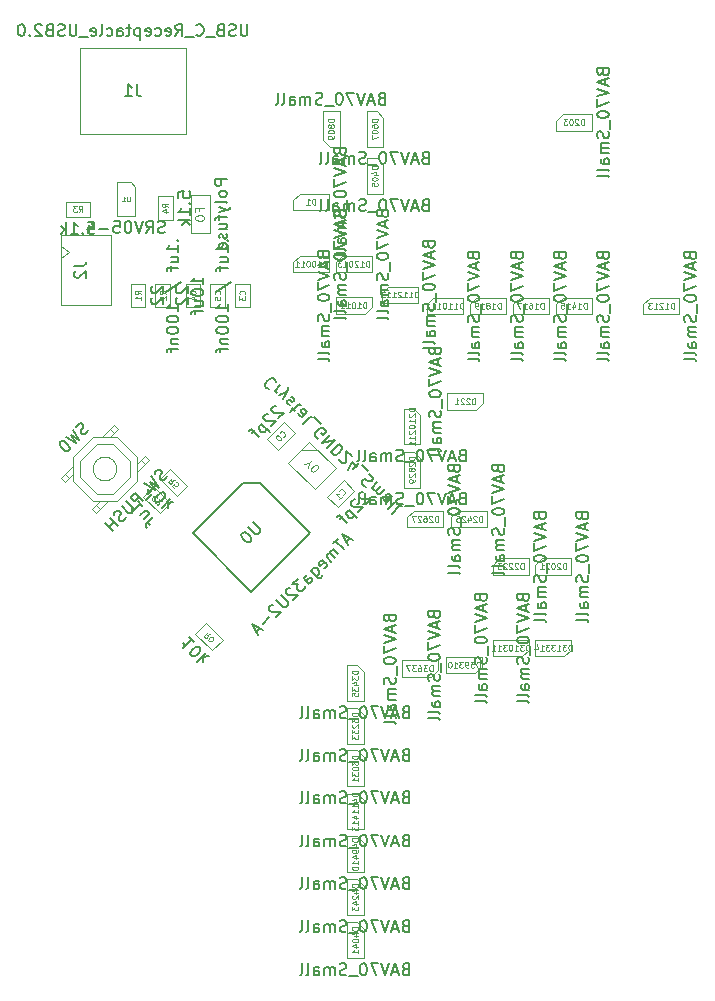
<source format=gbr>
G04 #@! TF.GenerationSoftware,KiCad,Pcbnew,(6.0.4)*
G04 #@! TF.CreationDate,2022-04-01T19:19:07+02:00*
G04 #@! TF.ProjectId,pcb,7063622e-6b69-4636-9164-5f7063625858,rev?*
G04 #@! TF.SameCoordinates,Original*
G04 #@! TF.FileFunction,AssemblyDrawing,Bot*
%FSLAX46Y46*%
G04 Gerber Fmt 4.6, Leading zero omitted, Abs format (unit mm)*
G04 Created by KiCad (PCBNEW (6.0.4)) date 2022-04-01 19:19:07*
%MOMM*%
%LPD*%
G01*
G04 APERTURE LIST*
%ADD10C,0.150000*%
%ADD11C,0.075000*%
%ADD12C,0.080000*%
%ADD13C,0.105000*%
%ADD14C,0.060000*%
%ADD15C,0.120000*%
%ADD16C,0.100000*%
G04 APERTURE END LIST*
D10*
X44028571Y-47411904D02*
X44076190Y-47554761D01*
X44123809Y-47602380D01*
X44219047Y-47650000D01*
X44361904Y-47650000D01*
X44457142Y-47602380D01*
X44504761Y-47554761D01*
X44552380Y-47459523D01*
X44552380Y-47078571D01*
X43552380Y-47078571D01*
X43552380Y-47411904D01*
X43600000Y-47507142D01*
X43647619Y-47554761D01*
X43742857Y-47602380D01*
X43838095Y-47602380D01*
X43933333Y-47554761D01*
X43980952Y-47507142D01*
X44028571Y-47411904D01*
X44028571Y-47078571D01*
X44266666Y-48030952D02*
X44266666Y-48507142D01*
X44552380Y-47935714D02*
X43552380Y-48269047D01*
X44552380Y-48602380D01*
X43552380Y-48792857D02*
X44552380Y-49126190D01*
X43552380Y-49459523D01*
X43552380Y-49697619D02*
X43552380Y-50364285D01*
X44552380Y-49935714D01*
X43552380Y-50935714D02*
X43552380Y-51030952D01*
X43600000Y-51126190D01*
X43647619Y-51173809D01*
X43742857Y-51221428D01*
X43933333Y-51269047D01*
X44171428Y-51269047D01*
X44361904Y-51221428D01*
X44457142Y-51173809D01*
X44504761Y-51126190D01*
X44552380Y-51030952D01*
X44552380Y-50935714D01*
X44504761Y-50840476D01*
X44457142Y-50792857D01*
X44361904Y-50745238D01*
X44171428Y-50697619D01*
X43933333Y-50697619D01*
X43742857Y-50745238D01*
X43647619Y-50792857D01*
X43600000Y-50840476D01*
X43552380Y-50935714D01*
X44647619Y-51459523D02*
X44647619Y-52221428D01*
X44504761Y-52411904D02*
X44552380Y-52554761D01*
X44552380Y-52792857D01*
X44504761Y-52888095D01*
X44457142Y-52935714D01*
X44361904Y-52983333D01*
X44266666Y-52983333D01*
X44171428Y-52935714D01*
X44123809Y-52888095D01*
X44076190Y-52792857D01*
X44028571Y-52602380D01*
X43980952Y-52507142D01*
X43933333Y-52459523D01*
X43838095Y-52411904D01*
X43742857Y-52411904D01*
X43647619Y-52459523D01*
X43600000Y-52507142D01*
X43552380Y-52602380D01*
X43552380Y-52840476D01*
X43600000Y-52983333D01*
X44552380Y-53411904D02*
X43885714Y-53411904D01*
X43980952Y-53411904D02*
X43933333Y-53459523D01*
X43885714Y-53554761D01*
X43885714Y-53697619D01*
X43933333Y-53792857D01*
X44028571Y-53840476D01*
X44552380Y-53840476D01*
X44028571Y-53840476D02*
X43933333Y-53888095D01*
X43885714Y-53983333D01*
X43885714Y-54126190D01*
X43933333Y-54221428D01*
X44028571Y-54269047D01*
X44552380Y-54269047D01*
X44552380Y-55173809D02*
X44028571Y-55173809D01*
X43933333Y-55126190D01*
X43885714Y-55030952D01*
X43885714Y-54840476D01*
X43933333Y-54745238D01*
X44504761Y-55173809D02*
X44552380Y-55078571D01*
X44552380Y-54840476D01*
X44504761Y-54745238D01*
X44409523Y-54697619D01*
X44314285Y-54697619D01*
X44219047Y-54745238D01*
X44171428Y-54840476D01*
X44171428Y-55078571D01*
X44123809Y-55173809D01*
X44552380Y-55792857D02*
X44504761Y-55697619D01*
X44409523Y-55650000D01*
X43552380Y-55650000D01*
X44552380Y-56316666D02*
X44504761Y-56221428D01*
X44409523Y-56173809D01*
X43552380Y-56173809D01*
D11*
X47921428Y-51876190D02*
X47921428Y-51376190D01*
X47802380Y-51376190D01*
X47730952Y-51400000D01*
X47683333Y-51447619D01*
X47659523Y-51495238D01*
X47635714Y-51590476D01*
X47635714Y-51661904D01*
X47659523Y-51757142D01*
X47683333Y-51804761D01*
X47730952Y-51852380D01*
X47802380Y-51876190D01*
X47921428Y-51876190D01*
X47469047Y-51376190D02*
X47159523Y-51376190D01*
X47326190Y-51566666D01*
X47254761Y-51566666D01*
X47207142Y-51590476D01*
X47183333Y-51614285D01*
X47159523Y-51661904D01*
X47159523Y-51780952D01*
X47183333Y-51828571D01*
X47207142Y-51852380D01*
X47254761Y-51876190D01*
X47397619Y-51876190D01*
X47445238Y-51852380D01*
X47469047Y-51828571D01*
X46921428Y-51876190D02*
X46826190Y-51876190D01*
X46778571Y-51852380D01*
X46754761Y-51828571D01*
X46707142Y-51757142D01*
X46683333Y-51661904D01*
X46683333Y-51471428D01*
X46707142Y-51423809D01*
X46730952Y-51400000D01*
X46778571Y-51376190D01*
X46873809Y-51376190D01*
X46921428Y-51400000D01*
X46945238Y-51423809D01*
X46969047Y-51471428D01*
X46969047Y-51590476D01*
X46945238Y-51638095D01*
X46921428Y-51661904D01*
X46873809Y-51685714D01*
X46778571Y-51685714D01*
X46730952Y-51661904D01*
X46707142Y-51638095D01*
X46683333Y-51590476D01*
X46516666Y-51376190D02*
X46207142Y-51376190D01*
X46373809Y-51566666D01*
X46302380Y-51566666D01*
X46254761Y-51590476D01*
X46230952Y-51614285D01*
X46207142Y-51661904D01*
X46207142Y-51780952D01*
X46230952Y-51828571D01*
X46254761Y-51852380D01*
X46302380Y-51876190D01*
X46445238Y-51876190D01*
X46492857Y-51852380D01*
X46516666Y-51828571D01*
X45730952Y-51876190D02*
X46016666Y-51876190D01*
X45873809Y-51876190D02*
X45873809Y-51376190D01*
X45921428Y-51447619D01*
X45969047Y-51495238D01*
X46016666Y-51519047D01*
X45421428Y-51376190D02*
X45373809Y-51376190D01*
X45326190Y-51400000D01*
X45302380Y-51423809D01*
X45278571Y-51471428D01*
X45254761Y-51566666D01*
X45254761Y-51685714D01*
X45278571Y-51780952D01*
X45302380Y-51828571D01*
X45326190Y-51852380D01*
X45373809Y-51876190D01*
X45421428Y-51876190D01*
X45469047Y-51852380D01*
X45492857Y-51828571D01*
X45516666Y-51780952D01*
X45540476Y-51685714D01*
X45540476Y-51566666D01*
X45516666Y-51471428D01*
X45492857Y-51423809D01*
X45469047Y-51400000D01*
X45421428Y-51376190D01*
D10*
X41638095Y-59228571D02*
X41495238Y-59276190D01*
X41447619Y-59323809D01*
X41400000Y-59419047D01*
X41400000Y-59561904D01*
X41447619Y-59657142D01*
X41495238Y-59704761D01*
X41590476Y-59752380D01*
X41971428Y-59752380D01*
X41971428Y-58752380D01*
X41638095Y-58752380D01*
X41542857Y-58800000D01*
X41495238Y-58847619D01*
X41447619Y-58942857D01*
X41447619Y-59038095D01*
X41495238Y-59133333D01*
X41542857Y-59180952D01*
X41638095Y-59228571D01*
X41971428Y-59228571D01*
X41019047Y-59466666D02*
X40542857Y-59466666D01*
X41114285Y-59752380D02*
X40780952Y-58752380D01*
X40447619Y-59752380D01*
X40257142Y-58752380D02*
X39923809Y-59752380D01*
X39590476Y-58752380D01*
X39352380Y-58752380D02*
X38685714Y-58752380D01*
X39114285Y-59752380D01*
X38114285Y-58752380D02*
X38019047Y-58752380D01*
X37923809Y-58800000D01*
X37876190Y-58847619D01*
X37828571Y-58942857D01*
X37780952Y-59133333D01*
X37780952Y-59371428D01*
X37828571Y-59561904D01*
X37876190Y-59657142D01*
X37923809Y-59704761D01*
X38019047Y-59752380D01*
X38114285Y-59752380D01*
X38209523Y-59704761D01*
X38257142Y-59657142D01*
X38304761Y-59561904D01*
X38352380Y-59371428D01*
X38352380Y-59133333D01*
X38304761Y-58942857D01*
X38257142Y-58847619D01*
X38209523Y-58800000D01*
X38114285Y-58752380D01*
X37590476Y-59847619D02*
X36828571Y-59847619D01*
X36638095Y-59704761D02*
X36495238Y-59752380D01*
X36257142Y-59752380D01*
X36161904Y-59704761D01*
X36114285Y-59657142D01*
X36066666Y-59561904D01*
X36066666Y-59466666D01*
X36114285Y-59371428D01*
X36161904Y-59323809D01*
X36257142Y-59276190D01*
X36447619Y-59228571D01*
X36542857Y-59180952D01*
X36590476Y-59133333D01*
X36638095Y-59038095D01*
X36638095Y-58942857D01*
X36590476Y-58847619D01*
X36542857Y-58800000D01*
X36447619Y-58752380D01*
X36209523Y-58752380D01*
X36066666Y-58800000D01*
X35638095Y-59752380D02*
X35638095Y-59085714D01*
X35638095Y-59180952D02*
X35590476Y-59133333D01*
X35495238Y-59085714D01*
X35352380Y-59085714D01*
X35257142Y-59133333D01*
X35209523Y-59228571D01*
X35209523Y-59752380D01*
X35209523Y-59228571D02*
X35161904Y-59133333D01*
X35066666Y-59085714D01*
X34923809Y-59085714D01*
X34828571Y-59133333D01*
X34780952Y-59228571D01*
X34780952Y-59752380D01*
X33876190Y-59752380D02*
X33876190Y-59228571D01*
X33923809Y-59133333D01*
X34019047Y-59085714D01*
X34209523Y-59085714D01*
X34304761Y-59133333D01*
X33876190Y-59704761D02*
X33971428Y-59752380D01*
X34209523Y-59752380D01*
X34304761Y-59704761D01*
X34352380Y-59609523D01*
X34352380Y-59514285D01*
X34304761Y-59419047D01*
X34209523Y-59371428D01*
X33971428Y-59371428D01*
X33876190Y-59323809D01*
X33257142Y-59752380D02*
X33352380Y-59704761D01*
X33400000Y-59609523D01*
X33400000Y-58752380D01*
X32733333Y-59752380D02*
X32828571Y-59704761D01*
X32876190Y-59609523D01*
X32876190Y-58752380D01*
D11*
X37626190Y-55716666D02*
X37126190Y-55716666D01*
X37126190Y-55835714D01*
X37150000Y-55907142D01*
X37197619Y-55954761D01*
X37245238Y-55978571D01*
X37340476Y-56002380D01*
X37411904Y-56002380D01*
X37507142Y-55978571D01*
X37554761Y-55954761D01*
X37602380Y-55907142D01*
X37626190Y-55835714D01*
X37626190Y-55716666D01*
X37126190Y-56169047D02*
X37126190Y-56478571D01*
X37316666Y-56311904D01*
X37316666Y-56383333D01*
X37340476Y-56430952D01*
X37364285Y-56454761D01*
X37411904Y-56478571D01*
X37530952Y-56478571D01*
X37578571Y-56454761D01*
X37602380Y-56430952D01*
X37626190Y-56383333D01*
X37626190Y-56240476D01*
X37602380Y-56192857D01*
X37578571Y-56169047D01*
X37173809Y-56669047D02*
X37150000Y-56692857D01*
X37126190Y-56740476D01*
X37126190Y-56859523D01*
X37150000Y-56907142D01*
X37173809Y-56930952D01*
X37221428Y-56954761D01*
X37269047Y-56954761D01*
X37340476Y-56930952D01*
X37626190Y-56645238D01*
X37626190Y-56954761D01*
X37126190Y-57121428D02*
X37126190Y-57430952D01*
X37316666Y-57264285D01*
X37316666Y-57335714D01*
X37340476Y-57383333D01*
X37364285Y-57407142D01*
X37411904Y-57430952D01*
X37530952Y-57430952D01*
X37578571Y-57407142D01*
X37602380Y-57383333D01*
X37626190Y-57335714D01*
X37626190Y-57192857D01*
X37602380Y-57145238D01*
X37578571Y-57121428D01*
X37126190Y-57597619D02*
X37126190Y-57907142D01*
X37316666Y-57740476D01*
X37316666Y-57811904D01*
X37340476Y-57859523D01*
X37364285Y-57883333D01*
X37411904Y-57907142D01*
X37530952Y-57907142D01*
X37578571Y-57883333D01*
X37602380Y-57859523D01*
X37626190Y-57811904D01*
X37626190Y-57669047D01*
X37602380Y-57621428D01*
X37578571Y-57597619D01*
D10*
X40278571Y-47711904D02*
X40326190Y-47854761D01*
X40373809Y-47902380D01*
X40469047Y-47950000D01*
X40611904Y-47950000D01*
X40707142Y-47902380D01*
X40754761Y-47854761D01*
X40802380Y-47759523D01*
X40802380Y-47378571D01*
X39802380Y-47378571D01*
X39802380Y-47711904D01*
X39850000Y-47807142D01*
X39897619Y-47854761D01*
X39992857Y-47902380D01*
X40088095Y-47902380D01*
X40183333Y-47854761D01*
X40230952Y-47807142D01*
X40278571Y-47711904D01*
X40278571Y-47378571D01*
X40516666Y-48330952D02*
X40516666Y-48807142D01*
X40802380Y-48235714D02*
X39802380Y-48569047D01*
X40802380Y-48902380D01*
X39802380Y-49092857D02*
X40802380Y-49426190D01*
X39802380Y-49759523D01*
X39802380Y-49997619D02*
X39802380Y-50664285D01*
X40802380Y-50235714D01*
X39802380Y-51235714D02*
X39802380Y-51330952D01*
X39850000Y-51426190D01*
X39897619Y-51473809D01*
X39992857Y-51521428D01*
X40183333Y-51569047D01*
X40421428Y-51569047D01*
X40611904Y-51521428D01*
X40707142Y-51473809D01*
X40754761Y-51426190D01*
X40802380Y-51330952D01*
X40802380Y-51235714D01*
X40754761Y-51140476D01*
X40707142Y-51092857D01*
X40611904Y-51045238D01*
X40421428Y-50997619D01*
X40183333Y-50997619D01*
X39992857Y-51045238D01*
X39897619Y-51092857D01*
X39850000Y-51140476D01*
X39802380Y-51235714D01*
X40897619Y-51759523D02*
X40897619Y-52521428D01*
X40754761Y-52711904D02*
X40802380Y-52854761D01*
X40802380Y-53092857D01*
X40754761Y-53188095D01*
X40707142Y-53235714D01*
X40611904Y-53283333D01*
X40516666Y-53283333D01*
X40421428Y-53235714D01*
X40373809Y-53188095D01*
X40326190Y-53092857D01*
X40278571Y-52902380D01*
X40230952Y-52807142D01*
X40183333Y-52759523D01*
X40088095Y-52711904D01*
X39992857Y-52711904D01*
X39897619Y-52759523D01*
X39850000Y-52807142D01*
X39802380Y-52902380D01*
X39802380Y-53140476D01*
X39850000Y-53283333D01*
X40802380Y-53711904D02*
X40135714Y-53711904D01*
X40230952Y-53711904D02*
X40183333Y-53759523D01*
X40135714Y-53854761D01*
X40135714Y-53997619D01*
X40183333Y-54092857D01*
X40278571Y-54140476D01*
X40802380Y-54140476D01*
X40278571Y-54140476D02*
X40183333Y-54188095D01*
X40135714Y-54283333D01*
X40135714Y-54426190D01*
X40183333Y-54521428D01*
X40278571Y-54569047D01*
X40802380Y-54569047D01*
X40802380Y-55473809D02*
X40278571Y-55473809D01*
X40183333Y-55426190D01*
X40135714Y-55330952D01*
X40135714Y-55140476D01*
X40183333Y-55045238D01*
X40754761Y-55473809D02*
X40802380Y-55378571D01*
X40802380Y-55140476D01*
X40754761Y-55045238D01*
X40659523Y-54997619D01*
X40564285Y-54997619D01*
X40469047Y-55045238D01*
X40421428Y-55140476D01*
X40421428Y-55378571D01*
X40373809Y-55473809D01*
X40802380Y-56092857D02*
X40754761Y-55997619D01*
X40659523Y-55950000D01*
X39802380Y-55950000D01*
X40802380Y-56616666D02*
X40754761Y-56521428D01*
X40659523Y-56473809D01*
X39802380Y-56473809D01*
D11*
X43933333Y-52176190D02*
X43933333Y-51676190D01*
X43814285Y-51676190D01*
X43742857Y-51700000D01*
X43695238Y-51747619D01*
X43671428Y-51795238D01*
X43647619Y-51890476D01*
X43647619Y-51961904D01*
X43671428Y-52057142D01*
X43695238Y-52104761D01*
X43742857Y-52152380D01*
X43814285Y-52176190D01*
X43933333Y-52176190D01*
X43480952Y-51676190D02*
X43171428Y-51676190D01*
X43338095Y-51866666D01*
X43266666Y-51866666D01*
X43219047Y-51890476D01*
X43195238Y-51914285D01*
X43171428Y-51961904D01*
X43171428Y-52080952D01*
X43195238Y-52128571D01*
X43219047Y-52152380D01*
X43266666Y-52176190D01*
X43409523Y-52176190D01*
X43457142Y-52152380D01*
X43480952Y-52128571D01*
X42742857Y-51676190D02*
X42838095Y-51676190D01*
X42885714Y-51700000D01*
X42909523Y-51723809D01*
X42957142Y-51795238D01*
X42980952Y-51890476D01*
X42980952Y-52080952D01*
X42957142Y-52128571D01*
X42933333Y-52152380D01*
X42885714Y-52176190D01*
X42790476Y-52176190D01*
X42742857Y-52152380D01*
X42719047Y-52128571D01*
X42695238Y-52080952D01*
X42695238Y-51961904D01*
X42719047Y-51914285D01*
X42742857Y-51890476D01*
X42790476Y-51866666D01*
X42885714Y-51866666D01*
X42933333Y-51890476D01*
X42957142Y-51914285D01*
X42980952Y-51961904D01*
X42528571Y-51676190D02*
X42219047Y-51676190D01*
X42385714Y-51866666D01*
X42314285Y-51866666D01*
X42266666Y-51890476D01*
X42242857Y-51914285D01*
X42219047Y-51961904D01*
X42219047Y-52080952D01*
X42242857Y-52128571D01*
X42266666Y-52152380D01*
X42314285Y-52176190D01*
X42457142Y-52176190D01*
X42504761Y-52152380D01*
X42528571Y-52128571D01*
X42052380Y-51676190D02*
X41719047Y-51676190D01*
X41933333Y-52176190D01*
D10*
X22327142Y-15683333D02*
X22374761Y-15730952D01*
X22422380Y-15683333D01*
X22374761Y-15635714D01*
X22327142Y-15683333D01*
X22422380Y-15683333D01*
X22422380Y-16683333D02*
X22422380Y-16111904D01*
X22422380Y-16397619D02*
X21422380Y-16397619D01*
X21565238Y-16302380D01*
X21660476Y-16207142D01*
X21708095Y-16111904D01*
X21755714Y-17540476D02*
X22422380Y-17540476D01*
X21755714Y-17111904D02*
X22279523Y-17111904D01*
X22374761Y-17159523D01*
X22422380Y-17254761D01*
X22422380Y-17397619D01*
X22374761Y-17492857D01*
X22327142Y-17540476D01*
X21755714Y-17873809D02*
X21755714Y-18254761D01*
X22422380Y-18016666D02*
X21565238Y-18016666D01*
X21470000Y-18064285D01*
X21422380Y-18159523D01*
X21422380Y-18254761D01*
X21374761Y-20064285D02*
X22660476Y-19207142D01*
X22422380Y-21683333D02*
X22422380Y-21111904D01*
X22422380Y-21397619D02*
X21422380Y-21397619D01*
X21565238Y-21302380D01*
X21660476Y-21207142D01*
X21708095Y-21111904D01*
X21422380Y-22302380D02*
X21422380Y-22397619D01*
X21470000Y-22492857D01*
X21517619Y-22540476D01*
X21612857Y-22588095D01*
X21803333Y-22635714D01*
X22041428Y-22635714D01*
X22231904Y-22588095D01*
X22327142Y-22540476D01*
X22374761Y-22492857D01*
X22422380Y-22397619D01*
X22422380Y-22302380D01*
X22374761Y-22207142D01*
X22327142Y-22159523D01*
X22231904Y-22111904D01*
X22041428Y-22064285D01*
X21803333Y-22064285D01*
X21612857Y-22111904D01*
X21517619Y-22159523D01*
X21470000Y-22207142D01*
X21422380Y-22302380D01*
X21422380Y-23254761D02*
X21422380Y-23350000D01*
X21470000Y-23445238D01*
X21517619Y-23492857D01*
X21612857Y-23540476D01*
X21803333Y-23588095D01*
X22041428Y-23588095D01*
X22231904Y-23540476D01*
X22327142Y-23492857D01*
X22374761Y-23445238D01*
X22422380Y-23350000D01*
X22422380Y-23254761D01*
X22374761Y-23159523D01*
X22327142Y-23111904D01*
X22231904Y-23064285D01*
X22041428Y-23016666D01*
X21803333Y-23016666D01*
X21612857Y-23064285D01*
X21517619Y-23111904D01*
X21470000Y-23159523D01*
X21422380Y-23254761D01*
X21755714Y-24016666D02*
X22422380Y-24016666D01*
X21850952Y-24016666D02*
X21803333Y-24064285D01*
X21755714Y-24159523D01*
X21755714Y-24302380D01*
X21803333Y-24397619D01*
X21898571Y-24445238D01*
X22422380Y-24445238D01*
X21755714Y-24778571D02*
X21755714Y-25159523D01*
X22422380Y-24921428D02*
X21565238Y-24921428D01*
X21470000Y-24969047D01*
X21422380Y-25064285D01*
X21422380Y-25159523D01*
D12*
X23828571Y-20266666D02*
X23852380Y-20242857D01*
X23876190Y-20171428D01*
X23876190Y-20123809D01*
X23852380Y-20052380D01*
X23804761Y-20004761D01*
X23757142Y-19980952D01*
X23661904Y-19957142D01*
X23590476Y-19957142D01*
X23495238Y-19980952D01*
X23447619Y-20004761D01*
X23400000Y-20052380D01*
X23376190Y-20123809D01*
X23376190Y-20171428D01*
X23400000Y-20242857D01*
X23423809Y-20266666D01*
X23542857Y-20695238D02*
X23876190Y-20695238D01*
X23352380Y-20576190D02*
X23709523Y-20457142D01*
X23709523Y-20766666D01*
D10*
X54678571Y-17011904D02*
X54726190Y-17154761D01*
X54773809Y-17202380D01*
X54869047Y-17250000D01*
X55011904Y-17250000D01*
X55107142Y-17202380D01*
X55154761Y-17154761D01*
X55202380Y-17059523D01*
X55202380Y-16678571D01*
X54202380Y-16678571D01*
X54202380Y-17011904D01*
X54250000Y-17107142D01*
X54297619Y-17154761D01*
X54392857Y-17202380D01*
X54488095Y-17202380D01*
X54583333Y-17154761D01*
X54630952Y-17107142D01*
X54678571Y-17011904D01*
X54678571Y-16678571D01*
X54916666Y-17630952D02*
X54916666Y-18107142D01*
X55202380Y-17535714D02*
X54202380Y-17869047D01*
X55202380Y-18202380D01*
X54202380Y-18392857D02*
X55202380Y-18726190D01*
X54202380Y-19059523D01*
X54202380Y-19297619D02*
X54202380Y-19964285D01*
X55202380Y-19535714D01*
X54202380Y-20535714D02*
X54202380Y-20630952D01*
X54250000Y-20726190D01*
X54297619Y-20773809D01*
X54392857Y-20821428D01*
X54583333Y-20869047D01*
X54821428Y-20869047D01*
X55011904Y-20821428D01*
X55107142Y-20773809D01*
X55154761Y-20726190D01*
X55202380Y-20630952D01*
X55202380Y-20535714D01*
X55154761Y-20440476D01*
X55107142Y-20392857D01*
X55011904Y-20345238D01*
X54821428Y-20297619D01*
X54583333Y-20297619D01*
X54392857Y-20345238D01*
X54297619Y-20392857D01*
X54250000Y-20440476D01*
X54202380Y-20535714D01*
X55297619Y-21059523D02*
X55297619Y-21821428D01*
X55154761Y-22011904D02*
X55202380Y-22154761D01*
X55202380Y-22392857D01*
X55154761Y-22488095D01*
X55107142Y-22535714D01*
X55011904Y-22583333D01*
X54916666Y-22583333D01*
X54821428Y-22535714D01*
X54773809Y-22488095D01*
X54726190Y-22392857D01*
X54678571Y-22202380D01*
X54630952Y-22107142D01*
X54583333Y-22059523D01*
X54488095Y-22011904D01*
X54392857Y-22011904D01*
X54297619Y-22059523D01*
X54250000Y-22107142D01*
X54202380Y-22202380D01*
X54202380Y-22440476D01*
X54250000Y-22583333D01*
X55202380Y-23011904D02*
X54535714Y-23011904D01*
X54630952Y-23011904D02*
X54583333Y-23059523D01*
X54535714Y-23154761D01*
X54535714Y-23297619D01*
X54583333Y-23392857D01*
X54678571Y-23440476D01*
X55202380Y-23440476D01*
X54678571Y-23440476D02*
X54583333Y-23488095D01*
X54535714Y-23583333D01*
X54535714Y-23726190D01*
X54583333Y-23821428D01*
X54678571Y-23869047D01*
X55202380Y-23869047D01*
X55202380Y-24773809D02*
X54678571Y-24773809D01*
X54583333Y-24726190D01*
X54535714Y-24630952D01*
X54535714Y-24440476D01*
X54583333Y-24345238D01*
X55154761Y-24773809D02*
X55202380Y-24678571D01*
X55202380Y-24440476D01*
X55154761Y-24345238D01*
X55059523Y-24297619D01*
X54964285Y-24297619D01*
X54869047Y-24345238D01*
X54821428Y-24440476D01*
X54821428Y-24678571D01*
X54773809Y-24773809D01*
X55202380Y-25392857D02*
X55154761Y-25297619D01*
X55059523Y-25250000D01*
X54202380Y-25250000D01*
X55202380Y-25916666D02*
X55154761Y-25821428D01*
X55059523Y-25773809D01*
X54202380Y-25773809D01*
D11*
X53333333Y-21476190D02*
X53333333Y-20976190D01*
X53214285Y-20976190D01*
X53142857Y-21000000D01*
X53095238Y-21047619D01*
X53071428Y-21095238D01*
X53047619Y-21190476D01*
X53047619Y-21261904D01*
X53071428Y-21357142D01*
X53095238Y-21404761D01*
X53142857Y-21452380D01*
X53214285Y-21476190D01*
X53333333Y-21476190D01*
X52571428Y-21476190D02*
X52857142Y-21476190D01*
X52714285Y-21476190D02*
X52714285Y-20976190D01*
X52761904Y-21047619D01*
X52809523Y-21095238D01*
X52857142Y-21119047D01*
X52142857Y-20976190D02*
X52238095Y-20976190D01*
X52285714Y-21000000D01*
X52309523Y-21023809D01*
X52357142Y-21095238D01*
X52380952Y-21190476D01*
X52380952Y-21380952D01*
X52357142Y-21428571D01*
X52333333Y-21452380D01*
X52285714Y-21476190D01*
X52190476Y-21476190D01*
X52142857Y-21452380D01*
X52119047Y-21428571D01*
X52095238Y-21380952D01*
X52095238Y-21261904D01*
X52119047Y-21214285D01*
X52142857Y-21190476D01*
X52190476Y-21166666D01*
X52285714Y-21166666D01*
X52333333Y-21190476D01*
X52357142Y-21214285D01*
X52380952Y-21261904D01*
X51619047Y-21476190D02*
X51904761Y-21476190D01*
X51761904Y-21476190D02*
X51761904Y-20976190D01*
X51809523Y-21047619D01*
X51857142Y-21095238D01*
X51904761Y-21119047D01*
X51452380Y-20976190D02*
X51119047Y-20976190D01*
X51333333Y-21476190D01*
D10*
X30652839Y-29681519D02*
X30585496Y-29681519D01*
X30484480Y-29715190D01*
X30316122Y-29883549D01*
X30282450Y-29984564D01*
X30282450Y-30051908D01*
X30316122Y-30152923D01*
X30383465Y-30220267D01*
X30518152Y-30287610D01*
X31326274Y-30287610D01*
X30888541Y-30725343D01*
X29979404Y-30354954D02*
X29912061Y-30354954D01*
X29811045Y-30388625D01*
X29642686Y-30556984D01*
X29609015Y-30657999D01*
X29609015Y-30725343D01*
X29642686Y-30826358D01*
X29710030Y-30893702D01*
X29844717Y-30961045D01*
X30652839Y-30961045D01*
X30215106Y-31398778D01*
X29440656Y-31230419D02*
X30147763Y-31937526D01*
X29474328Y-31264091D02*
X29373312Y-31297763D01*
X29238625Y-31432450D01*
X29204954Y-31533465D01*
X29204954Y-31600809D01*
X29238625Y-31701824D01*
X29440656Y-31903854D01*
X29541671Y-31937526D01*
X29609015Y-31937526D01*
X29710030Y-31903854D01*
X29844717Y-31769167D01*
X29878389Y-31668152D01*
X28901908Y-31769167D02*
X28632534Y-32038541D01*
X29272297Y-32341587D02*
X28666206Y-31735496D01*
X28565190Y-31701824D01*
X28464175Y-31735496D01*
X28396832Y-31802839D01*
D12*
X31285194Y-32317343D02*
X31318866Y-32317343D01*
X31386209Y-32283671D01*
X31419881Y-32250000D01*
X31453553Y-32182656D01*
X31453553Y-32115312D01*
X31436717Y-32064805D01*
X31386209Y-31980625D01*
X31335702Y-31930118D01*
X31251522Y-31879610D01*
X31201015Y-31862774D01*
X31133671Y-31862774D01*
X31066328Y-31896446D01*
X31032656Y-31930118D01*
X30998984Y-31997461D01*
X30998984Y-32031133D01*
X30746446Y-32216328D02*
X30712774Y-32250000D01*
X30695938Y-32300507D01*
X30695938Y-32334179D01*
X30712774Y-32384687D01*
X30763282Y-32468866D01*
X30847461Y-32553045D01*
X30931641Y-32603553D01*
X30982148Y-32620389D01*
X31015820Y-32620389D01*
X31066328Y-32603553D01*
X31100000Y-32569881D01*
X31116835Y-32519374D01*
X31116835Y-32485702D01*
X31100000Y-32435194D01*
X31049492Y-32351015D01*
X30965312Y-32266835D01*
X30881133Y-32216328D01*
X30830625Y-32199492D01*
X30796954Y-32199492D01*
X30746446Y-32216328D01*
D10*
X39678571Y-13461904D02*
X39726190Y-13604761D01*
X39773809Y-13652380D01*
X39869047Y-13700000D01*
X40011904Y-13700000D01*
X40107142Y-13652380D01*
X40154761Y-13604761D01*
X40202380Y-13509523D01*
X40202380Y-13128571D01*
X39202380Y-13128571D01*
X39202380Y-13461904D01*
X39250000Y-13557142D01*
X39297619Y-13604761D01*
X39392857Y-13652380D01*
X39488095Y-13652380D01*
X39583333Y-13604761D01*
X39630952Y-13557142D01*
X39678571Y-13461904D01*
X39678571Y-13128571D01*
X39916666Y-14080952D02*
X39916666Y-14557142D01*
X40202380Y-13985714D02*
X39202380Y-14319047D01*
X40202380Y-14652380D01*
X39202380Y-14842857D02*
X40202380Y-15176190D01*
X39202380Y-15509523D01*
X39202380Y-15747619D02*
X39202380Y-16414285D01*
X40202380Y-15985714D01*
X39202380Y-16985714D02*
X39202380Y-17080952D01*
X39250000Y-17176190D01*
X39297619Y-17223809D01*
X39392857Y-17271428D01*
X39583333Y-17319047D01*
X39821428Y-17319047D01*
X40011904Y-17271428D01*
X40107142Y-17223809D01*
X40154761Y-17176190D01*
X40202380Y-17080952D01*
X40202380Y-16985714D01*
X40154761Y-16890476D01*
X40107142Y-16842857D01*
X40011904Y-16795238D01*
X39821428Y-16747619D01*
X39583333Y-16747619D01*
X39392857Y-16795238D01*
X39297619Y-16842857D01*
X39250000Y-16890476D01*
X39202380Y-16985714D01*
X40297619Y-17509523D02*
X40297619Y-18271428D01*
X40154761Y-18461904D02*
X40202380Y-18604761D01*
X40202380Y-18842857D01*
X40154761Y-18938095D01*
X40107142Y-18985714D01*
X40011904Y-19033333D01*
X39916666Y-19033333D01*
X39821428Y-18985714D01*
X39773809Y-18938095D01*
X39726190Y-18842857D01*
X39678571Y-18652380D01*
X39630952Y-18557142D01*
X39583333Y-18509523D01*
X39488095Y-18461904D01*
X39392857Y-18461904D01*
X39297619Y-18509523D01*
X39250000Y-18557142D01*
X39202380Y-18652380D01*
X39202380Y-18890476D01*
X39250000Y-19033333D01*
X40202380Y-19461904D02*
X39535714Y-19461904D01*
X39630952Y-19461904D02*
X39583333Y-19509523D01*
X39535714Y-19604761D01*
X39535714Y-19747619D01*
X39583333Y-19842857D01*
X39678571Y-19890476D01*
X40202380Y-19890476D01*
X39678571Y-19890476D02*
X39583333Y-19938095D01*
X39535714Y-20033333D01*
X39535714Y-20176190D01*
X39583333Y-20271428D01*
X39678571Y-20319047D01*
X40202380Y-20319047D01*
X40202380Y-21223809D02*
X39678571Y-21223809D01*
X39583333Y-21176190D01*
X39535714Y-21080952D01*
X39535714Y-20890476D01*
X39583333Y-20795238D01*
X40154761Y-21223809D02*
X40202380Y-21128571D01*
X40202380Y-20890476D01*
X40154761Y-20795238D01*
X40059523Y-20747619D01*
X39964285Y-20747619D01*
X39869047Y-20795238D01*
X39821428Y-20890476D01*
X39821428Y-21128571D01*
X39773809Y-21223809D01*
X40202380Y-21842857D02*
X40154761Y-21747619D01*
X40059523Y-21700000D01*
X39202380Y-21700000D01*
X40202380Y-22366666D02*
X40154761Y-22271428D01*
X40059523Y-22223809D01*
X39202380Y-22223809D01*
D11*
X38571428Y-17926190D02*
X38571428Y-17426190D01*
X38452380Y-17426190D01*
X38380952Y-17450000D01*
X38333333Y-17497619D01*
X38309523Y-17545238D01*
X38285714Y-17640476D01*
X38285714Y-17711904D01*
X38309523Y-17807142D01*
X38333333Y-17854761D01*
X38380952Y-17902380D01*
X38452380Y-17926190D01*
X38571428Y-17926190D01*
X37809523Y-17926190D02*
X38095238Y-17926190D01*
X37952380Y-17926190D02*
X37952380Y-17426190D01*
X38000000Y-17497619D01*
X38047619Y-17545238D01*
X38095238Y-17569047D01*
X37619047Y-17473809D02*
X37595238Y-17450000D01*
X37547619Y-17426190D01*
X37428571Y-17426190D01*
X37380952Y-17450000D01*
X37357142Y-17473809D01*
X37333333Y-17521428D01*
X37333333Y-17569047D01*
X37357142Y-17640476D01*
X37642857Y-17926190D01*
X37333333Y-17926190D01*
X37023809Y-17426190D02*
X36976190Y-17426190D01*
X36928571Y-17450000D01*
X36904761Y-17473809D01*
X36880952Y-17521428D01*
X36857142Y-17616666D01*
X36857142Y-17735714D01*
X36880952Y-17830952D01*
X36904761Y-17878571D01*
X36928571Y-17902380D01*
X36976190Y-17926190D01*
X37023809Y-17926190D01*
X37071428Y-17902380D01*
X37095238Y-17878571D01*
X37119047Y-17830952D01*
X37142857Y-17735714D01*
X37142857Y-17616666D01*
X37119047Y-17521428D01*
X37095238Y-17473809D01*
X37071428Y-17450000D01*
X37023809Y-17426190D01*
X36380952Y-17926190D02*
X36666666Y-17926190D01*
X36523809Y-17926190D02*
X36523809Y-17426190D01*
X36571428Y-17497619D01*
X36619047Y-17545238D01*
X36666666Y-17569047D01*
X36214285Y-17426190D02*
X35904761Y-17426190D01*
X36071428Y-17616666D01*
X36000000Y-17616666D01*
X35952380Y-17640476D01*
X35928571Y-17664285D01*
X35904761Y-17711904D01*
X35904761Y-17830952D01*
X35928571Y-17878571D01*
X35952380Y-17902380D01*
X36000000Y-17926190D01*
X36142857Y-17926190D01*
X36190476Y-17902380D01*
X36214285Y-17878571D01*
D10*
X20732258Y-36625947D02*
X20328197Y-36221886D01*
X20530228Y-36423916D02*
X19823121Y-37131023D01*
X19856793Y-36962664D01*
X19856793Y-36827977D01*
X19823121Y-36726962D01*
X20462884Y-37770787D02*
X20530228Y-37838130D01*
X20631243Y-37871802D01*
X20698586Y-37871802D01*
X20799602Y-37838130D01*
X20967961Y-37737115D01*
X21136319Y-37568756D01*
X21237335Y-37400397D01*
X21271006Y-37299382D01*
X21271006Y-37232038D01*
X21237335Y-37131023D01*
X21169991Y-37063680D01*
X21068976Y-37030008D01*
X21001632Y-37030008D01*
X20900617Y-37063680D01*
X20732258Y-37164695D01*
X20563899Y-37333054D01*
X20462884Y-37501413D01*
X20429212Y-37602428D01*
X20429212Y-37669771D01*
X20462884Y-37770787D01*
X21708739Y-37602428D02*
X21001632Y-38309535D01*
X21506709Y-37939145D02*
X21978113Y-37871802D01*
X21506709Y-38343206D02*
X21506709Y-37804458D01*
D12*
X22101015Y-35981133D02*
X21814805Y-36031641D01*
X21898984Y-35779103D02*
X21545431Y-36132656D01*
X21680118Y-36267343D01*
X21730625Y-36284179D01*
X21764297Y-36284179D01*
X21814805Y-36267343D01*
X21865312Y-36216835D01*
X21882148Y-36166328D01*
X21882148Y-36132656D01*
X21865312Y-36082148D01*
X21730625Y-35947461D01*
X22067343Y-36654568D02*
X21898984Y-36486209D01*
X22050507Y-36301015D01*
X22050507Y-36334687D01*
X22067343Y-36385194D01*
X22151522Y-36469374D01*
X22202030Y-36486209D01*
X22235702Y-36486209D01*
X22286209Y-36469374D01*
X22370389Y-36385194D01*
X22387225Y-36334687D01*
X22387225Y-36301015D01*
X22370389Y-36250507D01*
X22286209Y-36166328D01*
X22235702Y-36149492D01*
X22202030Y-36149492D01*
D10*
X36078571Y-13461904D02*
X36126190Y-13604761D01*
X36173809Y-13652380D01*
X36269047Y-13700000D01*
X36411904Y-13700000D01*
X36507142Y-13652380D01*
X36554761Y-13604761D01*
X36602380Y-13509523D01*
X36602380Y-13128571D01*
X35602380Y-13128571D01*
X35602380Y-13461904D01*
X35650000Y-13557142D01*
X35697619Y-13604761D01*
X35792857Y-13652380D01*
X35888095Y-13652380D01*
X35983333Y-13604761D01*
X36030952Y-13557142D01*
X36078571Y-13461904D01*
X36078571Y-13128571D01*
X36316666Y-14080952D02*
X36316666Y-14557142D01*
X36602380Y-13985714D02*
X35602380Y-14319047D01*
X36602380Y-14652380D01*
X35602380Y-14842857D02*
X36602380Y-15176190D01*
X35602380Y-15509523D01*
X35602380Y-15747619D02*
X35602380Y-16414285D01*
X36602380Y-15985714D01*
X35602380Y-16985714D02*
X35602380Y-17080952D01*
X35650000Y-17176190D01*
X35697619Y-17223809D01*
X35792857Y-17271428D01*
X35983333Y-17319047D01*
X36221428Y-17319047D01*
X36411904Y-17271428D01*
X36507142Y-17223809D01*
X36554761Y-17176190D01*
X36602380Y-17080952D01*
X36602380Y-16985714D01*
X36554761Y-16890476D01*
X36507142Y-16842857D01*
X36411904Y-16795238D01*
X36221428Y-16747619D01*
X35983333Y-16747619D01*
X35792857Y-16795238D01*
X35697619Y-16842857D01*
X35650000Y-16890476D01*
X35602380Y-16985714D01*
X36697619Y-17509523D02*
X36697619Y-18271428D01*
X36554761Y-18461904D02*
X36602380Y-18604761D01*
X36602380Y-18842857D01*
X36554761Y-18938095D01*
X36507142Y-18985714D01*
X36411904Y-19033333D01*
X36316666Y-19033333D01*
X36221428Y-18985714D01*
X36173809Y-18938095D01*
X36126190Y-18842857D01*
X36078571Y-18652380D01*
X36030952Y-18557142D01*
X35983333Y-18509523D01*
X35888095Y-18461904D01*
X35792857Y-18461904D01*
X35697619Y-18509523D01*
X35650000Y-18557142D01*
X35602380Y-18652380D01*
X35602380Y-18890476D01*
X35650000Y-19033333D01*
X36602380Y-19461904D02*
X35935714Y-19461904D01*
X36030952Y-19461904D02*
X35983333Y-19509523D01*
X35935714Y-19604761D01*
X35935714Y-19747619D01*
X35983333Y-19842857D01*
X36078571Y-19890476D01*
X36602380Y-19890476D01*
X36078571Y-19890476D02*
X35983333Y-19938095D01*
X35935714Y-20033333D01*
X35935714Y-20176190D01*
X35983333Y-20271428D01*
X36078571Y-20319047D01*
X36602380Y-20319047D01*
X36602380Y-21223809D02*
X36078571Y-21223809D01*
X35983333Y-21176190D01*
X35935714Y-21080952D01*
X35935714Y-20890476D01*
X35983333Y-20795238D01*
X36554761Y-21223809D02*
X36602380Y-21128571D01*
X36602380Y-20890476D01*
X36554761Y-20795238D01*
X36459523Y-20747619D01*
X36364285Y-20747619D01*
X36269047Y-20795238D01*
X36221428Y-20890476D01*
X36221428Y-21128571D01*
X36173809Y-21223809D01*
X36602380Y-21842857D02*
X36554761Y-21747619D01*
X36459523Y-21700000D01*
X35602380Y-21700000D01*
X36602380Y-22366666D02*
X36554761Y-22271428D01*
X36459523Y-22223809D01*
X35602380Y-22223809D01*
D11*
X34971428Y-17926190D02*
X34971428Y-17426190D01*
X34852380Y-17426190D01*
X34780952Y-17450000D01*
X34733333Y-17497619D01*
X34709523Y-17545238D01*
X34685714Y-17640476D01*
X34685714Y-17711904D01*
X34709523Y-17807142D01*
X34733333Y-17854761D01*
X34780952Y-17902380D01*
X34852380Y-17926190D01*
X34971428Y-17926190D01*
X34209523Y-17926190D02*
X34495238Y-17926190D01*
X34352380Y-17926190D02*
X34352380Y-17426190D01*
X34400000Y-17497619D01*
X34447619Y-17545238D01*
X34495238Y-17569047D01*
X33900000Y-17426190D02*
X33852380Y-17426190D01*
X33804761Y-17450000D01*
X33780952Y-17473809D01*
X33757142Y-17521428D01*
X33733333Y-17616666D01*
X33733333Y-17735714D01*
X33757142Y-17830952D01*
X33780952Y-17878571D01*
X33804761Y-17902380D01*
X33852380Y-17926190D01*
X33900000Y-17926190D01*
X33947619Y-17902380D01*
X33971428Y-17878571D01*
X33995238Y-17830952D01*
X34019047Y-17735714D01*
X34019047Y-17616666D01*
X33995238Y-17521428D01*
X33971428Y-17473809D01*
X33947619Y-17450000D01*
X33900000Y-17426190D01*
X33423809Y-17426190D02*
X33376190Y-17426190D01*
X33328571Y-17450000D01*
X33304761Y-17473809D01*
X33280952Y-17521428D01*
X33257142Y-17616666D01*
X33257142Y-17735714D01*
X33280952Y-17830952D01*
X33304761Y-17878571D01*
X33328571Y-17902380D01*
X33376190Y-17926190D01*
X33423809Y-17926190D01*
X33471428Y-17902380D01*
X33495238Y-17878571D01*
X33519047Y-17830952D01*
X33542857Y-17735714D01*
X33542857Y-17616666D01*
X33519047Y-17521428D01*
X33495238Y-17473809D01*
X33471428Y-17450000D01*
X33423809Y-17426190D01*
X32780952Y-17926190D02*
X33066666Y-17926190D01*
X32923809Y-17926190D02*
X32923809Y-17426190D01*
X32971428Y-17497619D01*
X33019047Y-17545238D01*
X33066666Y-17569047D01*
X32304761Y-17926190D02*
X32590476Y-17926190D01*
X32447619Y-17926190D02*
X32447619Y-17426190D01*
X32495238Y-17497619D01*
X32542857Y-17545238D01*
X32590476Y-17569047D01*
D10*
X43288095Y-12678571D02*
X43145238Y-12726190D01*
X43097619Y-12773809D01*
X43050000Y-12869047D01*
X43050000Y-13011904D01*
X43097619Y-13107142D01*
X43145238Y-13154761D01*
X43240476Y-13202380D01*
X43621428Y-13202380D01*
X43621428Y-12202380D01*
X43288095Y-12202380D01*
X43192857Y-12250000D01*
X43145238Y-12297619D01*
X43097619Y-12392857D01*
X43097619Y-12488095D01*
X43145238Y-12583333D01*
X43192857Y-12630952D01*
X43288095Y-12678571D01*
X43621428Y-12678571D01*
X42669047Y-12916666D02*
X42192857Y-12916666D01*
X42764285Y-13202380D02*
X42430952Y-12202380D01*
X42097619Y-13202380D01*
X41907142Y-12202380D02*
X41573809Y-13202380D01*
X41240476Y-12202380D01*
X41002380Y-12202380D02*
X40335714Y-12202380D01*
X40764285Y-13202380D01*
X39764285Y-12202380D02*
X39669047Y-12202380D01*
X39573809Y-12250000D01*
X39526190Y-12297619D01*
X39478571Y-12392857D01*
X39430952Y-12583333D01*
X39430952Y-12821428D01*
X39478571Y-13011904D01*
X39526190Y-13107142D01*
X39573809Y-13154761D01*
X39669047Y-13202380D01*
X39764285Y-13202380D01*
X39859523Y-13154761D01*
X39907142Y-13107142D01*
X39954761Y-13011904D01*
X40002380Y-12821428D01*
X40002380Y-12583333D01*
X39954761Y-12392857D01*
X39907142Y-12297619D01*
X39859523Y-12250000D01*
X39764285Y-12202380D01*
X39240476Y-13297619D02*
X38478571Y-13297619D01*
X38288095Y-13154761D02*
X38145238Y-13202380D01*
X37907142Y-13202380D01*
X37811904Y-13154761D01*
X37764285Y-13107142D01*
X37716666Y-13011904D01*
X37716666Y-12916666D01*
X37764285Y-12821428D01*
X37811904Y-12773809D01*
X37907142Y-12726190D01*
X38097619Y-12678571D01*
X38192857Y-12630952D01*
X38240476Y-12583333D01*
X38288095Y-12488095D01*
X38288095Y-12392857D01*
X38240476Y-12297619D01*
X38192857Y-12250000D01*
X38097619Y-12202380D01*
X37859523Y-12202380D01*
X37716666Y-12250000D01*
X37288095Y-13202380D02*
X37288095Y-12535714D01*
X37288095Y-12630952D02*
X37240476Y-12583333D01*
X37145238Y-12535714D01*
X37002380Y-12535714D01*
X36907142Y-12583333D01*
X36859523Y-12678571D01*
X36859523Y-13202380D01*
X36859523Y-12678571D02*
X36811904Y-12583333D01*
X36716666Y-12535714D01*
X36573809Y-12535714D01*
X36478571Y-12583333D01*
X36430952Y-12678571D01*
X36430952Y-13202380D01*
X35526190Y-13202380D02*
X35526190Y-12678571D01*
X35573809Y-12583333D01*
X35669047Y-12535714D01*
X35859523Y-12535714D01*
X35954761Y-12583333D01*
X35526190Y-13154761D02*
X35621428Y-13202380D01*
X35859523Y-13202380D01*
X35954761Y-13154761D01*
X36002380Y-13059523D01*
X36002380Y-12964285D01*
X35954761Y-12869047D01*
X35859523Y-12821428D01*
X35621428Y-12821428D01*
X35526190Y-12773809D01*
X34907142Y-13202380D02*
X35002380Y-13154761D01*
X35050000Y-13059523D01*
X35050000Y-12202380D01*
X34383333Y-13202380D02*
X34478571Y-13154761D01*
X34526190Y-13059523D01*
X34526190Y-12202380D01*
D11*
X39276190Y-9404761D02*
X38776190Y-9404761D01*
X38776190Y-9523809D01*
X38800000Y-9595238D01*
X38847619Y-9642857D01*
X38895238Y-9666666D01*
X38990476Y-9690476D01*
X39061904Y-9690476D01*
X39157142Y-9666666D01*
X39204761Y-9642857D01*
X39252380Y-9595238D01*
X39276190Y-9523809D01*
X39276190Y-9404761D01*
X38942857Y-10119047D02*
X39276190Y-10119047D01*
X38752380Y-10000000D02*
X39109523Y-9880952D01*
X39109523Y-10190476D01*
X38776190Y-10476190D02*
X38776190Y-10523809D01*
X38800000Y-10571428D01*
X38823809Y-10595238D01*
X38871428Y-10619047D01*
X38966666Y-10642857D01*
X39085714Y-10642857D01*
X39180952Y-10619047D01*
X39228571Y-10595238D01*
X39252380Y-10571428D01*
X39276190Y-10523809D01*
X39276190Y-10476190D01*
X39252380Y-10428571D01*
X39228571Y-10404761D01*
X39180952Y-10380952D01*
X39085714Y-10357142D01*
X38966666Y-10357142D01*
X38871428Y-10380952D01*
X38823809Y-10404761D01*
X38800000Y-10428571D01*
X38776190Y-10476190D01*
X38776190Y-11095238D02*
X38776190Y-10857142D01*
X39014285Y-10833333D01*
X38990476Y-10857142D01*
X38966666Y-10904761D01*
X38966666Y-11023809D01*
X38990476Y-11071428D01*
X39014285Y-11095238D01*
X39061904Y-11119047D01*
X39180952Y-11119047D01*
X39228571Y-11095238D01*
X39252380Y-11071428D01*
X39276190Y-11023809D01*
X39276190Y-10904761D01*
X39252380Y-10857142D01*
X39228571Y-10833333D01*
D10*
X41638095Y-55628571D02*
X41495238Y-55676190D01*
X41447619Y-55723809D01*
X41400000Y-55819047D01*
X41400000Y-55961904D01*
X41447619Y-56057142D01*
X41495238Y-56104761D01*
X41590476Y-56152380D01*
X41971428Y-56152380D01*
X41971428Y-55152380D01*
X41638095Y-55152380D01*
X41542857Y-55200000D01*
X41495238Y-55247619D01*
X41447619Y-55342857D01*
X41447619Y-55438095D01*
X41495238Y-55533333D01*
X41542857Y-55580952D01*
X41638095Y-55628571D01*
X41971428Y-55628571D01*
X41019047Y-55866666D02*
X40542857Y-55866666D01*
X41114285Y-56152380D02*
X40780952Y-55152380D01*
X40447619Y-56152380D01*
X40257142Y-55152380D02*
X39923809Y-56152380D01*
X39590476Y-55152380D01*
X39352380Y-55152380D02*
X38685714Y-55152380D01*
X39114285Y-56152380D01*
X38114285Y-55152380D02*
X38019047Y-55152380D01*
X37923809Y-55200000D01*
X37876190Y-55247619D01*
X37828571Y-55342857D01*
X37780952Y-55533333D01*
X37780952Y-55771428D01*
X37828571Y-55961904D01*
X37876190Y-56057142D01*
X37923809Y-56104761D01*
X38019047Y-56152380D01*
X38114285Y-56152380D01*
X38209523Y-56104761D01*
X38257142Y-56057142D01*
X38304761Y-55961904D01*
X38352380Y-55771428D01*
X38352380Y-55533333D01*
X38304761Y-55342857D01*
X38257142Y-55247619D01*
X38209523Y-55200000D01*
X38114285Y-55152380D01*
X37590476Y-56247619D02*
X36828571Y-56247619D01*
X36638095Y-56104761D02*
X36495238Y-56152380D01*
X36257142Y-56152380D01*
X36161904Y-56104761D01*
X36114285Y-56057142D01*
X36066666Y-55961904D01*
X36066666Y-55866666D01*
X36114285Y-55771428D01*
X36161904Y-55723809D01*
X36257142Y-55676190D01*
X36447619Y-55628571D01*
X36542857Y-55580952D01*
X36590476Y-55533333D01*
X36638095Y-55438095D01*
X36638095Y-55342857D01*
X36590476Y-55247619D01*
X36542857Y-55200000D01*
X36447619Y-55152380D01*
X36209523Y-55152380D01*
X36066666Y-55200000D01*
X35638095Y-56152380D02*
X35638095Y-55485714D01*
X35638095Y-55580952D02*
X35590476Y-55533333D01*
X35495238Y-55485714D01*
X35352380Y-55485714D01*
X35257142Y-55533333D01*
X35209523Y-55628571D01*
X35209523Y-56152380D01*
X35209523Y-55628571D02*
X35161904Y-55533333D01*
X35066666Y-55485714D01*
X34923809Y-55485714D01*
X34828571Y-55533333D01*
X34780952Y-55628571D01*
X34780952Y-56152380D01*
X33876190Y-56152380D02*
X33876190Y-55628571D01*
X33923809Y-55533333D01*
X34019047Y-55485714D01*
X34209523Y-55485714D01*
X34304761Y-55533333D01*
X33876190Y-56104761D02*
X33971428Y-56152380D01*
X34209523Y-56152380D01*
X34304761Y-56104761D01*
X34352380Y-56009523D01*
X34352380Y-55914285D01*
X34304761Y-55819047D01*
X34209523Y-55771428D01*
X33971428Y-55771428D01*
X33876190Y-55723809D01*
X33257142Y-56152380D02*
X33352380Y-56104761D01*
X33400000Y-56009523D01*
X33400000Y-55152380D01*
X32733333Y-56152380D02*
X32828571Y-56104761D01*
X32876190Y-56009523D01*
X32876190Y-55152380D01*
D11*
X37626190Y-52116666D02*
X37126190Y-52116666D01*
X37126190Y-52235714D01*
X37150000Y-52307142D01*
X37197619Y-52354761D01*
X37245238Y-52378571D01*
X37340476Y-52402380D01*
X37411904Y-52402380D01*
X37507142Y-52378571D01*
X37554761Y-52354761D01*
X37602380Y-52307142D01*
X37626190Y-52235714D01*
X37626190Y-52116666D01*
X37126190Y-52569047D02*
X37126190Y-52878571D01*
X37316666Y-52711904D01*
X37316666Y-52783333D01*
X37340476Y-52830952D01*
X37364285Y-52854761D01*
X37411904Y-52878571D01*
X37530952Y-52878571D01*
X37578571Y-52854761D01*
X37602380Y-52830952D01*
X37626190Y-52783333D01*
X37626190Y-52640476D01*
X37602380Y-52592857D01*
X37578571Y-52569047D01*
X37292857Y-53307142D02*
X37626190Y-53307142D01*
X37102380Y-53188095D02*
X37459523Y-53069047D01*
X37459523Y-53378571D01*
X37126190Y-53521428D02*
X37126190Y-53830952D01*
X37316666Y-53664285D01*
X37316666Y-53735714D01*
X37340476Y-53783333D01*
X37364285Y-53807142D01*
X37411904Y-53830952D01*
X37530952Y-53830952D01*
X37578571Y-53807142D01*
X37602380Y-53783333D01*
X37626190Y-53735714D01*
X37626190Y-53592857D01*
X37602380Y-53545238D01*
X37578571Y-53521428D01*
X37126190Y-54283333D02*
X37126190Y-54045238D01*
X37364285Y-54021428D01*
X37340476Y-54045238D01*
X37316666Y-54092857D01*
X37316666Y-54211904D01*
X37340476Y-54259523D01*
X37364285Y-54283333D01*
X37411904Y-54307142D01*
X37530952Y-54307142D01*
X37578571Y-54283333D01*
X37602380Y-54259523D01*
X37626190Y-54211904D01*
X37626190Y-54092857D01*
X37602380Y-54045238D01*
X37578571Y-54021428D01*
D10*
X49478571Y-35061904D02*
X49526190Y-35204761D01*
X49573809Y-35252380D01*
X49669047Y-35300000D01*
X49811904Y-35300000D01*
X49907142Y-35252380D01*
X49954761Y-35204761D01*
X50002380Y-35109523D01*
X50002380Y-34728571D01*
X49002380Y-34728571D01*
X49002380Y-35061904D01*
X49050000Y-35157142D01*
X49097619Y-35204761D01*
X49192857Y-35252380D01*
X49288095Y-35252380D01*
X49383333Y-35204761D01*
X49430952Y-35157142D01*
X49478571Y-35061904D01*
X49478571Y-34728571D01*
X49716666Y-35680952D02*
X49716666Y-36157142D01*
X50002380Y-35585714D02*
X49002380Y-35919047D01*
X50002380Y-36252380D01*
X49002380Y-36442857D02*
X50002380Y-36776190D01*
X49002380Y-37109523D01*
X49002380Y-37347619D02*
X49002380Y-38014285D01*
X50002380Y-37585714D01*
X49002380Y-38585714D02*
X49002380Y-38680952D01*
X49050000Y-38776190D01*
X49097619Y-38823809D01*
X49192857Y-38871428D01*
X49383333Y-38919047D01*
X49621428Y-38919047D01*
X49811904Y-38871428D01*
X49907142Y-38823809D01*
X49954761Y-38776190D01*
X50002380Y-38680952D01*
X50002380Y-38585714D01*
X49954761Y-38490476D01*
X49907142Y-38442857D01*
X49811904Y-38395238D01*
X49621428Y-38347619D01*
X49383333Y-38347619D01*
X49192857Y-38395238D01*
X49097619Y-38442857D01*
X49050000Y-38490476D01*
X49002380Y-38585714D01*
X50097619Y-39109523D02*
X50097619Y-39871428D01*
X49954761Y-40061904D02*
X50002380Y-40204761D01*
X50002380Y-40442857D01*
X49954761Y-40538095D01*
X49907142Y-40585714D01*
X49811904Y-40633333D01*
X49716666Y-40633333D01*
X49621428Y-40585714D01*
X49573809Y-40538095D01*
X49526190Y-40442857D01*
X49478571Y-40252380D01*
X49430952Y-40157142D01*
X49383333Y-40109523D01*
X49288095Y-40061904D01*
X49192857Y-40061904D01*
X49097619Y-40109523D01*
X49050000Y-40157142D01*
X49002380Y-40252380D01*
X49002380Y-40490476D01*
X49050000Y-40633333D01*
X50002380Y-41061904D02*
X49335714Y-41061904D01*
X49430952Y-41061904D02*
X49383333Y-41109523D01*
X49335714Y-41204761D01*
X49335714Y-41347619D01*
X49383333Y-41442857D01*
X49478571Y-41490476D01*
X50002380Y-41490476D01*
X49478571Y-41490476D02*
X49383333Y-41538095D01*
X49335714Y-41633333D01*
X49335714Y-41776190D01*
X49383333Y-41871428D01*
X49478571Y-41919047D01*
X50002380Y-41919047D01*
X50002380Y-42823809D02*
X49478571Y-42823809D01*
X49383333Y-42776190D01*
X49335714Y-42680952D01*
X49335714Y-42490476D01*
X49383333Y-42395238D01*
X49954761Y-42823809D02*
X50002380Y-42728571D01*
X50002380Y-42490476D01*
X49954761Y-42395238D01*
X49859523Y-42347619D01*
X49764285Y-42347619D01*
X49669047Y-42395238D01*
X49621428Y-42490476D01*
X49621428Y-42728571D01*
X49573809Y-42823809D01*
X50002380Y-43442857D02*
X49954761Y-43347619D01*
X49859523Y-43300000D01*
X49002380Y-43300000D01*
X50002380Y-43966666D02*
X49954761Y-43871428D01*
X49859523Y-43823809D01*
X49002380Y-43823809D01*
D11*
X48133333Y-39526190D02*
X48133333Y-39026190D01*
X48014285Y-39026190D01*
X47942857Y-39050000D01*
X47895238Y-39097619D01*
X47871428Y-39145238D01*
X47847619Y-39240476D01*
X47847619Y-39311904D01*
X47871428Y-39407142D01*
X47895238Y-39454761D01*
X47942857Y-39502380D01*
X48014285Y-39526190D01*
X48133333Y-39526190D01*
X47657142Y-39073809D02*
X47633333Y-39050000D01*
X47585714Y-39026190D01*
X47466666Y-39026190D01*
X47419047Y-39050000D01*
X47395238Y-39073809D01*
X47371428Y-39121428D01*
X47371428Y-39169047D01*
X47395238Y-39240476D01*
X47680952Y-39526190D01*
X47371428Y-39526190D01*
X46942857Y-39192857D02*
X46942857Y-39526190D01*
X47061904Y-39002380D02*
X47180952Y-39359523D01*
X46871428Y-39359523D01*
X46704761Y-39073809D02*
X46680952Y-39050000D01*
X46633333Y-39026190D01*
X46514285Y-39026190D01*
X46466666Y-39050000D01*
X46442857Y-39073809D01*
X46419047Y-39121428D01*
X46419047Y-39169047D01*
X46442857Y-39240476D01*
X46728571Y-39526190D01*
X46419047Y-39526190D01*
X45966666Y-39026190D02*
X46204761Y-39026190D01*
X46228571Y-39264285D01*
X46204761Y-39240476D01*
X46157142Y-39216666D01*
X46038095Y-39216666D01*
X45990476Y-39240476D01*
X45966666Y-39264285D01*
X45942857Y-39311904D01*
X45942857Y-39430952D01*
X45966666Y-39478571D01*
X45990476Y-39502380D01*
X46038095Y-39526190D01*
X46157142Y-39526190D01*
X46204761Y-39502380D01*
X46228571Y-39478571D01*
D10*
X56578571Y-39061904D02*
X56626190Y-39204761D01*
X56673809Y-39252380D01*
X56769047Y-39300000D01*
X56911904Y-39300000D01*
X57007142Y-39252380D01*
X57054761Y-39204761D01*
X57102380Y-39109523D01*
X57102380Y-38728571D01*
X56102380Y-38728571D01*
X56102380Y-39061904D01*
X56150000Y-39157142D01*
X56197619Y-39204761D01*
X56292857Y-39252380D01*
X56388095Y-39252380D01*
X56483333Y-39204761D01*
X56530952Y-39157142D01*
X56578571Y-39061904D01*
X56578571Y-38728571D01*
X56816666Y-39680952D02*
X56816666Y-40157142D01*
X57102380Y-39585714D02*
X56102380Y-39919047D01*
X57102380Y-40252380D01*
X56102380Y-40442857D02*
X57102380Y-40776190D01*
X56102380Y-41109523D01*
X56102380Y-41347619D02*
X56102380Y-42014285D01*
X57102380Y-41585714D01*
X56102380Y-42585714D02*
X56102380Y-42680952D01*
X56150000Y-42776190D01*
X56197619Y-42823809D01*
X56292857Y-42871428D01*
X56483333Y-42919047D01*
X56721428Y-42919047D01*
X56911904Y-42871428D01*
X57007142Y-42823809D01*
X57054761Y-42776190D01*
X57102380Y-42680952D01*
X57102380Y-42585714D01*
X57054761Y-42490476D01*
X57007142Y-42442857D01*
X56911904Y-42395238D01*
X56721428Y-42347619D01*
X56483333Y-42347619D01*
X56292857Y-42395238D01*
X56197619Y-42442857D01*
X56150000Y-42490476D01*
X56102380Y-42585714D01*
X57197619Y-43109523D02*
X57197619Y-43871428D01*
X57054761Y-44061904D02*
X57102380Y-44204761D01*
X57102380Y-44442857D01*
X57054761Y-44538095D01*
X57007142Y-44585714D01*
X56911904Y-44633333D01*
X56816666Y-44633333D01*
X56721428Y-44585714D01*
X56673809Y-44538095D01*
X56626190Y-44442857D01*
X56578571Y-44252380D01*
X56530952Y-44157142D01*
X56483333Y-44109523D01*
X56388095Y-44061904D01*
X56292857Y-44061904D01*
X56197619Y-44109523D01*
X56150000Y-44157142D01*
X56102380Y-44252380D01*
X56102380Y-44490476D01*
X56150000Y-44633333D01*
X57102380Y-45061904D02*
X56435714Y-45061904D01*
X56530952Y-45061904D02*
X56483333Y-45109523D01*
X56435714Y-45204761D01*
X56435714Y-45347619D01*
X56483333Y-45442857D01*
X56578571Y-45490476D01*
X57102380Y-45490476D01*
X56578571Y-45490476D02*
X56483333Y-45538095D01*
X56435714Y-45633333D01*
X56435714Y-45776190D01*
X56483333Y-45871428D01*
X56578571Y-45919047D01*
X57102380Y-45919047D01*
X57102380Y-46823809D02*
X56578571Y-46823809D01*
X56483333Y-46776190D01*
X56435714Y-46680952D01*
X56435714Y-46490476D01*
X56483333Y-46395238D01*
X57054761Y-46823809D02*
X57102380Y-46728571D01*
X57102380Y-46490476D01*
X57054761Y-46395238D01*
X56959523Y-46347619D01*
X56864285Y-46347619D01*
X56769047Y-46395238D01*
X56721428Y-46490476D01*
X56721428Y-46728571D01*
X56673809Y-46823809D01*
X57102380Y-47442857D02*
X57054761Y-47347619D01*
X56959523Y-47300000D01*
X56102380Y-47300000D01*
X57102380Y-47966666D02*
X57054761Y-47871428D01*
X56959523Y-47823809D01*
X56102380Y-47823809D01*
D11*
X55233333Y-43526190D02*
X55233333Y-43026190D01*
X55114285Y-43026190D01*
X55042857Y-43050000D01*
X54995238Y-43097619D01*
X54971428Y-43145238D01*
X54947619Y-43240476D01*
X54947619Y-43311904D01*
X54971428Y-43407142D01*
X54995238Y-43454761D01*
X55042857Y-43502380D01*
X55114285Y-43526190D01*
X55233333Y-43526190D01*
X54757142Y-43073809D02*
X54733333Y-43050000D01*
X54685714Y-43026190D01*
X54566666Y-43026190D01*
X54519047Y-43050000D01*
X54495238Y-43073809D01*
X54471428Y-43121428D01*
X54471428Y-43169047D01*
X54495238Y-43240476D01*
X54780952Y-43526190D01*
X54471428Y-43526190D01*
X54161904Y-43026190D02*
X54114285Y-43026190D01*
X54066666Y-43050000D01*
X54042857Y-43073809D01*
X54019047Y-43121428D01*
X53995238Y-43216666D01*
X53995238Y-43335714D01*
X54019047Y-43430952D01*
X54042857Y-43478571D01*
X54066666Y-43502380D01*
X54114285Y-43526190D01*
X54161904Y-43526190D01*
X54209523Y-43502380D01*
X54233333Y-43478571D01*
X54257142Y-43430952D01*
X54280952Y-43335714D01*
X54280952Y-43216666D01*
X54257142Y-43121428D01*
X54233333Y-43073809D01*
X54209523Y-43050000D01*
X54161904Y-43026190D01*
X53804761Y-43073809D02*
X53780952Y-43050000D01*
X53733333Y-43026190D01*
X53614285Y-43026190D01*
X53566666Y-43050000D01*
X53542857Y-43073809D01*
X53519047Y-43121428D01*
X53519047Y-43169047D01*
X53542857Y-43240476D01*
X53828571Y-43526190D01*
X53519047Y-43526190D01*
X53042857Y-43526190D02*
X53328571Y-43526190D01*
X53185714Y-43526190D02*
X53185714Y-43026190D01*
X53233333Y-43097619D01*
X53280952Y-43145238D01*
X53328571Y-43169047D01*
D10*
X14780952Y-14152380D02*
X15257142Y-14152380D01*
X15304761Y-14628571D01*
X15257142Y-14580952D01*
X15161904Y-14533333D01*
X14923809Y-14533333D01*
X14828571Y-14580952D01*
X14780952Y-14628571D01*
X14733333Y-14723809D01*
X14733333Y-14961904D01*
X14780952Y-15057142D01*
X14828571Y-15104761D01*
X14923809Y-15152380D01*
X15161904Y-15152380D01*
X15257142Y-15104761D01*
X15304761Y-15057142D01*
X14304761Y-15057142D02*
X14257142Y-15104761D01*
X14304761Y-15152380D01*
X14352380Y-15104761D01*
X14304761Y-15057142D01*
X14304761Y-15152380D01*
X13304761Y-15152380D02*
X13876190Y-15152380D01*
X13590476Y-15152380D02*
X13590476Y-14152380D01*
X13685714Y-14295238D01*
X13780952Y-14390476D01*
X13876190Y-14438095D01*
X12876190Y-15152380D02*
X12876190Y-14152380D01*
X12780952Y-14771428D02*
X12495238Y-15152380D01*
X12495238Y-14485714D02*
X12876190Y-14866666D01*
D12*
X13983333Y-13276190D02*
X14150000Y-13038095D01*
X14269047Y-13276190D02*
X14269047Y-12776190D01*
X14078571Y-12776190D01*
X14030952Y-12800000D01*
X14007142Y-12823809D01*
X13983333Y-12871428D01*
X13983333Y-12942857D01*
X14007142Y-12990476D01*
X14030952Y-13014285D01*
X14078571Y-13038095D01*
X14269047Y-13038095D01*
X13816666Y-12776190D02*
X13507142Y-12776190D01*
X13673809Y-12966666D01*
X13602380Y-12966666D01*
X13554761Y-12990476D01*
X13530952Y-13014285D01*
X13507142Y-13061904D01*
X13507142Y-13180952D01*
X13530952Y-13228571D01*
X13554761Y-13252380D01*
X13602380Y-13276190D01*
X13745238Y-13276190D01*
X13792857Y-13252380D01*
X13816666Y-13228571D01*
D10*
X20197619Y-19588095D02*
X20150000Y-19635714D01*
X20102380Y-19730952D01*
X20102380Y-19969047D01*
X20150000Y-20064285D01*
X20197619Y-20111904D01*
X20292857Y-20159523D01*
X20388095Y-20159523D01*
X20530952Y-20111904D01*
X21102380Y-19540476D01*
X21102380Y-20159523D01*
X20197619Y-20540476D02*
X20150000Y-20588095D01*
X20102380Y-20683333D01*
X20102380Y-20921428D01*
X20150000Y-21016666D01*
X20197619Y-21064285D01*
X20292857Y-21111904D01*
X20388095Y-21111904D01*
X20530952Y-21064285D01*
X21102380Y-20492857D01*
X21102380Y-21111904D01*
D12*
X19226190Y-20266666D02*
X18988095Y-20100000D01*
X19226190Y-19980952D02*
X18726190Y-19980952D01*
X18726190Y-20171428D01*
X18750000Y-20219047D01*
X18773809Y-20242857D01*
X18821428Y-20266666D01*
X18892857Y-20266666D01*
X18940476Y-20242857D01*
X18964285Y-20219047D01*
X18988095Y-20171428D01*
X18988095Y-19980952D01*
X19226190Y-20742857D02*
X19226190Y-20457142D01*
X19226190Y-20600000D02*
X18726190Y-20600000D01*
X18797619Y-20552380D01*
X18845238Y-20504761D01*
X18869047Y-20457142D01*
D10*
X43288095Y-8678571D02*
X43145238Y-8726190D01*
X43097619Y-8773809D01*
X43050000Y-8869047D01*
X43050000Y-9011904D01*
X43097619Y-9107142D01*
X43145238Y-9154761D01*
X43240476Y-9202380D01*
X43621428Y-9202380D01*
X43621428Y-8202380D01*
X43288095Y-8202380D01*
X43192857Y-8250000D01*
X43145238Y-8297619D01*
X43097619Y-8392857D01*
X43097619Y-8488095D01*
X43145238Y-8583333D01*
X43192857Y-8630952D01*
X43288095Y-8678571D01*
X43621428Y-8678571D01*
X42669047Y-8916666D02*
X42192857Y-8916666D01*
X42764285Y-9202380D02*
X42430952Y-8202380D01*
X42097619Y-9202380D01*
X41907142Y-8202380D02*
X41573809Y-9202380D01*
X41240476Y-8202380D01*
X41002380Y-8202380D02*
X40335714Y-8202380D01*
X40764285Y-9202380D01*
X39764285Y-8202380D02*
X39669047Y-8202380D01*
X39573809Y-8250000D01*
X39526190Y-8297619D01*
X39478571Y-8392857D01*
X39430952Y-8583333D01*
X39430952Y-8821428D01*
X39478571Y-9011904D01*
X39526190Y-9107142D01*
X39573809Y-9154761D01*
X39669047Y-9202380D01*
X39764285Y-9202380D01*
X39859523Y-9154761D01*
X39907142Y-9107142D01*
X39954761Y-9011904D01*
X40002380Y-8821428D01*
X40002380Y-8583333D01*
X39954761Y-8392857D01*
X39907142Y-8297619D01*
X39859523Y-8250000D01*
X39764285Y-8202380D01*
X39240476Y-9297619D02*
X38478571Y-9297619D01*
X38288095Y-9154761D02*
X38145238Y-9202380D01*
X37907142Y-9202380D01*
X37811904Y-9154761D01*
X37764285Y-9107142D01*
X37716666Y-9011904D01*
X37716666Y-8916666D01*
X37764285Y-8821428D01*
X37811904Y-8773809D01*
X37907142Y-8726190D01*
X38097619Y-8678571D01*
X38192857Y-8630952D01*
X38240476Y-8583333D01*
X38288095Y-8488095D01*
X38288095Y-8392857D01*
X38240476Y-8297619D01*
X38192857Y-8250000D01*
X38097619Y-8202380D01*
X37859523Y-8202380D01*
X37716666Y-8250000D01*
X37288095Y-9202380D02*
X37288095Y-8535714D01*
X37288095Y-8630952D02*
X37240476Y-8583333D01*
X37145238Y-8535714D01*
X37002380Y-8535714D01*
X36907142Y-8583333D01*
X36859523Y-8678571D01*
X36859523Y-9202380D01*
X36859523Y-8678571D02*
X36811904Y-8583333D01*
X36716666Y-8535714D01*
X36573809Y-8535714D01*
X36478571Y-8583333D01*
X36430952Y-8678571D01*
X36430952Y-9202380D01*
X35526190Y-9202380D02*
X35526190Y-8678571D01*
X35573809Y-8583333D01*
X35669047Y-8535714D01*
X35859523Y-8535714D01*
X35954761Y-8583333D01*
X35526190Y-9154761D02*
X35621428Y-9202380D01*
X35859523Y-9202380D01*
X35954761Y-9154761D01*
X36002380Y-9059523D01*
X36002380Y-8964285D01*
X35954761Y-8869047D01*
X35859523Y-8821428D01*
X35621428Y-8821428D01*
X35526190Y-8773809D01*
X34907142Y-9202380D02*
X35002380Y-9154761D01*
X35050000Y-9059523D01*
X35050000Y-8202380D01*
X34383333Y-9202380D02*
X34478571Y-9154761D01*
X34526190Y-9059523D01*
X34526190Y-8202380D01*
D11*
X39276190Y-5404761D02*
X38776190Y-5404761D01*
X38776190Y-5523809D01*
X38800000Y-5595238D01*
X38847619Y-5642857D01*
X38895238Y-5666666D01*
X38990476Y-5690476D01*
X39061904Y-5690476D01*
X39157142Y-5666666D01*
X39204761Y-5642857D01*
X39252380Y-5595238D01*
X39276190Y-5523809D01*
X39276190Y-5404761D01*
X38776190Y-6119047D02*
X38776190Y-6023809D01*
X38800000Y-5976190D01*
X38823809Y-5952380D01*
X38895238Y-5904761D01*
X38990476Y-5880952D01*
X39180952Y-5880952D01*
X39228571Y-5904761D01*
X39252380Y-5928571D01*
X39276190Y-5976190D01*
X39276190Y-6071428D01*
X39252380Y-6119047D01*
X39228571Y-6142857D01*
X39180952Y-6166666D01*
X39061904Y-6166666D01*
X39014285Y-6142857D01*
X38990476Y-6119047D01*
X38966666Y-6071428D01*
X38966666Y-5976190D01*
X38990476Y-5928571D01*
X39014285Y-5904761D01*
X39061904Y-5880952D01*
X38776190Y-6476190D02*
X38776190Y-6523809D01*
X38800000Y-6571428D01*
X38823809Y-6595238D01*
X38871428Y-6619047D01*
X38966666Y-6642857D01*
X39085714Y-6642857D01*
X39180952Y-6619047D01*
X39228571Y-6595238D01*
X39252380Y-6571428D01*
X39276190Y-6523809D01*
X39276190Y-6476190D01*
X39252380Y-6428571D01*
X39228571Y-6404761D01*
X39180952Y-6380952D01*
X39085714Y-6357142D01*
X38966666Y-6357142D01*
X38871428Y-6380952D01*
X38823809Y-6404761D01*
X38800000Y-6428571D01*
X38776190Y-6476190D01*
X38776190Y-6809523D02*
X38776190Y-7142857D01*
X39276190Y-6928571D01*
D10*
X19362061Y-38198175D02*
X18957999Y-37794114D01*
X19160030Y-37996145D02*
X18452923Y-38703251D01*
X18486595Y-38534893D01*
X18486595Y-38400206D01*
X18452923Y-38299190D01*
X19496748Y-39275671D02*
X19968152Y-38804267D01*
X19193702Y-38972626D02*
X19564091Y-38602236D01*
X19665106Y-38568564D01*
X19766122Y-38602236D01*
X19867137Y-38703251D01*
X19900809Y-38804267D01*
X19900809Y-38871610D01*
X19732450Y-39511374D02*
X20001824Y-39780748D01*
X20304870Y-39140984D02*
X19698778Y-39747076D01*
X19665106Y-39848091D01*
X19698778Y-39949106D01*
X19766122Y-40016450D01*
D12*
X20617343Y-37464805D02*
X20617343Y-37431133D01*
X20583671Y-37363790D01*
X20550000Y-37330118D01*
X20482656Y-37296446D01*
X20415312Y-37296446D01*
X20364805Y-37313282D01*
X20280625Y-37363790D01*
X20230118Y-37414297D01*
X20179610Y-37498477D01*
X20162774Y-37548984D01*
X20162774Y-37616328D01*
X20196446Y-37683671D01*
X20230118Y-37717343D01*
X20297461Y-37751015D01*
X20331133Y-37751015D01*
X20465820Y-37885702D02*
X20465820Y-37919374D01*
X20482656Y-37969881D01*
X20566835Y-38054061D01*
X20617343Y-38070896D01*
X20651015Y-38070896D01*
X20701522Y-38054061D01*
X20735194Y-38020389D01*
X20768866Y-37953045D01*
X20768866Y-37548984D01*
X20987732Y-37767851D01*
D10*
X36944113Y-40903830D02*
X36607396Y-41240547D01*
X37213487Y-41038517D02*
X36270678Y-40567112D01*
X36742083Y-41509921D01*
X35900289Y-40937502D02*
X35496228Y-41341563D01*
X36405365Y-41846639D02*
X35698259Y-41139532D01*
X35967633Y-42284372D02*
X35496228Y-41812967D01*
X35563571Y-41880311D02*
X35496228Y-41880311D01*
X35395213Y-41913982D01*
X35294197Y-42014998D01*
X35260526Y-42116013D01*
X35294197Y-42217028D01*
X35664587Y-42587418D01*
X35294197Y-42217028D02*
X35193182Y-42183357D01*
X35092167Y-42217028D01*
X34991152Y-42318044D01*
X34957480Y-42419059D01*
X34991152Y-42520074D01*
X35361541Y-42890463D01*
X34721778Y-43462883D02*
X34822793Y-43429211D01*
X34957480Y-43294524D01*
X34991152Y-43193509D01*
X34957480Y-43092494D01*
X34688106Y-42823120D01*
X34587091Y-42789448D01*
X34486075Y-42823120D01*
X34351388Y-42957807D01*
X34317717Y-43058822D01*
X34351388Y-43159837D01*
X34418732Y-43227181D01*
X34822793Y-42957807D01*
X33644282Y-43664914D02*
X34216701Y-44237333D01*
X34317717Y-44271005D01*
X34385060Y-44271005D01*
X34486075Y-44237333D01*
X34587091Y-44136318D01*
X34620762Y-44035303D01*
X34082014Y-44102646D02*
X34183030Y-44068975D01*
X34317717Y-43934288D01*
X34351388Y-43833272D01*
X34351388Y-43765929D01*
X34317717Y-43664914D01*
X34115686Y-43462883D01*
X34014671Y-43429211D01*
X33947327Y-43429211D01*
X33846312Y-43462883D01*
X33711625Y-43597570D01*
X33677953Y-43698585D01*
X33475923Y-44776081D02*
X33105534Y-44405692D01*
X33071862Y-44304677D01*
X33105534Y-44203662D01*
X33240221Y-44068975D01*
X33341236Y-44035303D01*
X33442251Y-44742410D02*
X33543266Y-44708738D01*
X33711625Y-44540379D01*
X33745297Y-44439364D01*
X33711625Y-44338349D01*
X33644282Y-44271005D01*
X33543266Y-44237333D01*
X33442251Y-44271005D01*
X33273892Y-44439364D01*
X33172877Y-44473036D01*
X32499442Y-44338349D02*
X32061709Y-44776081D01*
X32566786Y-44809753D01*
X32465770Y-44910768D01*
X32432099Y-45011784D01*
X32432099Y-45079127D01*
X32465770Y-45180142D01*
X32634129Y-45348501D01*
X32735144Y-45382173D01*
X32802488Y-45382173D01*
X32903503Y-45348501D01*
X33105534Y-45146471D01*
X33139205Y-45045455D01*
X33139205Y-44978112D01*
X31859679Y-45112799D02*
X31792335Y-45112799D01*
X31691320Y-45146471D01*
X31522961Y-45314829D01*
X31489290Y-45415845D01*
X31489290Y-45483188D01*
X31522961Y-45584203D01*
X31590305Y-45651547D01*
X31724992Y-45718890D01*
X32533114Y-45718890D01*
X32095381Y-46156623D01*
X31085229Y-45752562D02*
X31657648Y-46324982D01*
X31691320Y-46425997D01*
X31691320Y-46493341D01*
X31657648Y-46594356D01*
X31522961Y-46729043D01*
X31421946Y-46762715D01*
X31354603Y-46762715D01*
X31253587Y-46729043D01*
X30681168Y-46156623D01*
X30445465Y-46527012D02*
X30378122Y-46527012D01*
X30277107Y-46560684D01*
X30108748Y-46729043D01*
X30075076Y-46830058D01*
X30075076Y-46897402D01*
X30108748Y-46998417D01*
X30176091Y-47065760D01*
X30310778Y-47133104D01*
X31118900Y-47133104D01*
X30681168Y-47570837D01*
X30108748Y-47604509D02*
X29570000Y-48143257D01*
X29334297Y-48513646D02*
X28997580Y-48850363D01*
X29603671Y-48648333D02*
X28660862Y-48176928D01*
X29132267Y-49119737D01*
X28726522Y-39555276D02*
X29298942Y-40127696D01*
X29332614Y-40228711D01*
X29332614Y-40296055D01*
X29298942Y-40397070D01*
X29164255Y-40531757D01*
X29063240Y-40565429D01*
X28995896Y-40565429D01*
X28894881Y-40531757D01*
X28322461Y-39959337D01*
X27851057Y-40430742D02*
X27783713Y-40498085D01*
X27750042Y-40599101D01*
X27750042Y-40666444D01*
X27783713Y-40767459D01*
X27884729Y-40935818D01*
X28053087Y-41104177D01*
X28221446Y-41205192D01*
X28322461Y-41238864D01*
X28389805Y-41238864D01*
X28490820Y-41205192D01*
X28558164Y-41137849D01*
X28591835Y-41036833D01*
X28591835Y-40969490D01*
X28558164Y-40868475D01*
X28457148Y-40700116D01*
X28288790Y-40531757D01*
X28120431Y-40430742D01*
X28019416Y-40397070D01*
X27952072Y-40397070D01*
X27851057Y-40430742D01*
X30684187Y-27714287D02*
X30684187Y-27646943D01*
X30616843Y-27512256D01*
X30549500Y-27444913D01*
X30414813Y-27377569D01*
X30280126Y-27377569D01*
X30179111Y-27411241D01*
X30010752Y-27512256D01*
X29909737Y-27613271D01*
X29808721Y-27781630D01*
X29775050Y-27882645D01*
X29775050Y-28017332D01*
X29842393Y-28152019D01*
X29909737Y-28219363D01*
X30044424Y-28286706D01*
X30111767Y-28286706D01*
X31054576Y-27949989D02*
X30583172Y-28421393D01*
X30717859Y-28286706D02*
X30684187Y-28387722D01*
X30684187Y-28455065D01*
X30717859Y-28556080D01*
X30785202Y-28623424D01*
X30953561Y-28791783D02*
X31593324Y-28488737D01*
X31290278Y-29128500D02*
X31593324Y-28488737D01*
X31694339Y-28253035D01*
X31694339Y-28185691D01*
X31660668Y-28084676D01*
X31963713Y-28926470D02*
X32064729Y-28960141D01*
X32199416Y-29094828D01*
X32233087Y-29195844D01*
X32199416Y-29296859D01*
X32165744Y-29330531D01*
X32064729Y-29364202D01*
X31963713Y-29330531D01*
X31862698Y-29229515D01*
X31761683Y-29195844D01*
X31660668Y-29229515D01*
X31626996Y-29263187D01*
X31593324Y-29364202D01*
X31626996Y-29465218D01*
X31728011Y-29566233D01*
X31829026Y-29599905D01*
X32031057Y-29869279D02*
X32300431Y-30138653D01*
X31896370Y-30205996D02*
X32502461Y-29599905D01*
X32603477Y-29566233D01*
X32704492Y-29599905D01*
X32771836Y-29667248D01*
X33310584Y-30205996D02*
X32940194Y-30576386D01*
X32839179Y-30610057D01*
X32738164Y-30576386D01*
X32603477Y-30441699D01*
X32569805Y-30340683D01*
X33276912Y-30239668D02*
X33243240Y-30138653D01*
X33074881Y-29970294D01*
X32973866Y-29936622D01*
X32872851Y-29970294D01*
X32805507Y-30037637D01*
X32771836Y-30138653D01*
X32805507Y-30239668D01*
X32973866Y-30408027D01*
X33007538Y-30509042D01*
X33748316Y-30643729D02*
X33647301Y-30610057D01*
X33546286Y-30643729D01*
X32940194Y-31249821D01*
X33916675Y-30677401D02*
X34455423Y-31216149D01*
X34253393Y-32495675D02*
X34152377Y-32462004D01*
X34051362Y-32360988D01*
X33984019Y-32226301D01*
X33984019Y-32091614D01*
X34017690Y-31990599D01*
X34118706Y-31822240D01*
X34219721Y-31721225D01*
X34388080Y-31620210D01*
X34489095Y-31586538D01*
X34623782Y-31586538D01*
X34758469Y-31653882D01*
X34825812Y-31721225D01*
X34893156Y-31855912D01*
X34893156Y-31923256D01*
X34657454Y-32158958D01*
X34522767Y-32024271D01*
X35263545Y-32158958D02*
X34556438Y-32866065D01*
X35667606Y-32563019D01*
X34960499Y-33270126D01*
X36004324Y-32899736D02*
X35297217Y-33606843D01*
X35465576Y-33775202D01*
X35600263Y-33842545D01*
X35734950Y-33842545D01*
X35835965Y-33808874D01*
X36004324Y-33707858D01*
X36105339Y-33606843D01*
X36206354Y-33438484D01*
X36240026Y-33337469D01*
X36240026Y-33202782D01*
X36172682Y-33068095D01*
X36004324Y-32899736D01*
X36037995Y-34212935D02*
X36037995Y-34280278D01*
X36071667Y-34381293D01*
X36240026Y-34549652D01*
X36341041Y-34583324D01*
X36408385Y-34583324D01*
X36509400Y-34549652D01*
X36576743Y-34482309D01*
X36644087Y-34347622D01*
X36644087Y-33539500D01*
X37081820Y-33977232D01*
X37216507Y-35054728D02*
X37687911Y-34583324D01*
X36778774Y-35155744D02*
X37115491Y-34482309D01*
X37553224Y-34920041D01*
X37957285Y-34718011D02*
X38496033Y-35256759D01*
X38529705Y-35492461D02*
X38664392Y-35559805D01*
X38832751Y-35728163D01*
X38866423Y-35829179D01*
X38866423Y-35896522D01*
X38832751Y-35997538D01*
X38765407Y-36064881D01*
X38664392Y-36098553D01*
X38597049Y-36098553D01*
X38496033Y-36064881D01*
X38327675Y-35963866D01*
X38226659Y-35930194D01*
X38159316Y-35930194D01*
X38058300Y-35963866D01*
X37990957Y-36031209D01*
X37957285Y-36132225D01*
X37957285Y-36199568D01*
X37990957Y-36300583D01*
X38159316Y-36468942D01*
X38294003Y-36536286D01*
X39270484Y-36165896D02*
X38799079Y-36637301D01*
X38866423Y-36569957D02*
X38866423Y-36637301D01*
X38900094Y-36738316D01*
X39001110Y-36839331D01*
X39102125Y-36873003D01*
X39203140Y-36839331D01*
X39573529Y-36468942D01*
X39203140Y-36839331D02*
X39169468Y-36940347D01*
X39203140Y-37041362D01*
X39304155Y-37142377D01*
X39405171Y-37176049D01*
X39506186Y-37142377D01*
X39876575Y-36771988D01*
X40516338Y-37411751D02*
X40145949Y-37782140D01*
X40044934Y-37815812D01*
X39943919Y-37782140D01*
X39809232Y-37647453D01*
X39775560Y-37546438D01*
X40482667Y-37445423D02*
X40448995Y-37344408D01*
X40280636Y-37176049D01*
X40179621Y-37142377D01*
X40078606Y-37176049D01*
X40011262Y-37243392D01*
X39977590Y-37344408D01*
X40011262Y-37445423D01*
X40179621Y-37613782D01*
X40213293Y-37714797D01*
X40954071Y-37849484D02*
X40853056Y-37815812D01*
X40752041Y-37849484D01*
X40145949Y-38455575D01*
X41324460Y-38219873D02*
X41223445Y-38186201D01*
X41122430Y-38219873D01*
X40516338Y-38825965D01*
D13*
X33502512Y-34526082D02*
X33738214Y-34290380D01*
X33078248Y-34620363D02*
X33502512Y-34526082D01*
X33408231Y-34950346D01*
X33667504Y-35209619D02*
X33714644Y-35256759D01*
X33785355Y-35280330D01*
X33832495Y-35280330D01*
X33903206Y-35256759D01*
X34021057Y-35186049D01*
X34138908Y-35068198D01*
X34209619Y-34950346D01*
X34233189Y-34879636D01*
X34233189Y-34832495D01*
X34209619Y-34761785D01*
X34162478Y-34714644D01*
X34091768Y-34691074D01*
X34044627Y-34691074D01*
X33973917Y-34714644D01*
X33856066Y-34785355D01*
X33738214Y-34903206D01*
X33667504Y-35021057D01*
X33643933Y-35091768D01*
X33643933Y-35138908D01*
X33667504Y-35209619D01*
D10*
X26527142Y-15683333D02*
X26574761Y-15730952D01*
X26622380Y-15683333D01*
X26574761Y-15635714D01*
X26527142Y-15683333D01*
X26622380Y-15683333D01*
X26622380Y-16683333D02*
X26622380Y-16111904D01*
X26622380Y-16397619D02*
X25622380Y-16397619D01*
X25765238Y-16302380D01*
X25860476Y-16207142D01*
X25908095Y-16111904D01*
X25955714Y-17540476D02*
X26622380Y-17540476D01*
X25955714Y-17111904D02*
X26479523Y-17111904D01*
X26574761Y-17159523D01*
X26622380Y-17254761D01*
X26622380Y-17397619D01*
X26574761Y-17492857D01*
X26527142Y-17540476D01*
X25955714Y-17873809D02*
X25955714Y-18254761D01*
X26622380Y-18016666D02*
X25765238Y-18016666D01*
X25670000Y-18064285D01*
X25622380Y-18159523D01*
X25622380Y-18254761D01*
X25574761Y-20064285D02*
X26860476Y-19207142D01*
X26622380Y-21683333D02*
X26622380Y-21111904D01*
X26622380Y-21397619D02*
X25622380Y-21397619D01*
X25765238Y-21302380D01*
X25860476Y-21207142D01*
X25908095Y-21111904D01*
X25622380Y-22302380D02*
X25622380Y-22397619D01*
X25670000Y-22492857D01*
X25717619Y-22540476D01*
X25812857Y-22588095D01*
X26003333Y-22635714D01*
X26241428Y-22635714D01*
X26431904Y-22588095D01*
X26527142Y-22540476D01*
X26574761Y-22492857D01*
X26622380Y-22397619D01*
X26622380Y-22302380D01*
X26574761Y-22207142D01*
X26527142Y-22159523D01*
X26431904Y-22111904D01*
X26241428Y-22064285D01*
X26003333Y-22064285D01*
X25812857Y-22111904D01*
X25717619Y-22159523D01*
X25670000Y-22207142D01*
X25622380Y-22302380D01*
X25622380Y-23254761D02*
X25622380Y-23350000D01*
X25670000Y-23445238D01*
X25717619Y-23492857D01*
X25812857Y-23540476D01*
X26003333Y-23588095D01*
X26241428Y-23588095D01*
X26431904Y-23540476D01*
X26527142Y-23492857D01*
X26574761Y-23445238D01*
X26622380Y-23350000D01*
X26622380Y-23254761D01*
X26574761Y-23159523D01*
X26527142Y-23111904D01*
X26431904Y-23064285D01*
X26241428Y-23016666D01*
X26003333Y-23016666D01*
X25812857Y-23064285D01*
X25717619Y-23111904D01*
X25670000Y-23159523D01*
X25622380Y-23254761D01*
X25955714Y-24016666D02*
X26622380Y-24016666D01*
X26050952Y-24016666D02*
X26003333Y-24064285D01*
X25955714Y-24159523D01*
X25955714Y-24302380D01*
X26003333Y-24397619D01*
X26098571Y-24445238D01*
X26622380Y-24445238D01*
X25955714Y-24778571D02*
X25955714Y-25159523D01*
X26622380Y-24921428D02*
X25765238Y-24921428D01*
X25670000Y-24969047D01*
X25622380Y-25064285D01*
X25622380Y-25159523D01*
D12*
X28028571Y-20266666D02*
X28052380Y-20242857D01*
X28076190Y-20171428D01*
X28076190Y-20123809D01*
X28052380Y-20052380D01*
X28004761Y-20004761D01*
X27957142Y-19980952D01*
X27861904Y-19957142D01*
X27790476Y-19957142D01*
X27695238Y-19980952D01*
X27647619Y-20004761D01*
X27600000Y-20052380D01*
X27576190Y-20123809D01*
X27576190Y-20171428D01*
X27600000Y-20242857D01*
X27623809Y-20266666D01*
X27576190Y-20433333D02*
X27576190Y-20742857D01*
X27766666Y-20576190D01*
X27766666Y-20647619D01*
X27790476Y-20695238D01*
X27814285Y-20719047D01*
X27861904Y-20742857D01*
X27980952Y-20742857D01*
X28028571Y-20719047D01*
X28052380Y-20695238D01*
X28076190Y-20647619D01*
X28076190Y-20504761D01*
X28052380Y-20457142D01*
X28028571Y-20433333D01*
D10*
X13602380Y-17866666D02*
X14316666Y-17866666D01*
X14459523Y-17819047D01*
X14554761Y-17723809D01*
X14602380Y-17580952D01*
X14602380Y-17485714D01*
X13697619Y-18295238D02*
X13650000Y-18342857D01*
X13602380Y-18438095D01*
X13602380Y-18676190D01*
X13650000Y-18771428D01*
X13697619Y-18819047D01*
X13792857Y-18866666D01*
X13888095Y-18866666D01*
X14030952Y-18819047D01*
X14602380Y-18247619D01*
X14602380Y-18866666D01*
X23732258Y-49675947D02*
X23328197Y-49271886D01*
X23530228Y-49473916D02*
X22823121Y-50181023D01*
X22856793Y-50012664D01*
X22856793Y-49877977D01*
X22823121Y-49776962D01*
X23462884Y-50820787D02*
X23530228Y-50888130D01*
X23631243Y-50921802D01*
X23698586Y-50921802D01*
X23799602Y-50888130D01*
X23967961Y-50787115D01*
X24136319Y-50618756D01*
X24237335Y-50450397D01*
X24271006Y-50349382D01*
X24271006Y-50282038D01*
X24237335Y-50181023D01*
X24169991Y-50113680D01*
X24068976Y-50080008D01*
X24001632Y-50080008D01*
X23900617Y-50113680D01*
X23732258Y-50214695D01*
X23563899Y-50383054D01*
X23462884Y-50551413D01*
X23429212Y-50652428D01*
X23429212Y-50719771D01*
X23462884Y-50820787D01*
X24708739Y-50652428D02*
X24001632Y-51359535D01*
X24506709Y-50989145D02*
X24978113Y-50921802D01*
X24506709Y-51393206D02*
X24506709Y-50854458D01*
D12*
X25101015Y-49031133D02*
X24814805Y-49081641D01*
X24898984Y-48829103D02*
X24545431Y-49182656D01*
X24680118Y-49317343D01*
X24730625Y-49334179D01*
X24764297Y-49334179D01*
X24814805Y-49317343D01*
X24865312Y-49266835D01*
X24882148Y-49216328D01*
X24882148Y-49182656D01*
X24865312Y-49132148D01*
X24730625Y-48997461D01*
X24966328Y-49603553D02*
X25000000Y-49637225D01*
X25050507Y-49654061D01*
X25084179Y-49654061D01*
X25134687Y-49637225D01*
X25218866Y-49586717D01*
X25303045Y-49502538D01*
X25353553Y-49418358D01*
X25370389Y-49367851D01*
X25370389Y-49334179D01*
X25353553Y-49283671D01*
X25319881Y-49250000D01*
X25269374Y-49233164D01*
X25235702Y-49233164D01*
X25185194Y-49250000D01*
X25101015Y-49300507D01*
X25016835Y-49384687D01*
X24966328Y-49468866D01*
X24949492Y-49519374D01*
X24949492Y-49553045D01*
X24966328Y-49603553D01*
D10*
X51028571Y-17011904D02*
X51076190Y-17154761D01*
X51123809Y-17202380D01*
X51219047Y-17250000D01*
X51361904Y-17250000D01*
X51457142Y-17202380D01*
X51504761Y-17154761D01*
X51552380Y-17059523D01*
X51552380Y-16678571D01*
X50552380Y-16678571D01*
X50552380Y-17011904D01*
X50600000Y-17107142D01*
X50647619Y-17154761D01*
X50742857Y-17202380D01*
X50838095Y-17202380D01*
X50933333Y-17154761D01*
X50980952Y-17107142D01*
X51028571Y-17011904D01*
X51028571Y-16678571D01*
X51266666Y-17630952D02*
X51266666Y-18107142D01*
X51552380Y-17535714D02*
X50552380Y-17869047D01*
X51552380Y-18202380D01*
X50552380Y-18392857D02*
X51552380Y-18726190D01*
X50552380Y-19059523D01*
X50552380Y-19297619D02*
X50552380Y-19964285D01*
X51552380Y-19535714D01*
X50552380Y-20535714D02*
X50552380Y-20630952D01*
X50600000Y-20726190D01*
X50647619Y-20773809D01*
X50742857Y-20821428D01*
X50933333Y-20869047D01*
X51171428Y-20869047D01*
X51361904Y-20821428D01*
X51457142Y-20773809D01*
X51504761Y-20726190D01*
X51552380Y-20630952D01*
X51552380Y-20535714D01*
X51504761Y-20440476D01*
X51457142Y-20392857D01*
X51361904Y-20345238D01*
X51171428Y-20297619D01*
X50933333Y-20297619D01*
X50742857Y-20345238D01*
X50647619Y-20392857D01*
X50600000Y-20440476D01*
X50552380Y-20535714D01*
X51647619Y-21059523D02*
X51647619Y-21821428D01*
X51504761Y-22011904D02*
X51552380Y-22154761D01*
X51552380Y-22392857D01*
X51504761Y-22488095D01*
X51457142Y-22535714D01*
X51361904Y-22583333D01*
X51266666Y-22583333D01*
X51171428Y-22535714D01*
X51123809Y-22488095D01*
X51076190Y-22392857D01*
X51028571Y-22202380D01*
X50980952Y-22107142D01*
X50933333Y-22059523D01*
X50838095Y-22011904D01*
X50742857Y-22011904D01*
X50647619Y-22059523D01*
X50600000Y-22107142D01*
X50552380Y-22202380D01*
X50552380Y-22440476D01*
X50600000Y-22583333D01*
X51552380Y-23011904D02*
X50885714Y-23011904D01*
X50980952Y-23011904D02*
X50933333Y-23059523D01*
X50885714Y-23154761D01*
X50885714Y-23297619D01*
X50933333Y-23392857D01*
X51028571Y-23440476D01*
X51552380Y-23440476D01*
X51028571Y-23440476D02*
X50933333Y-23488095D01*
X50885714Y-23583333D01*
X50885714Y-23726190D01*
X50933333Y-23821428D01*
X51028571Y-23869047D01*
X51552380Y-23869047D01*
X51552380Y-24773809D02*
X51028571Y-24773809D01*
X50933333Y-24726190D01*
X50885714Y-24630952D01*
X50885714Y-24440476D01*
X50933333Y-24345238D01*
X51504761Y-24773809D02*
X51552380Y-24678571D01*
X51552380Y-24440476D01*
X51504761Y-24345238D01*
X51409523Y-24297619D01*
X51314285Y-24297619D01*
X51219047Y-24345238D01*
X51171428Y-24440476D01*
X51171428Y-24678571D01*
X51123809Y-24773809D01*
X51552380Y-25392857D02*
X51504761Y-25297619D01*
X51409523Y-25250000D01*
X50552380Y-25250000D01*
X51552380Y-25916666D02*
X51504761Y-25821428D01*
X51409523Y-25773809D01*
X50552380Y-25773809D01*
D11*
X49708333Y-21476190D02*
X49708333Y-20976190D01*
X49589285Y-20976190D01*
X49517857Y-21000000D01*
X49470238Y-21047619D01*
X49446428Y-21095238D01*
X49422619Y-21190476D01*
X49422619Y-21261904D01*
X49446428Y-21357142D01*
X49470238Y-21404761D01*
X49517857Y-21452380D01*
X49589285Y-21476190D01*
X49708333Y-21476190D01*
X48946428Y-21476190D02*
X49232142Y-21476190D01*
X49089285Y-21476190D02*
X49089285Y-20976190D01*
X49136904Y-21047619D01*
X49184523Y-21095238D01*
X49232142Y-21119047D01*
X48660714Y-21190476D02*
X48708333Y-21166666D01*
X48732142Y-21142857D01*
X48755952Y-21095238D01*
X48755952Y-21071428D01*
X48732142Y-21023809D01*
X48708333Y-21000000D01*
X48660714Y-20976190D01*
X48565476Y-20976190D01*
X48517857Y-21000000D01*
X48494047Y-21023809D01*
X48470238Y-21071428D01*
X48470238Y-21095238D01*
X48494047Y-21142857D01*
X48517857Y-21166666D01*
X48565476Y-21190476D01*
X48660714Y-21190476D01*
X48708333Y-21214285D01*
X48732142Y-21238095D01*
X48755952Y-21285714D01*
X48755952Y-21380952D01*
X48732142Y-21428571D01*
X48708333Y-21452380D01*
X48660714Y-21476190D01*
X48565476Y-21476190D01*
X48517857Y-21452380D01*
X48494047Y-21428571D01*
X48470238Y-21380952D01*
X48470238Y-21285714D01*
X48494047Y-21238095D01*
X48517857Y-21214285D01*
X48565476Y-21190476D01*
X47994047Y-21476190D02*
X48279761Y-21476190D01*
X48136904Y-21476190D02*
X48136904Y-20976190D01*
X48184523Y-21047619D01*
X48232142Y-21095238D01*
X48279761Y-21119047D01*
X47755952Y-21476190D02*
X47660714Y-21476190D01*
X47613095Y-21452380D01*
X47589285Y-21428571D01*
X47541666Y-21357142D01*
X47517857Y-21261904D01*
X47517857Y-21071428D01*
X47541666Y-21023809D01*
X47565476Y-21000000D01*
X47613095Y-20976190D01*
X47708333Y-20976190D01*
X47755952Y-21000000D01*
X47779761Y-21023809D01*
X47803571Y-21071428D01*
X47803571Y-21190476D01*
X47779761Y-21238095D01*
X47755952Y-21261904D01*
X47708333Y-21285714D01*
X47613095Y-21285714D01*
X47565476Y-21261904D01*
X47541666Y-21238095D01*
X47517857Y-21190476D01*
D10*
X46438095Y-37528571D02*
X46295238Y-37576190D01*
X46247619Y-37623809D01*
X46200000Y-37719047D01*
X46200000Y-37861904D01*
X46247619Y-37957142D01*
X46295238Y-38004761D01*
X46390476Y-38052380D01*
X46771428Y-38052380D01*
X46771428Y-37052380D01*
X46438095Y-37052380D01*
X46342857Y-37100000D01*
X46295238Y-37147619D01*
X46247619Y-37242857D01*
X46247619Y-37338095D01*
X46295238Y-37433333D01*
X46342857Y-37480952D01*
X46438095Y-37528571D01*
X46771428Y-37528571D01*
X45819047Y-37766666D02*
X45342857Y-37766666D01*
X45914285Y-38052380D02*
X45580952Y-37052380D01*
X45247619Y-38052380D01*
X45057142Y-37052380D02*
X44723809Y-38052380D01*
X44390476Y-37052380D01*
X44152380Y-37052380D02*
X43485714Y-37052380D01*
X43914285Y-38052380D01*
X42914285Y-37052380D02*
X42819047Y-37052380D01*
X42723809Y-37100000D01*
X42676190Y-37147619D01*
X42628571Y-37242857D01*
X42580952Y-37433333D01*
X42580952Y-37671428D01*
X42628571Y-37861904D01*
X42676190Y-37957142D01*
X42723809Y-38004761D01*
X42819047Y-38052380D01*
X42914285Y-38052380D01*
X43009523Y-38004761D01*
X43057142Y-37957142D01*
X43104761Y-37861904D01*
X43152380Y-37671428D01*
X43152380Y-37433333D01*
X43104761Y-37242857D01*
X43057142Y-37147619D01*
X43009523Y-37100000D01*
X42914285Y-37052380D01*
X42390476Y-38147619D02*
X41628571Y-38147619D01*
X41438095Y-38004761D02*
X41295238Y-38052380D01*
X41057142Y-38052380D01*
X40961904Y-38004761D01*
X40914285Y-37957142D01*
X40866666Y-37861904D01*
X40866666Y-37766666D01*
X40914285Y-37671428D01*
X40961904Y-37623809D01*
X41057142Y-37576190D01*
X41247619Y-37528571D01*
X41342857Y-37480952D01*
X41390476Y-37433333D01*
X41438095Y-37338095D01*
X41438095Y-37242857D01*
X41390476Y-37147619D01*
X41342857Y-37100000D01*
X41247619Y-37052380D01*
X41009523Y-37052380D01*
X40866666Y-37100000D01*
X40438095Y-38052380D02*
X40438095Y-37385714D01*
X40438095Y-37480952D02*
X40390476Y-37433333D01*
X40295238Y-37385714D01*
X40152380Y-37385714D01*
X40057142Y-37433333D01*
X40009523Y-37528571D01*
X40009523Y-38052380D01*
X40009523Y-37528571D02*
X39961904Y-37433333D01*
X39866666Y-37385714D01*
X39723809Y-37385714D01*
X39628571Y-37433333D01*
X39580952Y-37528571D01*
X39580952Y-38052380D01*
X38676190Y-38052380D02*
X38676190Y-37528571D01*
X38723809Y-37433333D01*
X38819047Y-37385714D01*
X39009523Y-37385714D01*
X39104761Y-37433333D01*
X38676190Y-38004761D02*
X38771428Y-38052380D01*
X39009523Y-38052380D01*
X39104761Y-38004761D01*
X39152380Y-37909523D01*
X39152380Y-37814285D01*
X39104761Y-37719047D01*
X39009523Y-37671428D01*
X38771428Y-37671428D01*
X38676190Y-37623809D01*
X38057142Y-38052380D02*
X38152380Y-38004761D01*
X38200000Y-37909523D01*
X38200000Y-37052380D01*
X37533333Y-38052380D02*
X37628571Y-38004761D01*
X37676190Y-37909523D01*
X37676190Y-37052380D01*
D11*
X42426190Y-34016666D02*
X41926190Y-34016666D01*
X41926190Y-34135714D01*
X41950000Y-34207142D01*
X41997619Y-34254761D01*
X42045238Y-34278571D01*
X42140476Y-34302380D01*
X42211904Y-34302380D01*
X42307142Y-34278571D01*
X42354761Y-34254761D01*
X42402380Y-34207142D01*
X42426190Y-34135714D01*
X42426190Y-34016666D01*
X41973809Y-34492857D02*
X41950000Y-34516666D01*
X41926190Y-34564285D01*
X41926190Y-34683333D01*
X41950000Y-34730952D01*
X41973809Y-34754761D01*
X42021428Y-34778571D01*
X42069047Y-34778571D01*
X42140476Y-34754761D01*
X42426190Y-34469047D01*
X42426190Y-34778571D01*
X42140476Y-35064285D02*
X42116666Y-35016666D01*
X42092857Y-34992857D01*
X42045238Y-34969047D01*
X42021428Y-34969047D01*
X41973809Y-34992857D01*
X41950000Y-35016666D01*
X41926190Y-35064285D01*
X41926190Y-35159523D01*
X41950000Y-35207142D01*
X41973809Y-35230952D01*
X42021428Y-35254761D01*
X42045238Y-35254761D01*
X42092857Y-35230952D01*
X42116666Y-35207142D01*
X42140476Y-35159523D01*
X42140476Y-35064285D01*
X42164285Y-35016666D01*
X42188095Y-34992857D01*
X42235714Y-34969047D01*
X42330952Y-34969047D01*
X42378571Y-34992857D01*
X42402380Y-35016666D01*
X42426190Y-35064285D01*
X42426190Y-35159523D01*
X42402380Y-35207142D01*
X42378571Y-35230952D01*
X42330952Y-35254761D01*
X42235714Y-35254761D01*
X42188095Y-35230952D01*
X42164285Y-35207142D01*
X42140476Y-35159523D01*
X41973809Y-35445238D02*
X41950000Y-35469047D01*
X41926190Y-35516666D01*
X41926190Y-35635714D01*
X41950000Y-35683333D01*
X41973809Y-35707142D01*
X42021428Y-35730952D01*
X42069047Y-35730952D01*
X42140476Y-35707142D01*
X42426190Y-35421428D01*
X42426190Y-35730952D01*
X42426190Y-35969047D02*
X42426190Y-36064285D01*
X42402380Y-36111904D01*
X42378571Y-36135714D01*
X42307142Y-36183333D01*
X42211904Y-36207142D01*
X42021428Y-36207142D01*
X41973809Y-36183333D01*
X41950000Y-36159523D01*
X41926190Y-36111904D01*
X41926190Y-36016666D01*
X41950000Y-35969047D01*
X41973809Y-35945238D01*
X42021428Y-35921428D01*
X42140476Y-35921428D01*
X42188095Y-35945238D01*
X42211904Y-35969047D01*
X42235714Y-36016666D01*
X42235714Y-36111904D01*
X42211904Y-36159523D01*
X42188095Y-36183333D01*
X42140476Y-36207142D01*
D10*
X47978571Y-45961904D02*
X48026190Y-46104761D01*
X48073809Y-46152380D01*
X48169047Y-46200000D01*
X48311904Y-46200000D01*
X48407142Y-46152380D01*
X48454761Y-46104761D01*
X48502380Y-46009523D01*
X48502380Y-45628571D01*
X47502380Y-45628571D01*
X47502380Y-45961904D01*
X47550000Y-46057142D01*
X47597619Y-46104761D01*
X47692857Y-46152380D01*
X47788095Y-46152380D01*
X47883333Y-46104761D01*
X47930952Y-46057142D01*
X47978571Y-45961904D01*
X47978571Y-45628571D01*
X48216666Y-46580952D02*
X48216666Y-47057142D01*
X48502380Y-46485714D02*
X47502380Y-46819047D01*
X48502380Y-47152380D01*
X47502380Y-47342857D02*
X48502380Y-47676190D01*
X47502380Y-48009523D01*
X47502380Y-48247619D02*
X47502380Y-48914285D01*
X48502380Y-48485714D01*
X47502380Y-49485714D02*
X47502380Y-49580952D01*
X47550000Y-49676190D01*
X47597619Y-49723809D01*
X47692857Y-49771428D01*
X47883333Y-49819047D01*
X48121428Y-49819047D01*
X48311904Y-49771428D01*
X48407142Y-49723809D01*
X48454761Y-49676190D01*
X48502380Y-49580952D01*
X48502380Y-49485714D01*
X48454761Y-49390476D01*
X48407142Y-49342857D01*
X48311904Y-49295238D01*
X48121428Y-49247619D01*
X47883333Y-49247619D01*
X47692857Y-49295238D01*
X47597619Y-49342857D01*
X47550000Y-49390476D01*
X47502380Y-49485714D01*
X48597619Y-50009523D02*
X48597619Y-50771428D01*
X48454761Y-50961904D02*
X48502380Y-51104761D01*
X48502380Y-51342857D01*
X48454761Y-51438095D01*
X48407142Y-51485714D01*
X48311904Y-51533333D01*
X48216666Y-51533333D01*
X48121428Y-51485714D01*
X48073809Y-51438095D01*
X48026190Y-51342857D01*
X47978571Y-51152380D01*
X47930952Y-51057142D01*
X47883333Y-51009523D01*
X47788095Y-50961904D01*
X47692857Y-50961904D01*
X47597619Y-51009523D01*
X47550000Y-51057142D01*
X47502380Y-51152380D01*
X47502380Y-51390476D01*
X47550000Y-51533333D01*
X48502380Y-51961904D02*
X47835714Y-51961904D01*
X47930952Y-51961904D02*
X47883333Y-52009523D01*
X47835714Y-52104761D01*
X47835714Y-52247619D01*
X47883333Y-52342857D01*
X47978571Y-52390476D01*
X48502380Y-52390476D01*
X47978571Y-52390476D02*
X47883333Y-52438095D01*
X47835714Y-52533333D01*
X47835714Y-52676190D01*
X47883333Y-52771428D01*
X47978571Y-52819047D01*
X48502380Y-52819047D01*
X48502380Y-53723809D02*
X47978571Y-53723809D01*
X47883333Y-53676190D01*
X47835714Y-53580952D01*
X47835714Y-53390476D01*
X47883333Y-53295238D01*
X48454761Y-53723809D02*
X48502380Y-53628571D01*
X48502380Y-53390476D01*
X48454761Y-53295238D01*
X48359523Y-53247619D01*
X48264285Y-53247619D01*
X48169047Y-53295238D01*
X48121428Y-53390476D01*
X48121428Y-53628571D01*
X48073809Y-53723809D01*
X48502380Y-54342857D02*
X48454761Y-54247619D01*
X48359523Y-54200000D01*
X47502380Y-54200000D01*
X48502380Y-54866666D02*
X48454761Y-54771428D01*
X48359523Y-54723809D01*
X47502380Y-54723809D01*
D11*
X52109523Y-50426190D02*
X52109523Y-49926190D01*
X51990476Y-49926190D01*
X51919047Y-49950000D01*
X51871428Y-49997619D01*
X51847619Y-50045238D01*
X51823809Y-50140476D01*
X51823809Y-50211904D01*
X51847619Y-50307142D01*
X51871428Y-50354761D01*
X51919047Y-50402380D01*
X51990476Y-50426190D01*
X52109523Y-50426190D01*
X51657142Y-49926190D02*
X51347619Y-49926190D01*
X51514285Y-50116666D01*
X51442857Y-50116666D01*
X51395238Y-50140476D01*
X51371428Y-50164285D01*
X51347619Y-50211904D01*
X51347619Y-50330952D01*
X51371428Y-50378571D01*
X51395238Y-50402380D01*
X51442857Y-50426190D01*
X51585714Y-50426190D01*
X51633333Y-50402380D01*
X51657142Y-50378571D01*
X50871428Y-50426190D02*
X51157142Y-50426190D01*
X51014285Y-50426190D02*
X51014285Y-49926190D01*
X51061904Y-49997619D01*
X51109523Y-50045238D01*
X51157142Y-50069047D01*
X50561904Y-49926190D02*
X50514285Y-49926190D01*
X50466666Y-49950000D01*
X50442857Y-49973809D01*
X50419047Y-50021428D01*
X50395238Y-50116666D01*
X50395238Y-50235714D01*
X50419047Y-50330952D01*
X50442857Y-50378571D01*
X50466666Y-50402380D01*
X50514285Y-50426190D01*
X50561904Y-50426190D01*
X50609523Y-50402380D01*
X50633333Y-50378571D01*
X50657142Y-50330952D01*
X50680952Y-50235714D01*
X50680952Y-50116666D01*
X50657142Y-50021428D01*
X50633333Y-49973809D01*
X50609523Y-49950000D01*
X50561904Y-49926190D01*
X50228571Y-49926190D02*
X49919047Y-49926190D01*
X50085714Y-50116666D01*
X50014285Y-50116666D01*
X49966666Y-50140476D01*
X49942857Y-50164285D01*
X49919047Y-50211904D01*
X49919047Y-50330952D01*
X49942857Y-50378571D01*
X49966666Y-50402380D01*
X50014285Y-50426190D01*
X50157142Y-50426190D01*
X50204761Y-50402380D01*
X50228571Y-50378571D01*
X49442857Y-50426190D02*
X49728571Y-50426190D01*
X49585714Y-50426190D02*
X49585714Y-49926190D01*
X49633333Y-49997619D01*
X49680952Y-50045238D01*
X49728571Y-50069047D01*
X48966666Y-50426190D02*
X49252380Y-50426190D01*
X49109523Y-50426190D02*
X49109523Y-49926190D01*
X49157142Y-49997619D01*
X49204761Y-50045238D01*
X49252380Y-50069047D01*
D10*
X41638095Y-73728571D02*
X41495238Y-73776190D01*
X41447619Y-73823809D01*
X41400000Y-73919047D01*
X41400000Y-74061904D01*
X41447619Y-74157142D01*
X41495238Y-74204761D01*
X41590476Y-74252380D01*
X41971428Y-74252380D01*
X41971428Y-73252380D01*
X41638095Y-73252380D01*
X41542857Y-73300000D01*
X41495238Y-73347619D01*
X41447619Y-73442857D01*
X41447619Y-73538095D01*
X41495238Y-73633333D01*
X41542857Y-73680952D01*
X41638095Y-73728571D01*
X41971428Y-73728571D01*
X41019047Y-73966666D02*
X40542857Y-73966666D01*
X41114285Y-74252380D02*
X40780952Y-73252380D01*
X40447619Y-74252380D01*
X40257142Y-73252380D02*
X39923809Y-74252380D01*
X39590476Y-73252380D01*
X39352380Y-73252380D02*
X38685714Y-73252380D01*
X39114285Y-74252380D01*
X38114285Y-73252380D02*
X38019047Y-73252380D01*
X37923809Y-73300000D01*
X37876190Y-73347619D01*
X37828571Y-73442857D01*
X37780952Y-73633333D01*
X37780952Y-73871428D01*
X37828571Y-74061904D01*
X37876190Y-74157142D01*
X37923809Y-74204761D01*
X38019047Y-74252380D01*
X38114285Y-74252380D01*
X38209523Y-74204761D01*
X38257142Y-74157142D01*
X38304761Y-74061904D01*
X38352380Y-73871428D01*
X38352380Y-73633333D01*
X38304761Y-73442857D01*
X38257142Y-73347619D01*
X38209523Y-73300000D01*
X38114285Y-73252380D01*
X37590476Y-74347619D02*
X36828571Y-74347619D01*
X36638095Y-74204761D02*
X36495238Y-74252380D01*
X36257142Y-74252380D01*
X36161904Y-74204761D01*
X36114285Y-74157142D01*
X36066666Y-74061904D01*
X36066666Y-73966666D01*
X36114285Y-73871428D01*
X36161904Y-73823809D01*
X36257142Y-73776190D01*
X36447619Y-73728571D01*
X36542857Y-73680952D01*
X36590476Y-73633333D01*
X36638095Y-73538095D01*
X36638095Y-73442857D01*
X36590476Y-73347619D01*
X36542857Y-73300000D01*
X36447619Y-73252380D01*
X36209523Y-73252380D01*
X36066666Y-73300000D01*
X35638095Y-74252380D02*
X35638095Y-73585714D01*
X35638095Y-73680952D02*
X35590476Y-73633333D01*
X35495238Y-73585714D01*
X35352380Y-73585714D01*
X35257142Y-73633333D01*
X35209523Y-73728571D01*
X35209523Y-74252380D01*
X35209523Y-73728571D02*
X35161904Y-73633333D01*
X35066666Y-73585714D01*
X34923809Y-73585714D01*
X34828571Y-73633333D01*
X34780952Y-73728571D01*
X34780952Y-74252380D01*
X33876190Y-74252380D02*
X33876190Y-73728571D01*
X33923809Y-73633333D01*
X34019047Y-73585714D01*
X34209523Y-73585714D01*
X34304761Y-73633333D01*
X33876190Y-74204761D02*
X33971428Y-74252380D01*
X34209523Y-74252380D01*
X34304761Y-74204761D01*
X34352380Y-74109523D01*
X34352380Y-74014285D01*
X34304761Y-73919047D01*
X34209523Y-73871428D01*
X33971428Y-73871428D01*
X33876190Y-73823809D01*
X33257142Y-74252380D02*
X33352380Y-74204761D01*
X33400000Y-74109523D01*
X33400000Y-73252380D01*
X32733333Y-74252380D02*
X32828571Y-74204761D01*
X32876190Y-74109523D01*
X32876190Y-73252380D01*
D11*
X37626190Y-70216666D02*
X37126190Y-70216666D01*
X37126190Y-70335714D01*
X37150000Y-70407142D01*
X37197619Y-70454761D01*
X37245238Y-70478571D01*
X37340476Y-70502380D01*
X37411904Y-70502380D01*
X37507142Y-70478571D01*
X37554761Y-70454761D01*
X37602380Y-70407142D01*
X37626190Y-70335714D01*
X37626190Y-70216666D01*
X37292857Y-70930952D02*
X37626190Y-70930952D01*
X37102380Y-70811904D02*
X37459523Y-70692857D01*
X37459523Y-71002380D01*
X37173809Y-71169047D02*
X37150000Y-71192857D01*
X37126190Y-71240476D01*
X37126190Y-71359523D01*
X37150000Y-71407142D01*
X37173809Y-71430952D01*
X37221428Y-71454761D01*
X37269047Y-71454761D01*
X37340476Y-71430952D01*
X37626190Y-71145238D01*
X37626190Y-71454761D01*
X37292857Y-71883333D02*
X37626190Y-71883333D01*
X37102380Y-71764285D02*
X37459523Y-71645238D01*
X37459523Y-71954761D01*
X37126190Y-72097619D02*
X37126190Y-72407142D01*
X37316666Y-72240476D01*
X37316666Y-72311904D01*
X37340476Y-72359523D01*
X37364285Y-72383333D01*
X37411904Y-72407142D01*
X37530952Y-72407142D01*
X37578571Y-72383333D01*
X37602380Y-72359523D01*
X37626190Y-72311904D01*
X37626190Y-72169047D01*
X37602380Y-72121428D01*
X37578571Y-72097619D01*
D10*
X46438095Y-33878571D02*
X46295238Y-33926190D01*
X46247619Y-33973809D01*
X46200000Y-34069047D01*
X46200000Y-34211904D01*
X46247619Y-34307142D01*
X46295238Y-34354761D01*
X46390476Y-34402380D01*
X46771428Y-34402380D01*
X46771428Y-33402380D01*
X46438095Y-33402380D01*
X46342857Y-33450000D01*
X46295238Y-33497619D01*
X46247619Y-33592857D01*
X46247619Y-33688095D01*
X46295238Y-33783333D01*
X46342857Y-33830952D01*
X46438095Y-33878571D01*
X46771428Y-33878571D01*
X45819047Y-34116666D02*
X45342857Y-34116666D01*
X45914285Y-34402380D02*
X45580952Y-33402380D01*
X45247619Y-34402380D01*
X45057142Y-33402380D02*
X44723809Y-34402380D01*
X44390476Y-33402380D01*
X44152380Y-33402380D02*
X43485714Y-33402380D01*
X43914285Y-34402380D01*
X42914285Y-33402380D02*
X42819047Y-33402380D01*
X42723809Y-33450000D01*
X42676190Y-33497619D01*
X42628571Y-33592857D01*
X42580952Y-33783333D01*
X42580952Y-34021428D01*
X42628571Y-34211904D01*
X42676190Y-34307142D01*
X42723809Y-34354761D01*
X42819047Y-34402380D01*
X42914285Y-34402380D01*
X43009523Y-34354761D01*
X43057142Y-34307142D01*
X43104761Y-34211904D01*
X43152380Y-34021428D01*
X43152380Y-33783333D01*
X43104761Y-33592857D01*
X43057142Y-33497619D01*
X43009523Y-33450000D01*
X42914285Y-33402380D01*
X42390476Y-34497619D02*
X41628571Y-34497619D01*
X41438095Y-34354761D02*
X41295238Y-34402380D01*
X41057142Y-34402380D01*
X40961904Y-34354761D01*
X40914285Y-34307142D01*
X40866666Y-34211904D01*
X40866666Y-34116666D01*
X40914285Y-34021428D01*
X40961904Y-33973809D01*
X41057142Y-33926190D01*
X41247619Y-33878571D01*
X41342857Y-33830952D01*
X41390476Y-33783333D01*
X41438095Y-33688095D01*
X41438095Y-33592857D01*
X41390476Y-33497619D01*
X41342857Y-33450000D01*
X41247619Y-33402380D01*
X41009523Y-33402380D01*
X40866666Y-33450000D01*
X40438095Y-34402380D02*
X40438095Y-33735714D01*
X40438095Y-33830952D02*
X40390476Y-33783333D01*
X40295238Y-33735714D01*
X40152380Y-33735714D01*
X40057142Y-33783333D01*
X40009523Y-33878571D01*
X40009523Y-34402380D01*
X40009523Y-33878571D02*
X39961904Y-33783333D01*
X39866666Y-33735714D01*
X39723809Y-33735714D01*
X39628571Y-33783333D01*
X39580952Y-33878571D01*
X39580952Y-34402380D01*
X38676190Y-34402380D02*
X38676190Y-33878571D01*
X38723809Y-33783333D01*
X38819047Y-33735714D01*
X39009523Y-33735714D01*
X39104761Y-33783333D01*
X38676190Y-34354761D02*
X38771428Y-34402380D01*
X39009523Y-34402380D01*
X39104761Y-34354761D01*
X39152380Y-34259523D01*
X39152380Y-34164285D01*
X39104761Y-34069047D01*
X39009523Y-34021428D01*
X38771428Y-34021428D01*
X38676190Y-33973809D01*
X38057142Y-34402380D02*
X38152380Y-34354761D01*
X38200000Y-34259523D01*
X38200000Y-33402380D01*
X37533333Y-34402380D02*
X37628571Y-34354761D01*
X37676190Y-34259523D01*
X37676190Y-33402380D01*
D11*
X42426190Y-29890476D02*
X41926190Y-29890476D01*
X41926190Y-30009523D01*
X41950000Y-30080952D01*
X41997619Y-30128571D01*
X42045238Y-30152380D01*
X42140476Y-30176190D01*
X42211904Y-30176190D01*
X42307142Y-30152380D01*
X42354761Y-30128571D01*
X42402380Y-30080952D01*
X42426190Y-30009523D01*
X42426190Y-29890476D01*
X41973809Y-30366666D02*
X41950000Y-30390476D01*
X41926190Y-30438095D01*
X41926190Y-30557142D01*
X41950000Y-30604761D01*
X41973809Y-30628571D01*
X42021428Y-30652380D01*
X42069047Y-30652380D01*
X42140476Y-30628571D01*
X42426190Y-30342857D01*
X42426190Y-30652380D01*
X42426190Y-31128571D02*
X42426190Y-30842857D01*
X42426190Y-30985714D02*
X41926190Y-30985714D01*
X41997619Y-30938095D01*
X42045238Y-30890476D01*
X42069047Y-30842857D01*
X41926190Y-31438095D02*
X41926190Y-31485714D01*
X41950000Y-31533333D01*
X41973809Y-31557142D01*
X42021428Y-31580952D01*
X42116666Y-31604761D01*
X42235714Y-31604761D01*
X42330952Y-31580952D01*
X42378571Y-31557142D01*
X42402380Y-31533333D01*
X42426190Y-31485714D01*
X42426190Y-31438095D01*
X42402380Y-31390476D01*
X42378571Y-31366666D01*
X42330952Y-31342857D01*
X42235714Y-31319047D01*
X42116666Y-31319047D01*
X42021428Y-31342857D01*
X41973809Y-31366666D01*
X41950000Y-31390476D01*
X41926190Y-31438095D01*
X41973809Y-31795238D02*
X41950000Y-31819047D01*
X41926190Y-31866666D01*
X41926190Y-31985714D01*
X41950000Y-32033333D01*
X41973809Y-32057142D01*
X42021428Y-32080952D01*
X42069047Y-32080952D01*
X42140476Y-32057142D01*
X42426190Y-31771428D01*
X42426190Y-32080952D01*
X42426190Y-32557142D02*
X42426190Y-32271428D01*
X42426190Y-32414285D02*
X41926190Y-32414285D01*
X41997619Y-32366666D01*
X42045238Y-32319047D01*
X42069047Y-32271428D01*
X42426190Y-33033333D02*
X42426190Y-32747619D01*
X42426190Y-32890476D02*
X41926190Y-32890476D01*
X41997619Y-32842857D01*
X42045238Y-32795238D01*
X42069047Y-32747619D01*
D10*
X24522380Y-19421428D02*
X24522380Y-18850000D01*
X24522380Y-19135714D02*
X23522380Y-19135714D01*
X23665238Y-19040476D01*
X23760476Y-18945238D01*
X23808095Y-18850000D01*
X23522380Y-20040476D02*
X23522380Y-20135714D01*
X23570000Y-20230952D01*
X23617619Y-20278571D01*
X23712857Y-20326190D01*
X23903333Y-20373809D01*
X24141428Y-20373809D01*
X24331904Y-20326190D01*
X24427142Y-20278571D01*
X24474761Y-20230952D01*
X24522380Y-20135714D01*
X24522380Y-20040476D01*
X24474761Y-19945238D01*
X24427142Y-19897619D01*
X24331904Y-19850000D01*
X24141428Y-19802380D01*
X23903333Y-19802380D01*
X23712857Y-19850000D01*
X23617619Y-19897619D01*
X23570000Y-19945238D01*
X23522380Y-20040476D01*
X23855714Y-21230952D02*
X24522380Y-21230952D01*
X23855714Y-20802380D02*
X24379523Y-20802380D01*
X24474761Y-20850000D01*
X24522380Y-20945238D01*
X24522380Y-21088095D01*
X24474761Y-21183333D01*
X24427142Y-21230952D01*
X23855714Y-21564285D02*
X23855714Y-21945238D01*
X24522380Y-21707142D02*
X23665238Y-21707142D01*
X23570000Y-21754761D01*
X23522380Y-21850000D01*
X23522380Y-21945238D01*
D12*
X25928571Y-20266666D02*
X25952380Y-20242857D01*
X25976190Y-20171428D01*
X25976190Y-20123809D01*
X25952380Y-20052380D01*
X25904761Y-20004761D01*
X25857142Y-19980952D01*
X25761904Y-19957142D01*
X25690476Y-19957142D01*
X25595238Y-19980952D01*
X25547619Y-20004761D01*
X25500000Y-20052380D01*
X25476190Y-20123809D01*
X25476190Y-20171428D01*
X25500000Y-20242857D01*
X25523809Y-20266666D01*
X25476190Y-20719047D02*
X25476190Y-20480952D01*
X25714285Y-20457142D01*
X25690476Y-20480952D01*
X25666666Y-20528571D01*
X25666666Y-20647619D01*
X25690476Y-20695238D01*
X25714285Y-20719047D01*
X25761904Y-20742857D01*
X25880952Y-20742857D01*
X25928571Y-20719047D01*
X25952380Y-20695238D01*
X25976190Y-20647619D01*
X25976190Y-20528571D01*
X25952380Y-20480952D01*
X25928571Y-20457142D01*
D10*
X58328571Y-1461904D02*
X58376190Y-1604761D01*
X58423809Y-1652380D01*
X58519047Y-1700000D01*
X58661904Y-1700000D01*
X58757142Y-1652380D01*
X58804761Y-1604761D01*
X58852380Y-1509523D01*
X58852380Y-1128571D01*
X57852380Y-1128571D01*
X57852380Y-1461904D01*
X57900000Y-1557142D01*
X57947619Y-1604761D01*
X58042857Y-1652380D01*
X58138095Y-1652380D01*
X58233333Y-1604761D01*
X58280952Y-1557142D01*
X58328571Y-1461904D01*
X58328571Y-1128571D01*
X58566666Y-2080952D02*
X58566666Y-2557142D01*
X58852380Y-1985714D02*
X57852380Y-2319047D01*
X58852380Y-2652380D01*
X57852380Y-2842857D02*
X58852380Y-3176190D01*
X57852380Y-3509523D01*
X57852380Y-3747619D02*
X57852380Y-4414285D01*
X58852380Y-3985714D01*
X57852380Y-4985714D02*
X57852380Y-5080952D01*
X57900000Y-5176190D01*
X57947619Y-5223809D01*
X58042857Y-5271428D01*
X58233333Y-5319047D01*
X58471428Y-5319047D01*
X58661904Y-5271428D01*
X58757142Y-5223809D01*
X58804761Y-5176190D01*
X58852380Y-5080952D01*
X58852380Y-4985714D01*
X58804761Y-4890476D01*
X58757142Y-4842857D01*
X58661904Y-4795238D01*
X58471428Y-4747619D01*
X58233333Y-4747619D01*
X58042857Y-4795238D01*
X57947619Y-4842857D01*
X57900000Y-4890476D01*
X57852380Y-4985714D01*
X58947619Y-5509523D02*
X58947619Y-6271428D01*
X58804761Y-6461904D02*
X58852380Y-6604761D01*
X58852380Y-6842857D01*
X58804761Y-6938095D01*
X58757142Y-6985714D01*
X58661904Y-7033333D01*
X58566666Y-7033333D01*
X58471428Y-6985714D01*
X58423809Y-6938095D01*
X58376190Y-6842857D01*
X58328571Y-6652380D01*
X58280952Y-6557142D01*
X58233333Y-6509523D01*
X58138095Y-6461904D01*
X58042857Y-6461904D01*
X57947619Y-6509523D01*
X57900000Y-6557142D01*
X57852380Y-6652380D01*
X57852380Y-6890476D01*
X57900000Y-7033333D01*
X58852380Y-7461904D02*
X58185714Y-7461904D01*
X58280952Y-7461904D02*
X58233333Y-7509523D01*
X58185714Y-7604761D01*
X58185714Y-7747619D01*
X58233333Y-7842857D01*
X58328571Y-7890476D01*
X58852380Y-7890476D01*
X58328571Y-7890476D02*
X58233333Y-7938095D01*
X58185714Y-8033333D01*
X58185714Y-8176190D01*
X58233333Y-8271428D01*
X58328571Y-8319047D01*
X58852380Y-8319047D01*
X58852380Y-9223809D02*
X58328571Y-9223809D01*
X58233333Y-9176190D01*
X58185714Y-9080952D01*
X58185714Y-8890476D01*
X58233333Y-8795238D01*
X58804761Y-9223809D02*
X58852380Y-9128571D01*
X58852380Y-8890476D01*
X58804761Y-8795238D01*
X58709523Y-8747619D01*
X58614285Y-8747619D01*
X58519047Y-8795238D01*
X58471428Y-8890476D01*
X58471428Y-9128571D01*
X58423809Y-9223809D01*
X58852380Y-9842857D02*
X58804761Y-9747619D01*
X58709523Y-9700000D01*
X57852380Y-9700000D01*
X58852380Y-10366666D02*
X58804761Y-10271428D01*
X58709523Y-10223809D01*
X57852380Y-10223809D01*
D11*
X56745238Y-5926190D02*
X56745238Y-5426190D01*
X56626190Y-5426190D01*
X56554761Y-5450000D01*
X56507142Y-5497619D01*
X56483333Y-5545238D01*
X56459523Y-5640476D01*
X56459523Y-5711904D01*
X56483333Y-5807142D01*
X56507142Y-5854761D01*
X56554761Y-5902380D01*
X56626190Y-5926190D01*
X56745238Y-5926190D01*
X56269047Y-5473809D02*
X56245238Y-5450000D01*
X56197619Y-5426190D01*
X56078571Y-5426190D01*
X56030952Y-5450000D01*
X56007142Y-5473809D01*
X55983333Y-5521428D01*
X55983333Y-5569047D01*
X56007142Y-5640476D01*
X56292857Y-5926190D01*
X55983333Y-5926190D01*
X55673809Y-5426190D02*
X55626190Y-5426190D01*
X55578571Y-5450000D01*
X55554761Y-5473809D01*
X55530952Y-5521428D01*
X55507142Y-5616666D01*
X55507142Y-5735714D01*
X55530952Y-5830952D01*
X55554761Y-5878571D01*
X55578571Y-5902380D01*
X55626190Y-5926190D01*
X55673809Y-5926190D01*
X55721428Y-5902380D01*
X55745238Y-5878571D01*
X55769047Y-5830952D01*
X55792857Y-5735714D01*
X55792857Y-5616666D01*
X55769047Y-5521428D01*
X55745238Y-5473809D01*
X55721428Y-5450000D01*
X55673809Y-5426190D01*
X55340476Y-5426190D02*
X55030952Y-5426190D01*
X55197619Y-5616666D01*
X55126190Y-5616666D01*
X55078571Y-5640476D01*
X55054761Y-5664285D01*
X55030952Y-5711904D01*
X55030952Y-5830952D01*
X55054761Y-5878571D01*
X55078571Y-5902380D01*
X55126190Y-5926190D01*
X55269047Y-5926190D01*
X55316666Y-5902380D01*
X55340476Y-5878571D01*
D10*
X34678571Y-16961904D02*
X34726190Y-17104761D01*
X34773809Y-17152380D01*
X34869047Y-17200000D01*
X35011904Y-17200000D01*
X35107142Y-17152380D01*
X35154761Y-17104761D01*
X35202380Y-17009523D01*
X35202380Y-16628571D01*
X34202380Y-16628571D01*
X34202380Y-16961904D01*
X34250000Y-17057142D01*
X34297619Y-17104761D01*
X34392857Y-17152380D01*
X34488095Y-17152380D01*
X34583333Y-17104761D01*
X34630952Y-17057142D01*
X34678571Y-16961904D01*
X34678571Y-16628571D01*
X34916666Y-17580952D02*
X34916666Y-18057142D01*
X35202380Y-17485714D02*
X34202380Y-17819047D01*
X35202380Y-18152380D01*
X34202380Y-18342857D02*
X35202380Y-18676190D01*
X34202380Y-19009523D01*
X34202380Y-19247619D02*
X34202380Y-19914285D01*
X35202380Y-19485714D01*
X34202380Y-20485714D02*
X34202380Y-20580952D01*
X34250000Y-20676190D01*
X34297619Y-20723809D01*
X34392857Y-20771428D01*
X34583333Y-20819047D01*
X34821428Y-20819047D01*
X35011904Y-20771428D01*
X35107142Y-20723809D01*
X35154761Y-20676190D01*
X35202380Y-20580952D01*
X35202380Y-20485714D01*
X35154761Y-20390476D01*
X35107142Y-20342857D01*
X35011904Y-20295238D01*
X34821428Y-20247619D01*
X34583333Y-20247619D01*
X34392857Y-20295238D01*
X34297619Y-20342857D01*
X34250000Y-20390476D01*
X34202380Y-20485714D01*
X35297619Y-21009523D02*
X35297619Y-21771428D01*
X35154761Y-21961904D02*
X35202380Y-22104761D01*
X35202380Y-22342857D01*
X35154761Y-22438095D01*
X35107142Y-22485714D01*
X35011904Y-22533333D01*
X34916666Y-22533333D01*
X34821428Y-22485714D01*
X34773809Y-22438095D01*
X34726190Y-22342857D01*
X34678571Y-22152380D01*
X34630952Y-22057142D01*
X34583333Y-22009523D01*
X34488095Y-21961904D01*
X34392857Y-21961904D01*
X34297619Y-22009523D01*
X34250000Y-22057142D01*
X34202380Y-22152380D01*
X34202380Y-22390476D01*
X34250000Y-22533333D01*
X35202380Y-22961904D02*
X34535714Y-22961904D01*
X34630952Y-22961904D02*
X34583333Y-23009523D01*
X34535714Y-23104761D01*
X34535714Y-23247619D01*
X34583333Y-23342857D01*
X34678571Y-23390476D01*
X35202380Y-23390476D01*
X34678571Y-23390476D02*
X34583333Y-23438095D01*
X34535714Y-23533333D01*
X34535714Y-23676190D01*
X34583333Y-23771428D01*
X34678571Y-23819047D01*
X35202380Y-23819047D01*
X35202380Y-24723809D02*
X34678571Y-24723809D01*
X34583333Y-24676190D01*
X34535714Y-24580952D01*
X34535714Y-24390476D01*
X34583333Y-24295238D01*
X35154761Y-24723809D02*
X35202380Y-24628571D01*
X35202380Y-24390476D01*
X35154761Y-24295238D01*
X35059523Y-24247619D01*
X34964285Y-24247619D01*
X34869047Y-24295238D01*
X34821428Y-24390476D01*
X34821428Y-24628571D01*
X34773809Y-24723809D01*
X35202380Y-25342857D02*
X35154761Y-25247619D01*
X35059523Y-25200000D01*
X34202380Y-25200000D01*
X35202380Y-25866666D02*
X35154761Y-25771428D01*
X35059523Y-25723809D01*
X34202380Y-25723809D01*
D11*
X38333333Y-21426190D02*
X38333333Y-20926190D01*
X38214285Y-20926190D01*
X38142857Y-20950000D01*
X38095238Y-20997619D01*
X38071428Y-21045238D01*
X38047619Y-21140476D01*
X38047619Y-21211904D01*
X38071428Y-21307142D01*
X38095238Y-21354761D01*
X38142857Y-21402380D01*
X38214285Y-21426190D01*
X38333333Y-21426190D01*
X37571428Y-21426190D02*
X37857142Y-21426190D01*
X37714285Y-21426190D02*
X37714285Y-20926190D01*
X37761904Y-20997619D01*
X37809523Y-21045238D01*
X37857142Y-21069047D01*
X37261904Y-20926190D02*
X37214285Y-20926190D01*
X37166666Y-20950000D01*
X37142857Y-20973809D01*
X37119047Y-21021428D01*
X37095238Y-21116666D01*
X37095238Y-21235714D01*
X37119047Y-21330952D01*
X37142857Y-21378571D01*
X37166666Y-21402380D01*
X37214285Y-21426190D01*
X37261904Y-21426190D01*
X37309523Y-21402380D01*
X37333333Y-21378571D01*
X37357142Y-21330952D01*
X37380952Y-21235714D01*
X37380952Y-21116666D01*
X37357142Y-21021428D01*
X37333333Y-20973809D01*
X37309523Y-20950000D01*
X37261904Y-20926190D01*
X36619047Y-21426190D02*
X36904761Y-21426190D01*
X36761904Y-21426190D02*
X36761904Y-20926190D01*
X36809523Y-20997619D01*
X36857142Y-21045238D01*
X36904761Y-21069047D01*
X36142857Y-21426190D02*
X36428571Y-21426190D01*
X36285714Y-21426190D02*
X36285714Y-20926190D01*
X36333333Y-20997619D01*
X36380952Y-21045238D01*
X36428571Y-21069047D01*
D10*
X22402380Y-12069047D02*
X22402380Y-11592857D01*
X22878571Y-11545238D01*
X22830952Y-11592857D01*
X22783333Y-11688095D01*
X22783333Y-11926190D01*
X22830952Y-12021428D01*
X22878571Y-12069047D01*
X22973809Y-12116666D01*
X23211904Y-12116666D01*
X23307142Y-12069047D01*
X23354761Y-12021428D01*
X23402380Y-11926190D01*
X23402380Y-11688095D01*
X23354761Y-11592857D01*
X23307142Y-11545238D01*
X23307142Y-12545238D02*
X23354761Y-12592857D01*
X23402380Y-12545238D01*
X23354761Y-12497619D01*
X23307142Y-12545238D01*
X23402380Y-12545238D01*
X23402380Y-13545238D02*
X23402380Y-12973809D01*
X23402380Y-13259523D02*
X22402380Y-13259523D01*
X22545238Y-13164285D01*
X22640476Y-13069047D01*
X22688095Y-12973809D01*
X23402380Y-13973809D02*
X22402380Y-13973809D01*
X23021428Y-14069047D02*
X23402380Y-14354761D01*
X22735714Y-14354761D02*
X23116666Y-13973809D01*
D12*
X21526190Y-12866666D02*
X21288095Y-12700000D01*
X21526190Y-12580952D02*
X21026190Y-12580952D01*
X21026190Y-12771428D01*
X21050000Y-12819047D01*
X21073809Y-12842857D01*
X21121428Y-12866666D01*
X21192857Y-12866666D01*
X21240476Y-12842857D01*
X21264285Y-12819047D01*
X21288095Y-12771428D01*
X21288095Y-12580952D01*
X21192857Y-13295238D02*
X21526190Y-13295238D01*
X21002380Y-13176190D02*
X21359523Y-13057142D01*
X21359523Y-13366666D01*
D10*
X21237384Y-15021261D02*
X21094527Y-15068880D01*
X20856432Y-15068880D01*
X20761194Y-15021261D01*
X20713575Y-14973642D01*
X20665956Y-14878404D01*
X20665956Y-14783166D01*
X20713575Y-14687928D01*
X20761194Y-14640309D01*
X20856432Y-14592690D01*
X21046908Y-14545071D01*
X21142146Y-14497452D01*
X21189765Y-14449833D01*
X21237384Y-14354595D01*
X21237384Y-14259357D01*
X21189765Y-14164119D01*
X21142146Y-14116500D01*
X21046908Y-14068880D01*
X20808813Y-14068880D01*
X20665956Y-14116500D01*
X19665956Y-15068880D02*
X19999289Y-14592690D01*
X20237384Y-15068880D02*
X20237384Y-14068880D01*
X19856432Y-14068880D01*
X19761194Y-14116500D01*
X19713575Y-14164119D01*
X19665956Y-14259357D01*
X19665956Y-14402214D01*
X19713575Y-14497452D01*
X19761194Y-14545071D01*
X19856432Y-14592690D01*
X20237384Y-14592690D01*
X19380241Y-14068880D02*
X19046908Y-15068880D01*
X18713575Y-14068880D01*
X18189765Y-14068880D02*
X18094527Y-14068880D01*
X17999289Y-14116500D01*
X17951670Y-14164119D01*
X17904051Y-14259357D01*
X17856432Y-14449833D01*
X17856432Y-14687928D01*
X17904051Y-14878404D01*
X17951670Y-14973642D01*
X17999289Y-15021261D01*
X18094527Y-15068880D01*
X18189765Y-15068880D01*
X18285003Y-15021261D01*
X18332622Y-14973642D01*
X18380241Y-14878404D01*
X18427860Y-14687928D01*
X18427860Y-14449833D01*
X18380241Y-14259357D01*
X18332622Y-14164119D01*
X18285003Y-14116500D01*
X18189765Y-14068880D01*
X16951670Y-14068880D02*
X17427860Y-14068880D01*
X17475480Y-14545071D01*
X17427860Y-14497452D01*
X17332622Y-14449833D01*
X17094527Y-14449833D01*
X16999289Y-14497452D01*
X16951670Y-14545071D01*
X16904051Y-14640309D01*
X16904051Y-14878404D01*
X16951670Y-14973642D01*
X16999289Y-15021261D01*
X17094527Y-15068880D01*
X17332622Y-15068880D01*
X17427860Y-15021261D01*
X17475480Y-14973642D01*
X16475480Y-14687928D02*
X15713575Y-14687928D01*
X14808813Y-14402214D02*
X14808813Y-15068880D01*
X15046908Y-14021261D02*
X15285003Y-14735547D01*
X14665956Y-14735547D01*
D14*
X18280241Y-11997452D02*
X18280241Y-12321261D01*
X18261194Y-12359357D01*
X18242146Y-12378404D01*
X18204051Y-12397452D01*
X18127860Y-12397452D01*
X18089765Y-12378404D01*
X18070718Y-12359357D01*
X18051670Y-12321261D01*
X18051670Y-11997452D01*
X17651670Y-12397452D02*
X17880241Y-12397452D01*
X17765956Y-12397452D02*
X17765956Y-11997452D01*
X17804051Y-12054595D01*
X17842146Y-12092690D01*
X17880241Y-12111738D01*
D10*
X22297619Y-19588095D02*
X22250000Y-19635714D01*
X22202380Y-19730952D01*
X22202380Y-19969047D01*
X22250000Y-20064285D01*
X22297619Y-20111904D01*
X22392857Y-20159523D01*
X22488095Y-20159523D01*
X22630952Y-20111904D01*
X23202380Y-19540476D01*
X23202380Y-20159523D01*
X22297619Y-20540476D02*
X22250000Y-20588095D01*
X22202380Y-20683333D01*
X22202380Y-20921428D01*
X22250000Y-21016666D01*
X22297619Y-21064285D01*
X22392857Y-21111904D01*
X22488095Y-21111904D01*
X22630952Y-21064285D01*
X23202380Y-20492857D01*
X23202380Y-21111904D01*
D12*
X21326190Y-20266666D02*
X21088095Y-20100000D01*
X21326190Y-19980952D02*
X20826190Y-19980952D01*
X20826190Y-20171428D01*
X20850000Y-20219047D01*
X20873809Y-20242857D01*
X20921428Y-20266666D01*
X20992857Y-20266666D01*
X21040476Y-20242857D01*
X21064285Y-20219047D01*
X21088095Y-20171428D01*
X21088095Y-19980952D01*
X20873809Y-20457142D02*
X20850000Y-20480952D01*
X20826190Y-20528571D01*
X20826190Y-20647619D01*
X20850000Y-20695238D01*
X20873809Y-20719047D01*
X20921428Y-20742857D01*
X20969047Y-20742857D01*
X21040476Y-20719047D01*
X21326190Y-20433333D01*
X21326190Y-20742857D01*
D10*
X26522380Y-10521428D02*
X25522380Y-10521428D01*
X25522380Y-10902380D01*
X25570000Y-10997619D01*
X25617619Y-11045238D01*
X25712857Y-11092857D01*
X25855714Y-11092857D01*
X25950952Y-11045238D01*
X25998571Y-10997619D01*
X26046190Y-10902380D01*
X26046190Y-10521428D01*
X26522380Y-11664285D02*
X26474761Y-11569047D01*
X26427142Y-11521428D01*
X26331904Y-11473809D01*
X26046190Y-11473809D01*
X25950952Y-11521428D01*
X25903333Y-11569047D01*
X25855714Y-11664285D01*
X25855714Y-11807142D01*
X25903333Y-11902380D01*
X25950952Y-11950000D01*
X26046190Y-11997619D01*
X26331904Y-11997619D01*
X26427142Y-11950000D01*
X26474761Y-11902380D01*
X26522380Y-11807142D01*
X26522380Y-11664285D01*
X26522380Y-12569047D02*
X26474761Y-12473809D01*
X26379523Y-12426190D01*
X25522380Y-12426190D01*
X25855714Y-12854761D02*
X26522380Y-13092857D01*
X25855714Y-13330952D02*
X26522380Y-13092857D01*
X26760476Y-12997619D01*
X26808095Y-12950000D01*
X26855714Y-12854761D01*
X25855714Y-13569047D02*
X25855714Y-13950000D01*
X26522380Y-13711904D02*
X25665238Y-13711904D01*
X25570000Y-13759523D01*
X25522380Y-13854761D01*
X25522380Y-13950000D01*
X25855714Y-14711904D02*
X26522380Y-14711904D01*
X25855714Y-14283333D02*
X26379523Y-14283333D01*
X26474761Y-14330952D01*
X26522380Y-14426190D01*
X26522380Y-14569047D01*
X26474761Y-14664285D01*
X26427142Y-14711904D01*
X26474761Y-15140476D02*
X26522380Y-15235714D01*
X26522380Y-15426190D01*
X26474761Y-15521428D01*
X26379523Y-15569047D01*
X26331904Y-15569047D01*
X26236666Y-15521428D01*
X26189047Y-15426190D01*
X26189047Y-15283333D01*
X26141428Y-15188095D01*
X26046190Y-15140476D01*
X25998571Y-15140476D01*
X25903333Y-15188095D01*
X25855714Y-15283333D01*
X25855714Y-15426190D01*
X25903333Y-15521428D01*
X26474761Y-16378571D02*
X26522380Y-16283333D01*
X26522380Y-16092857D01*
X26474761Y-15997619D01*
X26379523Y-15950000D01*
X25998571Y-15950000D01*
X25903333Y-15997619D01*
X25855714Y-16092857D01*
X25855714Y-16283333D01*
X25903333Y-16378571D01*
X25998571Y-16426190D01*
X26093809Y-16426190D01*
X26189047Y-15950000D01*
D15*
X24192857Y-13183333D02*
X24192857Y-12916666D01*
X24611904Y-12916666D02*
X23811904Y-12916666D01*
X23811904Y-13297619D01*
X23811904Y-13754761D02*
X23811904Y-13830952D01*
X23850000Y-13907142D01*
X23888095Y-13945238D01*
X23964285Y-13983333D01*
X24116666Y-14021428D01*
X24307142Y-14021428D01*
X24459523Y-13983333D01*
X24535714Y-13945238D01*
X24573809Y-13907142D01*
X24611904Y-13830952D01*
X24611904Y-13754761D01*
X24573809Y-13678571D01*
X24535714Y-13640476D01*
X24459523Y-13602380D01*
X24307142Y-13564285D01*
X24116666Y-13564285D01*
X23964285Y-13602380D01*
X23888095Y-13640476D01*
X23850000Y-13678571D01*
X23811904Y-13754761D01*
D10*
X52978571Y-39061904D02*
X53026190Y-39204761D01*
X53073809Y-39252380D01*
X53169047Y-39300000D01*
X53311904Y-39300000D01*
X53407142Y-39252380D01*
X53454761Y-39204761D01*
X53502380Y-39109523D01*
X53502380Y-38728571D01*
X52502380Y-38728571D01*
X52502380Y-39061904D01*
X52550000Y-39157142D01*
X52597619Y-39204761D01*
X52692857Y-39252380D01*
X52788095Y-39252380D01*
X52883333Y-39204761D01*
X52930952Y-39157142D01*
X52978571Y-39061904D01*
X52978571Y-38728571D01*
X53216666Y-39680952D02*
X53216666Y-40157142D01*
X53502380Y-39585714D02*
X52502380Y-39919047D01*
X53502380Y-40252380D01*
X52502380Y-40442857D02*
X53502380Y-40776190D01*
X52502380Y-41109523D01*
X52502380Y-41347619D02*
X52502380Y-42014285D01*
X53502380Y-41585714D01*
X52502380Y-42585714D02*
X52502380Y-42680952D01*
X52550000Y-42776190D01*
X52597619Y-42823809D01*
X52692857Y-42871428D01*
X52883333Y-42919047D01*
X53121428Y-42919047D01*
X53311904Y-42871428D01*
X53407142Y-42823809D01*
X53454761Y-42776190D01*
X53502380Y-42680952D01*
X53502380Y-42585714D01*
X53454761Y-42490476D01*
X53407142Y-42442857D01*
X53311904Y-42395238D01*
X53121428Y-42347619D01*
X52883333Y-42347619D01*
X52692857Y-42395238D01*
X52597619Y-42442857D01*
X52550000Y-42490476D01*
X52502380Y-42585714D01*
X53597619Y-43109523D02*
X53597619Y-43871428D01*
X53454761Y-44061904D02*
X53502380Y-44204761D01*
X53502380Y-44442857D01*
X53454761Y-44538095D01*
X53407142Y-44585714D01*
X53311904Y-44633333D01*
X53216666Y-44633333D01*
X53121428Y-44585714D01*
X53073809Y-44538095D01*
X53026190Y-44442857D01*
X52978571Y-44252380D01*
X52930952Y-44157142D01*
X52883333Y-44109523D01*
X52788095Y-44061904D01*
X52692857Y-44061904D01*
X52597619Y-44109523D01*
X52550000Y-44157142D01*
X52502380Y-44252380D01*
X52502380Y-44490476D01*
X52550000Y-44633333D01*
X53502380Y-45061904D02*
X52835714Y-45061904D01*
X52930952Y-45061904D02*
X52883333Y-45109523D01*
X52835714Y-45204761D01*
X52835714Y-45347619D01*
X52883333Y-45442857D01*
X52978571Y-45490476D01*
X53502380Y-45490476D01*
X52978571Y-45490476D02*
X52883333Y-45538095D01*
X52835714Y-45633333D01*
X52835714Y-45776190D01*
X52883333Y-45871428D01*
X52978571Y-45919047D01*
X53502380Y-45919047D01*
X53502380Y-46823809D02*
X52978571Y-46823809D01*
X52883333Y-46776190D01*
X52835714Y-46680952D01*
X52835714Y-46490476D01*
X52883333Y-46395238D01*
X53454761Y-46823809D02*
X53502380Y-46728571D01*
X53502380Y-46490476D01*
X53454761Y-46395238D01*
X53359523Y-46347619D01*
X53264285Y-46347619D01*
X53169047Y-46395238D01*
X53121428Y-46490476D01*
X53121428Y-46728571D01*
X53073809Y-46823809D01*
X53502380Y-47442857D02*
X53454761Y-47347619D01*
X53359523Y-47300000D01*
X52502380Y-47300000D01*
X53502380Y-47966666D02*
X53454761Y-47871428D01*
X53359523Y-47823809D01*
X52502380Y-47823809D01*
D11*
X51633333Y-43526190D02*
X51633333Y-43026190D01*
X51514285Y-43026190D01*
X51442857Y-43050000D01*
X51395238Y-43097619D01*
X51371428Y-43145238D01*
X51347619Y-43240476D01*
X51347619Y-43311904D01*
X51371428Y-43407142D01*
X51395238Y-43454761D01*
X51442857Y-43502380D01*
X51514285Y-43526190D01*
X51633333Y-43526190D01*
X51157142Y-43073809D02*
X51133333Y-43050000D01*
X51085714Y-43026190D01*
X50966666Y-43026190D01*
X50919047Y-43050000D01*
X50895238Y-43073809D01*
X50871428Y-43121428D01*
X50871428Y-43169047D01*
X50895238Y-43240476D01*
X51180952Y-43526190D01*
X50871428Y-43526190D01*
X50680952Y-43073809D02*
X50657142Y-43050000D01*
X50609523Y-43026190D01*
X50490476Y-43026190D01*
X50442857Y-43050000D01*
X50419047Y-43073809D01*
X50395238Y-43121428D01*
X50395238Y-43169047D01*
X50419047Y-43240476D01*
X50704761Y-43526190D01*
X50395238Y-43526190D01*
X50204761Y-43073809D02*
X50180952Y-43050000D01*
X50133333Y-43026190D01*
X50014285Y-43026190D01*
X49966666Y-43050000D01*
X49942857Y-43073809D01*
X49919047Y-43121428D01*
X49919047Y-43169047D01*
X49942857Y-43240476D01*
X50228571Y-43526190D01*
X49919047Y-43526190D01*
X49752380Y-43026190D02*
X49442857Y-43026190D01*
X49609523Y-43216666D01*
X49538095Y-43216666D01*
X49490476Y-43240476D01*
X49466666Y-43264285D01*
X49442857Y-43311904D01*
X49442857Y-43430952D01*
X49466666Y-43478571D01*
X49490476Y-43502380D01*
X49538095Y-43526190D01*
X49680952Y-43526190D01*
X49728571Y-43502380D01*
X49752380Y-43478571D01*
D10*
X41638095Y-70078571D02*
X41495238Y-70126190D01*
X41447619Y-70173809D01*
X41400000Y-70269047D01*
X41400000Y-70411904D01*
X41447619Y-70507142D01*
X41495238Y-70554761D01*
X41590476Y-70602380D01*
X41971428Y-70602380D01*
X41971428Y-69602380D01*
X41638095Y-69602380D01*
X41542857Y-69650000D01*
X41495238Y-69697619D01*
X41447619Y-69792857D01*
X41447619Y-69888095D01*
X41495238Y-69983333D01*
X41542857Y-70030952D01*
X41638095Y-70078571D01*
X41971428Y-70078571D01*
X41019047Y-70316666D02*
X40542857Y-70316666D01*
X41114285Y-70602380D02*
X40780952Y-69602380D01*
X40447619Y-70602380D01*
X40257142Y-69602380D02*
X39923809Y-70602380D01*
X39590476Y-69602380D01*
X39352380Y-69602380D02*
X38685714Y-69602380D01*
X39114285Y-70602380D01*
X38114285Y-69602380D02*
X38019047Y-69602380D01*
X37923809Y-69650000D01*
X37876190Y-69697619D01*
X37828571Y-69792857D01*
X37780952Y-69983333D01*
X37780952Y-70221428D01*
X37828571Y-70411904D01*
X37876190Y-70507142D01*
X37923809Y-70554761D01*
X38019047Y-70602380D01*
X38114285Y-70602380D01*
X38209523Y-70554761D01*
X38257142Y-70507142D01*
X38304761Y-70411904D01*
X38352380Y-70221428D01*
X38352380Y-69983333D01*
X38304761Y-69792857D01*
X38257142Y-69697619D01*
X38209523Y-69650000D01*
X38114285Y-69602380D01*
X37590476Y-70697619D02*
X36828571Y-70697619D01*
X36638095Y-70554761D02*
X36495238Y-70602380D01*
X36257142Y-70602380D01*
X36161904Y-70554761D01*
X36114285Y-70507142D01*
X36066666Y-70411904D01*
X36066666Y-70316666D01*
X36114285Y-70221428D01*
X36161904Y-70173809D01*
X36257142Y-70126190D01*
X36447619Y-70078571D01*
X36542857Y-70030952D01*
X36590476Y-69983333D01*
X36638095Y-69888095D01*
X36638095Y-69792857D01*
X36590476Y-69697619D01*
X36542857Y-69650000D01*
X36447619Y-69602380D01*
X36209523Y-69602380D01*
X36066666Y-69650000D01*
X35638095Y-70602380D02*
X35638095Y-69935714D01*
X35638095Y-70030952D02*
X35590476Y-69983333D01*
X35495238Y-69935714D01*
X35352380Y-69935714D01*
X35257142Y-69983333D01*
X35209523Y-70078571D01*
X35209523Y-70602380D01*
X35209523Y-70078571D02*
X35161904Y-69983333D01*
X35066666Y-69935714D01*
X34923809Y-69935714D01*
X34828571Y-69983333D01*
X34780952Y-70078571D01*
X34780952Y-70602380D01*
X33876190Y-70602380D02*
X33876190Y-70078571D01*
X33923809Y-69983333D01*
X34019047Y-69935714D01*
X34209523Y-69935714D01*
X34304761Y-69983333D01*
X33876190Y-70554761D02*
X33971428Y-70602380D01*
X34209523Y-70602380D01*
X34304761Y-70554761D01*
X34352380Y-70459523D01*
X34352380Y-70364285D01*
X34304761Y-70269047D01*
X34209523Y-70221428D01*
X33971428Y-70221428D01*
X33876190Y-70173809D01*
X33257142Y-70602380D02*
X33352380Y-70554761D01*
X33400000Y-70459523D01*
X33400000Y-69602380D01*
X32733333Y-70602380D02*
X32828571Y-70554761D01*
X32876190Y-70459523D01*
X32876190Y-69602380D01*
D11*
X37626190Y-66328571D02*
X37126190Y-66328571D01*
X37126190Y-66447619D01*
X37150000Y-66519047D01*
X37197619Y-66566666D01*
X37245238Y-66590476D01*
X37340476Y-66614285D01*
X37411904Y-66614285D01*
X37507142Y-66590476D01*
X37554761Y-66566666D01*
X37602380Y-66519047D01*
X37626190Y-66447619D01*
X37626190Y-66328571D01*
X37292857Y-67042857D02*
X37626190Y-67042857D01*
X37102380Y-66923809D02*
X37459523Y-66804761D01*
X37459523Y-67114285D01*
X37626190Y-67328571D02*
X37626190Y-67423809D01*
X37602380Y-67471428D01*
X37578571Y-67495238D01*
X37507142Y-67542857D01*
X37411904Y-67566666D01*
X37221428Y-67566666D01*
X37173809Y-67542857D01*
X37150000Y-67519047D01*
X37126190Y-67471428D01*
X37126190Y-67376190D01*
X37150000Y-67328571D01*
X37173809Y-67304761D01*
X37221428Y-67280952D01*
X37340476Y-67280952D01*
X37388095Y-67304761D01*
X37411904Y-67328571D01*
X37435714Y-67376190D01*
X37435714Y-67471428D01*
X37411904Y-67519047D01*
X37388095Y-67542857D01*
X37340476Y-67566666D01*
X37292857Y-67995238D02*
X37626190Y-67995238D01*
X37102380Y-67876190D02*
X37459523Y-67757142D01*
X37459523Y-68066666D01*
X37626190Y-68519047D02*
X37626190Y-68233333D01*
X37626190Y-68376190D02*
X37126190Y-68376190D01*
X37197619Y-68328571D01*
X37245238Y-68280952D01*
X37269047Y-68233333D01*
X37126190Y-68828571D02*
X37126190Y-68876190D01*
X37150000Y-68923809D01*
X37173809Y-68947619D01*
X37221428Y-68971428D01*
X37316666Y-68995238D01*
X37435714Y-68995238D01*
X37530952Y-68971428D01*
X37578571Y-68947619D01*
X37602380Y-68923809D01*
X37626190Y-68876190D01*
X37626190Y-68828571D01*
X37602380Y-68780952D01*
X37578571Y-68757142D01*
X37530952Y-68733333D01*
X37435714Y-68709523D01*
X37316666Y-68709523D01*
X37221428Y-68733333D01*
X37173809Y-68757142D01*
X37150000Y-68780952D01*
X37126190Y-68828571D01*
D10*
X41638095Y-77378571D02*
X41495238Y-77426190D01*
X41447619Y-77473809D01*
X41400000Y-77569047D01*
X41400000Y-77711904D01*
X41447619Y-77807142D01*
X41495238Y-77854761D01*
X41590476Y-77902380D01*
X41971428Y-77902380D01*
X41971428Y-76902380D01*
X41638095Y-76902380D01*
X41542857Y-76950000D01*
X41495238Y-76997619D01*
X41447619Y-77092857D01*
X41447619Y-77188095D01*
X41495238Y-77283333D01*
X41542857Y-77330952D01*
X41638095Y-77378571D01*
X41971428Y-77378571D01*
X41019047Y-77616666D02*
X40542857Y-77616666D01*
X41114285Y-77902380D02*
X40780952Y-76902380D01*
X40447619Y-77902380D01*
X40257142Y-76902380D02*
X39923809Y-77902380D01*
X39590476Y-76902380D01*
X39352380Y-76902380D02*
X38685714Y-76902380D01*
X39114285Y-77902380D01*
X38114285Y-76902380D02*
X38019047Y-76902380D01*
X37923809Y-76950000D01*
X37876190Y-76997619D01*
X37828571Y-77092857D01*
X37780952Y-77283333D01*
X37780952Y-77521428D01*
X37828571Y-77711904D01*
X37876190Y-77807142D01*
X37923809Y-77854761D01*
X38019047Y-77902380D01*
X38114285Y-77902380D01*
X38209523Y-77854761D01*
X38257142Y-77807142D01*
X38304761Y-77711904D01*
X38352380Y-77521428D01*
X38352380Y-77283333D01*
X38304761Y-77092857D01*
X38257142Y-76997619D01*
X38209523Y-76950000D01*
X38114285Y-76902380D01*
X37590476Y-77997619D02*
X36828571Y-77997619D01*
X36638095Y-77854761D02*
X36495238Y-77902380D01*
X36257142Y-77902380D01*
X36161904Y-77854761D01*
X36114285Y-77807142D01*
X36066666Y-77711904D01*
X36066666Y-77616666D01*
X36114285Y-77521428D01*
X36161904Y-77473809D01*
X36257142Y-77426190D01*
X36447619Y-77378571D01*
X36542857Y-77330952D01*
X36590476Y-77283333D01*
X36638095Y-77188095D01*
X36638095Y-77092857D01*
X36590476Y-76997619D01*
X36542857Y-76950000D01*
X36447619Y-76902380D01*
X36209523Y-76902380D01*
X36066666Y-76950000D01*
X35638095Y-77902380D02*
X35638095Y-77235714D01*
X35638095Y-77330952D02*
X35590476Y-77283333D01*
X35495238Y-77235714D01*
X35352380Y-77235714D01*
X35257142Y-77283333D01*
X35209523Y-77378571D01*
X35209523Y-77902380D01*
X35209523Y-77378571D02*
X35161904Y-77283333D01*
X35066666Y-77235714D01*
X34923809Y-77235714D01*
X34828571Y-77283333D01*
X34780952Y-77378571D01*
X34780952Y-77902380D01*
X33876190Y-77902380D02*
X33876190Y-77378571D01*
X33923809Y-77283333D01*
X34019047Y-77235714D01*
X34209523Y-77235714D01*
X34304761Y-77283333D01*
X33876190Y-77854761D02*
X33971428Y-77902380D01*
X34209523Y-77902380D01*
X34304761Y-77854761D01*
X34352380Y-77759523D01*
X34352380Y-77664285D01*
X34304761Y-77569047D01*
X34209523Y-77521428D01*
X33971428Y-77521428D01*
X33876190Y-77473809D01*
X33257142Y-77902380D02*
X33352380Y-77854761D01*
X33400000Y-77759523D01*
X33400000Y-76902380D01*
X32733333Y-77902380D02*
X32828571Y-77854761D01*
X32876190Y-77759523D01*
X32876190Y-76902380D01*
D11*
X37626190Y-73866666D02*
X37126190Y-73866666D01*
X37126190Y-73985714D01*
X37150000Y-74057142D01*
X37197619Y-74104761D01*
X37245238Y-74128571D01*
X37340476Y-74152380D01*
X37411904Y-74152380D01*
X37507142Y-74128571D01*
X37554761Y-74104761D01*
X37602380Y-74057142D01*
X37626190Y-73985714D01*
X37626190Y-73866666D01*
X37292857Y-74580952D02*
X37626190Y-74580952D01*
X37102380Y-74461904D02*
X37459523Y-74342857D01*
X37459523Y-74652380D01*
X37126190Y-74938095D02*
X37126190Y-74985714D01*
X37150000Y-75033333D01*
X37173809Y-75057142D01*
X37221428Y-75080952D01*
X37316666Y-75104761D01*
X37435714Y-75104761D01*
X37530952Y-75080952D01*
X37578571Y-75057142D01*
X37602380Y-75033333D01*
X37626190Y-74985714D01*
X37626190Y-74938095D01*
X37602380Y-74890476D01*
X37578571Y-74866666D01*
X37530952Y-74842857D01*
X37435714Y-74819047D01*
X37316666Y-74819047D01*
X37221428Y-74842857D01*
X37173809Y-74866666D01*
X37150000Y-74890476D01*
X37126190Y-74938095D01*
X37292857Y-75533333D02*
X37626190Y-75533333D01*
X37102380Y-75414285D02*
X37459523Y-75295238D01*
X37459523Y-75604761D01*
X37626190Y-76057142D02*
X37626190Y-75771428D01*
X37626190Y-75914285D02*
X37126190Y-75914285D01*
X37197619Y-75866666D01*
X37245238Y-75819047D01*
X37269047Y-75771428D01*
D10*
X47378571Y-17011904D02*
X47426190Y-17154761D01*
X47473809Y-17202380D01*
X47569047Y-17250000D01*
X47711904Y-17250000D01*
X47807142Y-17202380D01*
X47854761Y-17154761D01*
X47902380Y-17059523D01*
X47902380Y-16678571D01*
X46902380Y-16678571D01*
X46902380Y-17011904D01*
X46950000Y-17107142D01*
X46997619Y-17154761D01*
X47092857Y-17202380D01*
X47188095Y-17202380D01*
X47283333Y-17154761D01*
X47330952Y-17107142D01*
X47378571Y-17011904D01*
X47378571Y-16678571D01*
X47616666Y-17630952D02*
X47616666Y-18107142D01*
X47902380Y-17535714D02*
X46902380Y-17869047D01*
X47902380Y-18202380D01*
X46902380Y-18392857D02*
X47902380Y-18726190D01*
X46902380Y-19059523D01*
X46902380Y-19297619D02*
X46902380Y-19964285D01*
X47902380Y-19535714D01*
X46902380Y-20535714D02*
X46902380Y-20630952D01*
X46950000Y-20726190D01*
X46997619Y-20773809D01*
X47092857Y-20821428D01*
X47283333Y-20869047D01*
X47521428Y-20869047D01*
X47711904Y-20821428D01*
X47807142Y-20773809D01*
X47854761Y-20726190D01*
X47902380Y-20630952D01*
X47902380Y-20535714D01*
X47854761Y-20440476D01*
X47807142Y-20392857D01*
X47711904Y-20345238D01*
X47521428Y-20297619D01*
X47283333Y-20297619D01*
X47092857Y-20345238D01*
X46997619Y-20392857D01*
X46950000Y-20440476D01*
X46902380Y-20535714D01*
X47997619Y-21059523D02*
X47997619Y-21821428D01*
X47854761Y-22011904D02*
X47902380Y-22154761D01*
X47902380Y-22392857D01*
X47854761Y-22488095D01*
X47807142Y-22535714D01*
X47711904Y-22583333D01*
X47616666Y-22583333D01*
X47521428Y-22535714D01*
X47473809Y-22488095D01*
X47426190Y-22392857D01*
X47378571Y-22202380D01*
X47330952Y-22107142D01*
X47283333Y-22059523D01*
X47188095Y-22011904D01*
X47092857Y-22011904D01*
X46997619Y-22059523D01*
X46950000Y-22107142D01*
X46902380Y-22202380D01*
X46902380Y-22440476D01*
X46950000Y-22583333D01*
X47902380Y-23011904D02*
X47235714Y-23011904D01*
X47330952Y-23011904D02*
X47283333Y-23059523D01*
X47235714Y-23154761D01*
X47235714Y-23297619D01*
X47283333Y-23392857D01*
X47378571Y-23440476D01*
X47902380Y-23440476D01*
X47378571Y-23440476D02*
X47283333Y-23488095D01*
X47235714Y-23583333D01*
X47235714Y-23726190D01*
X47283333Y-23821428D01*
X47378571Y-23869047D01*
X47902380Y-23869047D01*
X47902380Y-24773809D02*
X47378571Y-24773809D01*
X47283333Y-24726190D01*
X47235714Y-24630952D01*
X47235714Y-24440476D01*
X47283333Y-24345238D01*
X47854761Y-24773809D02*
X47902380Y-24678571D01*
X47902380Y-24440476D01*
X47854761Y-24345238D01*
X47759523Y-24297619D01*
X47664285Y-24297619D01*
X47569047Y-24345238D01*
X47521428Y-24440476D01*
X47521428Y-24678571D01*
X47473809Y-24773809D01*
X47902380Y-25392857D02*
X47854761Y-25297619D01*
X47759523Y-25250000D01*
X46902380Y-25250000D01*
X47902380Y-25916666D02*
X47854761Y-25821428D01*
X47759523Y-25773809D01*
X46902380Y-25773809D01*
D11*
X46509523Y-21476190D02*
X46509523Y-20976190D01*
X46390476Y-20976190D01*
X46319047Y-21000000D01*
X46271428Y-21047619D01*
X46247619Y-21095238D01*
X46223809Y-21190476D01*
X46223809Y-21261904D01*
X46247619Y-21357142D01*
X46271428Y-21404761D01*
X46319047Y-21452380D01*
X46390476Y-21476190D01*
X46509523Y-21476190D01*
X45747619Y-21476190D02*
X46033333Y-21476190D01*
X45890476Y-21476190D02*
X45890476Y-20976190D01*
X45938095Y-21047619D01*
X45985714Y-21095238D01*
X46033333Y-21119047D01*
X45271428Y-21476190D02*
X45557142Y-21476190D01*
X45414285Y-21476190D02*
X45414285Y-20976190D01*
X45461904Y-21047619D01*
X45509523Y-21095238D01*
X45557142Y-21119047D01*
X44961904Y-20976190D02*
X44914285Y-20976190D01*
X44866666Y-21000000D01*
X44842857Y-21023809D01*
X44819047Y-21071428D01*
X44795238Y-21166666D01*
X44795238Y-21285714D01*
X44819047Y-21380952D01*
X44842857Y-21428571D01*
X44866666Y-21452380D01*
X44914285Y-21476190D01*
X44961904Y-21476190D01*
X45009523Y-21452380D01*
X45033333Y-21428571D01*
X45057142Y-21380952D01*
X45080952Y-21285714D01*
X45080952Y-21166666D01*
X45057142Y-21071428D01*
X45033333Y-21023809D01*
X45009523Y-21000000D01*
X44961904Y-20976190D01*
X44319047Y-21476190D02*
X44604761Y-21476190D01*
X44461904Y-21476190D02*
X44461904Y-20976190D01*
X44509523Y-21047619D01*
X44557142Y-21095238D01*
X44604761Y-21119047D01*
X43842857Y-21476190D02*
X44128571Y-21476190D01*
X43985714Y-21476190D02*
X43985714Y-20976190D01*
X44033333Y-21047619D01*
X44080952Y-21095238D01*
X44128571Y-21119047D01*
X43366666Y-21476190D02*
X43652380Y-21476190D01*
X43509523Y-21476190D02*
X43509523Y-20976190D01*
X43557142Y-21047619D01*
X43604761Y-21095238D01*
X43652380Y-21119047D01*
D10*
X41638095Y-66478571D02*
X41495238Y-66526190D01*
X41447619Y-66573809D01*
X41400000Y-66669047D01*
X41400000Y-66811904D01*
X41447619Y-66907142D01*
X41495238Y-66954761D01*
X41590476Y-67002380D01*
X41971428Y-67002380D01*
X41971428Y-66002380D01*
X41638095Y-66002380D01*
X41542857Y-66050000D01*
X41495238Y-66097619D01*
X41447619Y-66192857D01*
X41447619Y-66288095D01*
X41495238Y-66383333D01*
X41542857Y-66430952D01*
X41638095Y-66478571D01*
X41971428Y-66478571D01*
X41019047Y-66716666D02*
X40542857Y-66716666D01*
X41114285Y-67002380D02*
X40780952Y-66002380D01*
X40447619Y-67002380D01*
X40257142Y-66002380D02*
X39923809Y-67002380D01*
X39590476Y-66002380D01*
X39352380Y-66002380D02*
X38685714Y-66002380D01*
X39114285Y-67002380D01*
X38114285Y-66002380D02*
X38019047Y-66002380D01*
X37923809Y-66050000D01*
X37876190Y-66097619D01*
X37828571Y-66192857D01*
X37780952Y-66383333D01*
X37780952Y-66621428D01*
X37828571Y-66811904D01*
X37876190Y-66907142D01*
X37923809Y-66954761D01*
X38019047Y-67002380D01*
X38114285Y-67002380D01*
X38209523Y-66954761D01*
X38257142Y-66907142D01*
X38304761Y-66811904D01*
X38352380Y-66621428D01*
X38352380Y-66383333D01*
X38304761Y-66192857D01*
X38257142Y-66097619D01*
X38209523Y-66050000D01*
X38114285Y-66002380D01*
X37590476Y-67097619D02*
X36828571Y-67097619D01*
X36638095Y-66954761D02*
X36495238Y-67002380D01*
X36257142Y-67002380D01*
X36161904Y-66954761D01*
X36114285Y-66907142D01*
X36066666Y-66811904D01*
X36066666Y-66716666D01*
X36114285Y-66621428D01*
X36161904Y-66573809D01*
X36257142Y-66526190D01*
X36447619Y-66478571D01*
X36542857Y-66430952D01*
X36590476Y-66383333D01*
X36638095Y-66288095D01*
X36638095Y-66192857D01*
X36590476Y-66097619D01*
X36542857Y-66050000D01*
X36447619Y-66002380D01*
X36209523Y-66002380D01*
X36066666Y-66050000D01*
X35638095Y-67002380D02*
X35638095Y-66335714D01*
X35638095Y-66430952D02*
X35590476Y-66383333D01*
X35495238Y-66335714D01*
X35352380Y-66335714D01*
X35257142Y-66383333D01*
X35209523Y-66478571D01*
X35209523Y-67002380D01*
X35209523Y-66478571D02*
X35161904Y-66383333D01*
X35066666Y-66335714D01*
X34923809Y-66335714D01*
X34828571Y-66383333D01*
X34780952Y-66478571D01*
X34780952Y-67002380D01*
X33876190Y-67002380D02*
X33876190Y-66478571D01*
X33923809Y-66383333D01*
X34019047Y-66335714D01*
X34209523Y-66335714D01*
X34304761Y-66383333D01*
X33876190Y-66954761D02*
X33971428Y-67002380D01*
X34209523Y-67002380D01*
X34304761Y-66954761D01*
X34352380Y-66859523D01*
X34352380Y-66764285D01*
X34304761Y-66669047D01*
X34209523Y-66621428D01*
X33971428Y-66621428D01*
X33876190Y-66573809D01*
X33257142Y-67002380D02*
X33352380Y-66954761D01*
X33400000Y-66859523D01*
X33400000Y-66002380D01*
X32733333Y-67002380D02*
X32828571Y-66954761D01*
X32876190Y-66859523D01*
X32876190Y-66002380D01*
D11*
X37626190Y-62490476D02*
X37126190Y-62490476D01*
X37126190Y-62609523D01*
X37150000Y-62680952D01*
X37197619Y-62728571D01*
X37245238Y-62752380D01*
X37340476Y-62776190D01*
X37411904Y-62776190D01*
X37507142Y-62752380D01*
X37554761Y-62728571D01*
X37602380Y-62680952D01*
X37626190Y-62609523D01*
X37626190Y-62490476D01*
X37292857Y-63204761D02*
X37626190Y-63204761D01*
X37102380Y-63085714D02*
X37459523Y-62966666D01*
X37459523Y-63276190D01*
X37626190Y-63728571D02*
X37626190Y-63442857D01*
X37626190Y-63585714D02*
X37126190Y-63585714D01*
X37197619Y-63538095D01*
X37245238Y-63490476D01*
X37269047Y-63442857D01*
X37626190Y-64204761D02*
X37626190Y-63919047D01*
X37626190Y-64061904D02*
X37126190Y-64061904D01*
X37197619Y-64014285D01*
X37245238Y-63966666D01*
X37269047Y-63919047D01*
X37292857Y-64633333D02*
X37626190Y-64633333D01*
X37102380Y-64514285D02*
X37459523Y-64395238D01*
X37459523Y-64704761D01*
X37626190Y-65157142D02*
X37626190Y-64871428D01*
X37626190Y-65014285D02*
X37126190Y-65014285D01*
X37197619Y-64966666D01*
X37245238Y-64919047D01*
X37269047Y-64871428D01*
X37126190Y-65323809D02*
X37126190Y-65633333D01*
X37316666Y-65466666D01*
X37316666Y-65538095D01*
X37340476Y-65585714D01*
X37364285Y-65609523D01*
X37411904Y-65633333D01*
X37530952Y-65633333D01*
X37578571Y-65609523D01*
X37602380Y-65585714D01*
X37626190Y-65538095D01*
X37626190Y-65395238D01*
X37602380Y-65347619D01*
X37578571Y-65323809D01*
D10*
X39598095Y-3678571D02*
X39455238Y-3726190D01*
X39407619Y-3773809D01*
X39360000Y-3869047D01*
X39360000Y-4011904D01*
X39407619Y-4107142D01*
X39455238Y-4154761D01*
X39550476Y-4202380D01*
X39931428Y-4202380D01*
X39931428Y-3202380D01*
X39598095Y-3202380D01*
X39502857Y-3250000D01*
X39455238Y-3297619D01*
X39407619Y-3392857D01*
X39407619Y-3488095D01*
X39455238Y-3583333D01*
X39502857Y-3630952D01*
X39598095Y-3678571D01*
X39931428Y-3678571D01*
X38979047Y-3916666D02*
X38502857Y-3916666D01*
X39074285Y-4202380D02*
X38740952Y-3202380D01*
X38407619Y-4202380D01*
X38217142Y-3202380D02*
X37883809Y-4202380D01*
X37550476Y-3202380D01*
X37312380Y-3202380D02*
X36645714Y-3202380D01*
X37074285Y-4202380D01*
X36074285Y-3202380D02*
X35979047Y-3202380D01*
X35883809Y-3250000D01*
X35836190Y-3297619D01*
X35788571Y-3392857D01*
X35740952Y-3583333D01*
X35740952Y-3821428D01*
X35788571Y-4011904D01*
X35836190Y-4107142D01*
X35883809Y-4154761D01*
X35979047Y-4202380D01*
X36074285Y-4202380D01*
X36169523Y-4154761D01*
X36217142Y-4107142D01*
X36264761Y-4011904D01*
X36312380Y-3821428D01*
X36312380Y-3583333D01*
X36264761Y-3392857D01*
X36217142Y-3297619D01*
X36169523Y-3250000D01*
X36074285Y-3202380D01*
X35550476Y-4297619D02*
X34788571Y-4297619D01*
X34598095Y-4154761D02*
X34455238Y-4202380D01*
X34217142Y-4202380D01*
X34121904Y-4154761D01*
X34074285Y-4107142D01*
X34026666Y-4011904D01*
X34026666Y-3916666D01*
X34074285Y-3821428D01*
X34121904Y-3773809D01*
X34217142Y-3726190D01*
X34407619Y-3678571D01*
X34502857Y-3630952D01*
X34550476Y-3583333D01*
X34598095Y-3488095D01*
X34598095Y-3392857D01*
X34550476Y-3297619D01*
X34502857Y-3250000D01*
X34407619Y-3202380D01*
X34169523Y-3202380D01*
X34026666Y-3250000D01*
X33598095Y-4202380D02*
X33598095Y-3535714D01*
X33598095Y-3630952D02*
X33550476Y-3583333D01*
X33455238Y-3535714D01*
X33312380Y-3535714D01*
X33217142Y-3583333D01*
X33169523Y-3678571D01*
X33169523Y-4202380D01*
X33169523Y-3678571D02*
X33121904Y-3583333D01*
X33026666Y-3535714D01*
X32883809Y-3535714D01*
X32788571Y-3583333D01*
X32740952Y-3678571D01*
X32740952Y-4202380D01*
X31836190Y-4202380D02*
X31836190Y-3678571D01*
X31883809Y-3583333D01*
X31979047Y-3535714D01*
X32169523Y-3535714D01*
X32264761Y-3583333D01*
X31836190Y-4154761D02*
X31931428Y-4202380D01*
X32169523Y-4202380D01*
X32264761Y-4154761D01*
X32312380Y-4059523D01*
X32312380Y-3964285D01*
X32264761Y-3869047D01*
X32169523Y-3821428D01*
X31931428Y-3821428D01*
X31836190Y-3773809D01*
X31217142Y-4202380D02*
X31312380Y-4154761D01*
X31360000Y-4059523D01*
X31360000Y-3202380D01*
X30693333Y-4202380D02*
X30788571Y-4154761D01*
X30836190Y-4059523D01*
X30836190Y-3202380D01*
D11*
X35586190Y-5404761D02*
X35086190Y-5404761D01*
X35086190Y-5523809D01*
X35110000Y-5595238D01*
X35157619Y-5642857D01*
X35205238Y-5666666D01*
X35300476Y-5690476D01*
X35371904Y-5690476D01*
X35467142Y-5666666D01*
X35514761Y-5642857D01*
X35562380Y-5595238D01*
X35586190Y-5523809D01*
X35586190Y-5404761D01*
X35300476Y-5976190D02*
X35276666Y-5928571D01*
X35252857Y-5904761D01*
X35205238Y-5880952D01*
X35181428Y-5880952D01*
X35133809Y-5904761D01*
X35110000Y-5928571D01*
X35086190Y-5976190D01*
X35086190Y-6071428D01*
X35110000Y-6119047D01*
X35133809Y-6142857D01*
X35181428Y-6166666D01*
X35205238Y-6166666D01*
X35252857Y-6142857D01*
X35276666Y-6119047D01*
X35300476Y-6071428D01*
X35300476Y-5976190D01*
X35324285Y-5928571D01*
X35348095Y-5904761D01*
X35395714Y-5880952D01*
X35490952Y-5880952D01*
X35538571Y-5904761D01*
X35562380Y-5928571D01*
X35586190Y-5976190D01*
X35586190Y-6071428D01*
X35562380Y-6119047D01*
X35538571Y-6142857D01*
X35490952Y-6166666D01*
X35395714Y-6166666D01*
X35348095Y-6142857D01*
X35324285Y-6119047D01*
X35300476Y-6071428D01*
X35086190Y-6476190D02*
X35086190Y-6523809D01*
X35110000Y-6571428D01*
X35133809Y-6595238D01*
X35181428Y-6619047D01*
X35276666Y-6642857D01*
X35395714Y-6642857D01*
X35490952Y-6619047D01*
X35538571Y-6595238D01*
X35562380Y-6571428D01*
X35586190Y-6523809D01*
X35586190Y-6476190D01*
X35562380Y-6428571D01*
X35538571Y-6404761D01*
X35490952Y-6380952D01*
X35395714Y-6357142D01*
X35276666Y-6357142D01*
X35181428Y-6380952D01*
X35133809Y-6404761D01*
X35110000Y-6428571D01*
X35086190Y-6476190D01*
X35586190Y-6880952D02*
X35586190Y-6976190D01*
X35562380Y-7023809D01*
X35538571Y-7047619D01*
X35467142Y-7095238D01*
X35371904Y-7119047D01*
X35181428Y-7119047D01*
X35133809Y-7095238D01*
X35110000Y-7071428D01*
X35086190Y-7023809D01*
X35086190Y-6928571D01*
X35110000Y-6880952D01*
X35133809Y-6857142D01*
X35181428Y-6833333D01*
X35300476Y-6833333D01*
X35348095Y-6857142D01*
X35371904Y-6880952D01*
X35395714Y-6928571D01*
X35395714Y-7023809D01*
X35371904Y-7071428D01*
X35348095Y-7095238D01*
X35300476Y-7119047D01*
D10*
X41638095Y-62828571D02*
X41495238Y-62876190D01*
X41447619Y-62923809D01*
X41400000Y-63019047D01*
X41400000Y-63161904D01*
X41447619Y-63257142D01*
X41495238Y-63304761D01*
X41590476Y-63352380D01*
X41971428Y-63352380D01*
X41971428Y-62352380D01*
X41638095Y-62352380D01*
X41542857Y-62400000D01*
X41495238Y-62447619D01*
X41447619Y-62542857D01*
X41447619Y-62638095D01*
X41495238Y-62733333D01*
X41542857Y-62780952D01*
X41638095Y-62828571D01*
X41971428Y-62828571D01*
X41019047Y-63066666D02*
X40542857Y-63066666D01*
X41114285Y-63352380D02*
X40780952Y-62352380D01*
X40447619Y-63352380D01*
X40257142Y-62352380D02*
X39923809Y-63352380D01*
X39590476Y-62352380D01*
X39352380Y-62352380D02*
X38685714Y-62352380D01*
X39114285Y-63352380D01*
X38114285Y-62352380D02*
X38019047Y-62352380D01*
X37923809Y-62400000D01*
X37876190Y-62447619D01*
X37828571Y-62542857D01*
X37780952Y-62733333D01*
X37780952Y-62971428D01*
X37828571Y-63161904D01*
X37876190Y-63257142D01*
X37923809Y-63304761D01*
X38019047Y-63352380D01*
X38114285Y-63352380D01*
X38209523Y-63304761D01*
X38257142Y-63257142D01*
X38304761Y-63161904D01*
X38352380Y-62971428D01*
X38352380Y-62733333D01*
X38304761Y-62542857D01*
X38257142Y-62447619D01*
X38209523Y-62400000D01*
X38114285Y-62352380D01*
X37590476Y-63447619D02*
X36828571Y-63447619D01*
X36638095Y-63304761D02*
X36495238Y-63352380D01*
X36257142Y-63352380D01*
X36161904Y-63304761D01*
X36114285Y-63257142D01*
X36066666Y-63161904D01*
X36066666Y-63066666D01*
X36114285Y-62971428D01*
X36161904Y-62923809D01*
X36257142Y-62876190D01*
X36447619Y-62828571D01*
X36542857Y-62780952D01*
X36590476Y-62733333D01*
X36638095Y-62638095D01*
X36638095Y-62542857D01*
X36590476Y-62447619D01*
X36542857Y-62400000D01*
X36447619Y-62352380D01*
X36209523Y-62352380D01*
X36066666Y-62400000D01*
X35638095Y-63352380D02*
X35638095Y-62685714D01*
X35638095Y-62780952D02*
X35590476Y-62733333D01*
X35495238Y-62685714D01*
X35352380Y-62685714D01*
X35257142Y-62733333D01*
X35209523Y-62828571D01*
X35209523Y-63352380D01*
X35209523Y-62828571D02*
X35161904Y-62733333D01*
X35066666Y-62685714D01*
X34923809Y-62685714D01*
X34828571Y-62733333D01*
X34780952Y-62828571D01*
X34780952Y-63352380D01*
X33876190Y-63352380D02*
X33876190Y-62828571D01*
X33923809Y-62733333D01*
X34019047Y-62685714D01*
X34209523Y-62685714D01*
X34304761Y-62733333D01*
X33876190Y-63304761D02*
X33971428Y-63352380D01*
X34209523Y-63352380D01*
X34304761Y-63304761D01*
X34352380Y-63209523D01*
X34352380Y-63114285D01*
X34304761Y-63019047D01*
X34209523Y-62971428D01*
X33971428Y-62971428D01*
X33876190Y-62923809D01*
X33257142Y-63352380D02*
X33352380Y-63304761D01*
X33400000Y-63209523D01*
X33400000Y-62352380D01*
X32733333Y-63352380D02*
X32828571Y-63304761D01*
X32876190Y-63209523D01*
X32876190Y-62352380D01*
D11*
X37626190Y-59316666D02*
X37126190Y-59316666D01*
X37126190Y-59435714D01*
X37150000Y-59507142D01*
X37197619Y-59554761D01*
X37245238Y-59578571D01*
X37340476Y-59602380D01*
X37411904Y-59602380D01*
X37507142Y-59578571D01*
X37554761Y-59554761D01*
X37602380Y-59507142D01*
X37626190Y-59435714D01*
X37626190Y-59316666D01*
X37126190Y-59769047D02*
X37126190Y-60078571D01*
X37316666Y-59911904D01*
X37316666Y-59983333D01*
X37340476Y-60030952D01*
X37364285Y-60054761D01*
X37411904Y-60078571D01*
X37530952Y-60078571D01*
X37578571Y-60054761D01*
X37602380Y-60030952D01*
X37626190Y-59983333D01*
X37626190Y-59840476D01*
X37602380Y-59792857D01*
X37578571Y-59769047D01*
X37126190Y-60388095D02*
X37126190Y-60435714D01*
X37150000Y-60483333D01*
X37173809Y-60507142D01*
X37221428Y-60530952D01*
X37316666Y-60554761D01*
X37435714Y-60554761D01*
X37530952Y-60530952D01*
X37578571Y-60507142D01*
X37602380Y-60483333D01*
X37626190Y-60435714D01*
X37626190Y-60388095D01*
X37602380Y-60340476D01*
X37578571Y-60316666D01*
X37530952Y-60292857D01*
X37435714Y-60269047D01*
X37316666Y-60269047D01*
X37221428Y-60292857D01*
X37173809Y-60316666D01*
X37150000Y-60340476D01*
X37126190Y-60388095D01*
X37126190Y-60721428D02*
X37126190Y-61030952D01*
X37316666Y-60864285D01*
X37316666Y-60935714D01*
X37340476Y-60983333D01*
X37364285Y-61007142D01*
X37411904Y-61030952D01*
X37530952Y-61030952D01*
X37578571Y-61007142D01*
X37602380Y-60983333D01*
X37626190Y-60935714D01*
X37626190Y-60792857D01*
X37602380Y-60745238D01*
X37578571Y-60721428D01*
X37626190Y-61507142D02*
X37626190Y-61221428D01*
X37626190Y-61364285D02*
X37126190Y-61364285D01*
X37197619Y-61316666D01*
X37245238Y-61269047D01*
X37269047Y-61221428D01*
D10*
X43578571Y-16061904D02*
X43626190Y-16204761D01*
X43673809Y-16252380D01*
X43769047Y-16300000D01*
X43911904Y-16300000D01*
X44007142Y-16252380D01*
X44054761Y-16204761D01*
X44102380Y-16109523D01*
X44102380Y-15728571D01*
X43102380Y-15728571D01*
X43102380Y-16061904D01*
X43150000Y-16157142D01*
X43197619Y-16204761D01*
X43292857Y-16252380D01*
X43388095Y-16252380D01*
X43483333Y-16204761D01*
X43530952Y-16157142D01*
X43578571Y-16061904D01*
X43578571Y-15728571D01*
X43816666Y-16680952D02*
X43816666Y-17157142D01*
X44102380Y-16585714D02*
X43102380Y-16919047D01*
X44102380Y-17252380D01*
X43102380Y-17442857D02*
X44102380Y-17776190D01*
X43102380Y-18109523D01*
X43102380Y-18347619D02*
X43102380Y-19014285D01*
X44102380Y-18585714D01*
X43102380Y-19585714D02*
X43102380Y-19680952D01*
X43150000Y-19776190D01*
X43197619Y-19823809D01*
X43292857Y-19871428D01*
X43483333Y-19919047D01*
X43721428Y-19919047D01*
X43911904Y-19871428D01*
X44007142Y-19823809D01*
X44054761Y-19776190D01*
X44102380Y-19680952D01*
X44102380Y-19585714D01*
X44054761Y-19490476D01*
X44007142Y-19442857D01*
X43911904Y-19395238D01*
X43721428Y-19347619D01*
X43483333Y-19347619D01*
X43292857Y-19395238D01*
X43197619Y-19442857D01*
X43150000Y-19490476D01*
X43102380Y-19585714D01*
X44197619Y-20109523D02*
X44197619Y-20871428D01*
X44054761Y-21061904D02*
X44102380Y-21204761D01*
X44102380Y-21442857D01*
X44054761Y-21538095D01*
X44007142Y-21585714D01*
X43911904Y-21633333D01*
X43816666Y-21633333D01*
X43721428Y-21585714D01*
X43673809Y-21538095D01*
X43626190Y-21442857D01*
X43578571Y-21252380D01*
X43530952Y-21157142D01*
X43483333Y-21109523D01*
X43388095Y-21061904D01*
X43292857Y-21061904D01*
X43197619Y-21109523D01*
X43150000Y-21157142D01*
X43102380Y-21252380D01*
X43102380Y-21490476D01*
X43150000Y-21633333D01*
X44102380Y-22061904D02*
X43435714Y-22061904D01*
X43530952Y-22061904D02*
X43483333Y-22109523D01*
X43435714Y-22204761D01*
X43435714Y-22347619D01*
X43483333Y-22442857D01*
X43578571Y-22490476D01*
X44102380Y-22490476D01*
X43578571Y-22490476D02*
X43483333Y-22538095D01*
X43435714Y-22633333D01*
X43435714Y-22776190D01*
X43483333Y-22871428D01*
X43578571Y-22919047D01*
X44102380Y-22919047D01*
X44102380Y-23823809D02*
X43578571Y-23823809D01*
X43483333Y-23776190D01*
X43435714Y-23680952D01*
X43435714Y-23490476D01*
X43483333Y-23395238D01*
X44054761Y-23823809D02*
X44102380Y-23728571D01*
X44102380Y-23490476D01*
X44054761Y-23395238D01*
X43959523Y-23347619D01*
X43864285Y-23347619D01*
X43769047Y-23395238D01*
X43721428Y-23490476D01*
X43721428Y-23728571D01*
X43673809Y-23823809D01*
X44102380Y-24442857D02*
X44054761Y-24347619D01*
X43959523Y-24300000D01*
X43102380Y-24300000D01*
X44102380Y-24966666D02*
X44054761Y-24871428D01*
X43959523Y-24823809D01*
X43102380Y-24823809D01*
D11*
X42709523Y-20526190D02*
X42709523Y-20026190D01*
X42590476Y-20026190D01*
X42519047Y-20050000D01*
X42471428Y-20097619D01*
X42447619Y-20145238D01*
X42423809Y-20240476D01*
X42423809Y-20311904D01*
X42447619Y-20407142D01*
X42471428Y-20454761D01*
X42519047Y-20502380D01*
X42590476Y-20526190D01*
X42709523Y-20526190D01*
X41947619Y-20526190D02*
X42233333Y-20526190D01*
X42090476Y-20526190D02*
X42090476Y-20026190D01*
X42138095Y-20097619D01*
X42185714Y-20145238D01*
X42233333Y-20169047D01*
X41471428Y-20526190D02*
X41757142Y-20526190D01*
X41614285Y-20526190D02*
X41614285Y-20026190D01*
X41661904Y-20097619D01*
X41709523Y-20145238D01*
X41757142Y-20169047D01*
X41280952Y-20073809D02*
X41257142Y-20050000D01*
X41209523Y-20026190D01*
X41090476Y-20026190D01*
X41042857Y-20050000D01*
X41019047Y-20073809D01*
X40995238Y-20121428D01*
X40995238Y-20169047D01*
X41019047Y-20240476D01*
X41304761Y-20526190D01*
X40995238Y-20526190D01*
X40519047Y-20526190D02*
X40804761Y-20526190D01*
X40661904Y-20526190D02*
X40661904Y-20026190D01*
X40709523Y-20097619D01*
X40757142Y-20145238D01*
X40804761Y-20169047D01*
X40042857Y-20526190D02*
X40328571Y-20526190D01*
X40185714Y-20526190D02*
X40185714Y-20026190D01*
X40233333Y-20097619D01*
X40280952Y-20145238D01*
X40328571Y-20169047D01*
X39876190Y-20026190D02*
X39566666Y-20026190D01*
X39733333Y-20216666D01*
X39661904Y-20216666D01*
X39614285Y-20240476D01*
X39590476Y-20264285D01*
X39566666Y-20311904D01*
X39566666Y-20430952D01*
X39590476Y-20478571D01*
X39614285Y-20502380D01*
X39661904Y-20526190D01*
X39804761Y-20526190D01*
X39852380Y-20502380D01*
X39876190Y-20478571D01*
D10*
X28255476Y2612619D02*
X28255476Y1803095D01*
X28207857Y1707857D01*
X28160238Y1660238D01*
X28065000Y1612619D01*
X27874523Y1612619D01*
X27779285Y1660238D01*
X27731666Y1707857D01*
X27684047Y1803095D01*
X27684047Y2612619D01*
X27255476Y1660238D02*
X27112619Y1612619D01*
X26874523Y1612619D01*
X26779285Y1660238D01*
X26731666Y1707857D01*
X26684047Y1803095D01*
X26684047Y1898333D01*
X26731666Y1993571D01*
X26779285Y2041190D01*
X26874523Y2088809D01*
X27065000Y2136428D01*
X27160238Y2184047D01*
X27207857Y2231666D01*
X27255476Y2326904D01*
X27255476Y2422142D01*
X27207857Y2517380D01*
X27160238Y2565000D01*
X27065000Y2612619D01*
X26826904Y2612619D01*
X26684047Y2565000D01*
X25922142Y2136428D02*
X25779285Y2088809D01*
X25731666Y2041190D01*
X25684047Y1945952D01*
X25684047Y1803095D01*
X25731666Y1707857D01*
X25779285Y1660238D01*
X25874523Y1612619D01*
X26255476Y1612619D01*
X26255476Y2612619D01*
X25922142Y2612619D01*
X25826904Y2565000D01*
X25779285Y2517380D01*
X25731666Y2422142D01*
X25731666Y2326904D01*
X25779285Y2231666D01*
X25826904Y2184047D01*
X25922142Y2136428D01*
X26255476Y2136428D01*
X25493571Y1517380D02*
X24731666Y1517380D01*
X23922142Y1707857D02*
X23969761Y1660238D01*
X24112619Y1612619D01*
X24207857Y1612619D01*
X24350714Y1660238D01*
X24445952Y1755476D01*
X24493571Y1850714D01*
X24541190Y2041190D01*
X24541190Y2184047D01*
X24493571Y2374523D01*
X24445952Y2469761D01*
X24350714Y2565000D01*
X24207857Y2612619D01*
X24112619Y2612619D01*
X23969761Y2565000D01*
X23922142Y2517380D01*
X23731666Y1517380D02*
X22969761Y1517380D01*
X22160238Y1612619D02*
X22493571Y2088809D01*
X22731666Y1612619D02*
X22731666Y2612619D01*
X22350714Y2612619D01*
X22255476Y2565000D01*
X22207857Y2517380D01*
X22160238Y2422142D01*
X22160238Y2279285D01*
X22207857Y2184047D01*
X22255476Y2136428D01*
X22350714Y2088809D01*
X22731666Y2088809D01*
X21350714Y1660238D02*
X21445952Y1612619D01*
X21636428Y1612619D01*
X21731666Y1660238D01*
X21779285Y1755476D01*
X21779285Y2136428D01*
X21731666Y2231666D01*
X21636428Y2279285D01*
X21445952Y2279285D01*
X21350714Y2231666D01*
X21303095Y2136428D01*
X21303095Y2041190D01*
X21779285Y1945952D01*
X20445952Y1660238D02*
X20541190Y1612619D01*
X20731666Y1612619D01*
X20826904Y1660238D01*
X20874523Y1707857D01*
X20922142Y1803095D01*
X20922142Y2088809D01*
X20874523Y2184047D01*
X20826904Y2231666D01*
X20731666Y2279285D01*
X20541190Y2279285D01*
X20445952Y2231666D01*
X19636428Y1660238D02*
X19731666Y1612619D01*
X19922142Y1612619D01*
X20017380Y1660238D01*
X20065000Y1755476D01*
X20065000Y2136428D01*
X20017380Y2231666D01*
X19922142Y2279285D01*
X19731666Y2279285D01*
X19636428Y2231666D01*
X19588809Y2136428D01*
X19588809Y2041190D01*
X20065000Y1945952D01*
X19160238Y2279285D02*
X19160238Y1279285D01*
X19160238Y2231666D02*
X19065000Y2279285D01*
X18874523Y2279285D01*
X18779285Y2231666D01*
X18731666Y2184047D01*
X18684047Y2088809D01*
X18684047Y1803095D01*
X18731666Y1707857D01*
X18779285Y1660238D01*
X18874523Y1612619D01*
X19065000Y1612619D01*
X19160238Y1660238D01*
X18398333Y2279285D02*
X18017380Y2279285D01*
X18255476Y2612619D02*
X18255476Y1755476D01*
X18207857Y1660238D01*
X18112619Y1612619D01*
X18017380Y1612619D01*
X17255476Y1612619D02*
X17255476Y2136428D01*
X17303095Y2231666D01*
X17398333Y2279285D01*
X17588809Y2279285D01*
X17684047Y2231666D01*
X17255476Y1660238D02*
X17350714Y1612619D01*
X17588809Y1612619D01*
X17684047Y1660238D01*
X17731666Y1755476D01*
X17731666Y1850714D01*
X17684047Y1945952D01*
X17588809Y1993571D01*
X17350714Y1993571D01*
X17255476Y2041190D01*
X16350714Y1660238D02*
X16445952Y1612619D01*
X16636428Y1612619D01*
X16731666Y1660238D01*
X16779285Y1707857D01*
X16826904Y1803095D01*
X16826904Y2088809D01*
X16779285Y2184047D01*
X16731666Y2231666D01*
X16636428Y2279285D01*
X16445952Y2279285D01*
X16350714Y2231666D01*
X15779285Y1612619D02*
X15874523Y1660238D01*
X15922142Y1755476D01*
X15922142Y2612619D01*
X15017380Y1660238D02*
X15112619Y1612619D01*
X15303095Y1612619D01*
X15398333Y1660238D01*
X15445952Y1755476D01*
X15445952Y2136428D01*
X15398333Y2231666D01*
X15303095Y2279285D01*
X15112619Y2279285D01*
X15017380Y2231666D01*
X14969761Y2136428D01*
X14969761Y2041190D01*
X15445952Y1945952D01*
X14779285Y1517380D02*
X14017380Y1517380D01*
X13779285Y2612619D02*
X13779285Y1803095D01*
X13731666Y1707857D01*
X13684047Y1660238D01*
X13588809Y1612619D01*
X13398333Y1612619D01*
X13303095Y1660238D01*
X13255476Y1707857D01*
X13207857Y1803095D01*
X13207857Y2612619D01*
X12779285Y1660238D02*
X12636428Y1612619D01*
X12398333Y1612619D01*
X12303095Y1660238D01*
X12255476Y1707857D01*
X12207857Y1803095D01*
X12207857Y1898333D01*
X12255476Y1993571D01*
X12303095Y2041190D01*
X12398333Y2088809D01*
X12588809Y2136428D01*
X12684047Y2184047D01*
X12731666Y2231666D01*
X12779285Y2326904D01*
X12779285Y2422142D01*
X12731666Y2517380D01*
X12684047Y2565000D01*
X12588809Y2612619D01*
X12350714Y2612619D01*
X12207857Y2565000D01*
X11445952Y2136428D02*
X11303095Y2088809D01*
X11255476Y2041190D01*
X11207857Y1945952D01*
X11207857Y1803095D01*
X11255476Y1707857D01*
X11303095Y1660238D01*
X11398333Y1612619D01*
X11779285Y1612619D01*
X11779285Y2612619D01*
X11445952Y2612619D01*
X11350714Y2565000D01*
X11303095Y2517380D01*
X11255476Y2422142D01*
X11255476Y2326904D01*
X11303095Y2231666D01*
X11350714Y2184047D01*
X11445952Y2136428D01*
X11779285Y2136428D01*
X10826904Y2517380D02*
X10779285Y2565000D01*
X10684047Y2612619D01*
X10445952Y2612619D01*
X10350714Y2565000D01*
X10303095Y2517380D01*
X10255476Y2422142D01*
X10255476Y2326904D01*
X10303095Y2184047D01*
X10874523Y1612619D01*
X10255476Y1612619D01*
X9826904Y1707857D02*
X9779285Y1660238D01*
X9826904Y1612619D01*
X9874523Y1660238D01*
X9826904Y1707857D01*
X9826904Y1612619D01*
X9160238Y2612619D02*
X9065000Y2612619D01*
X8969761Y2565000D01*
X8922142Y2517380D01*
X8874523Y2422142D01*
X8826904Y2231666D01*
X8826904Y1993571D01*
X8874523Y1803095D01*
X8922142Y1707857D01*
X8969761Y1660238D01*
X9065000Y1612619D01*
X9160238Y1612619D01*
X9255476Y1660238D01*
X9303095Y1707857D01*
X9350714Y1803095D01*
X9398333Y1993571D01*
X9398333Y2231666D01*
X9350714Y2422142D01*
X9303095Y2517380D01*
X9255476Y2565000D01*
X9160238Y2612619D01*
X18898333Y-2487380D02*
X18898333Y-3201666D01*
X18945952Y-3344523D01*
X19041190Y-3439761D01*
X19184047Y-3487380D01*
X19279285Y-3487380D01*
X17898333Y-3487380D02*
X18469761Y-3487380D01*
X18184047Y-3487380D02*
X18184047Y-2487380D01*
X18279285Y-2630238D01*
X18374523Y-2725476D01*
X18469761Y-2773095D01*
X44128571Y-25111904D02*
X44176190Y-25254761D01*
X44223809Y-25302380D01*
X44319047Y-25350000D01*
X44461904Y-25350000D01*
X44557142Y-25302380D01*
X44604761Y-25254761D01*
X44652380Y-25159523D01*
X44652380Y-24778571D01*
X43652380Y-24778571D01*
X43652380Y-25111904D01*
X43700000Y-25207142D01*
X43747619Y-25254761D01*
X43842857Y-25302380D01*
X43938095Y-25302380D01*
X44033333Y-25254761D01*
X44080952Y-25207142D01*
X44128571Y-25111904D01*
X44128571Y-24778571D01*
X44366666Y-25730952D02*
X44366666Y-26207142D01*
X44652380Y-25635714D02*
X43652380Y-25969047D01*
X44652380Y-26302380D01*
X43652380Y-26492857D02*
X44652380Y-26826190D01*
X43652380Y-27159523D01*
X43652380Y-27397619D02*
X43652380Y-28064285D01*
X44652380Y-27635714D01*
X43652380Y-28635714D02*
X43652380Y-28730952D01*
X43700000Y-28826190D01*
X43747619Y-28873809D01*
X43842857Y-28921428D01*
X44033333Y-28969047D01*
X44271428Y-28969047D01*
X44461904Y-28921428D01*
X44557142Y-28873809D01*
X44604761Y-28826190D01*
X44652380Y-28730952D01*
X44652380Y-28635714D01*
X44604761Y-28540476D01*
X44557142Y-28492857D01*
X44461904Y-28445238D01*
X44271428Y-28397619D01*
X44033333Y-28397619D01*
X43842857Y-28445238D01*
X43747619Y-28492857D01*
X43700000Y-28540476D01*
X43652380Y-28635714D01*
X44747619Y-29159523D02*
X44747619Y-29921428D01*
X44604761Y-30111904D02*
X44652380Y-30254761D01*
X44652380Y-30492857D01*
X44604761Y-30588095D01*
X44557142Y-30635714D01*
X44461904Y-30683333D01*
X44366666Y-30683333D01*
X44271428Y-30635714D01*
X44223809Y-30588095D01*
X44176190Y-30492857D01*
X44128571Y-30302380D01*
X44080952Y-30207142D01*
X44033333Y-30159523D01*
X43938095Y-30111904D01*
X43842857Y-30111904D01*
X43747619Y-30159523D01*
X43700000Y-30207142D01*
X43652380Y-30302380D01*
X43652380Y-30540476D01*
X43700000Y-30683333D01*
X44652380Y-31111904D02*
X43985714Y-31111904D01*
X44080952Y-31111904D02*
X44033333Y-31159523D01*
X43985714Y-31254761D01*
X43985714Y-31397619D01*
X44033333Y-31492857D01*
X44128571Y-31540476D01*
X44652380Y-31540476D01*
X44128571Y-31540476D02*
X44033333Y-31588095D01*
X43985714Y-31683333D01*
X43985714Y-31826190D01*
X44033333Y-31921428D01*
X44128571Y-31969047D01*
X44652380Y-31969047D01*
X44652380Y-32873809D02*
X44128571Y-32873809D01*
X44033333Y-32826190D01*
X43985714Y-32730952D01*
X43985714Y-32540476D01*
X44033333Y-32445238D01*
X44604761Y-32873809D02*
X44652380Y-32778571D01*
X44652380Y-32540476D01*
X44604761Y-32445238D01*
X44509523Y-32397619D01*
X44414285Y-32397619D01*
X44319047Y-32445238D01*
X44271428Y-32540476D01*
X44271428Y-32778571D01*
X44223809Y-32873809D01*
X44652380Y-33492857D02*
X44604761Y-33397619D01*
X44509523Y-33350000D01*
X43652380Y-33350000D01*
X44652380Y-34016666D02*
X44604761Y-33921428D01*
X44509523Y-33873809D01*
X43652380Y-33873809D01*
D11*
X47545238Y-29576190D02*
X47545238Y-29076190D01*
X47426190Y-29076190D01*
X47354761Y-29100000D01*
X47307142Y-29147619D01*
X47283333Y-29195238D01*
X47259523Y-29290476D01*
X47259523Y-29361904D01*
X47283333Y-29457142D01*
X47307142Y-29504761D01*
X47354761Y-29552380D01*
X47426190Y-29576190D01*
X47545238Y-29576190D01*
X47069047Y-29123809D02*
X47045238Y-29100000D01*
X46997619Y-29076190D01*
X46878571Y-29076190D01*
X46830952Y-29100000D01*
X46807142Y-29123809D01*
X46783333Y-29171428D01*
X46783333Y-29219047D01*
X46807142Y-29290476D01*
X47092857Y-29576190D01*
X46783333Y-29576190D01*
X46592857Y-29123809D02*
X46569047Y-29100000D01*
X46521428Y-29076190D01*
X46402380Y-29076190D01*
X46354761Y-29100000D01*
X46330952Y-29123809D01*
X46307142Y-29171428D01*
X46307142Y-29219047D01*
X46330952Y-29290476D01*
X46616666Y-29576190D01*
X46307142Y-29576190D01*
X45830952Y-29576190D02*
X46116666Y-29576190D01*
X45973809Y-29576190D02*
X45973809Y-29076190D01*
X46021428Y-29147619D01*
X46069047Y-29195238D01*
X46116666Y-29219047D01*
D10*
X36068571Y-8191904D02*
X36116190Y-8334761D01*
X36163809Y-8382380D01*
X36259047Y-8430000D01*
X36401904Y-8430000D01*
X36497142Y-8382380D01*
X36544761Y-8334761D01*
X36592380Y-8239523D01*
X36592380Y-7858571D01*
X35592380Y-7858571D01*
X35592380Y-8191904D01*
X35640000Y-8287142D01*
X35687619Y-8334761D01*
X35782857Y-8382380D01*
X35878095Y-8382380D01*
X35973333Y-8334761D01*
X36020952Y-8287142D01*
X36068571Y-8191904D01*
X36068571Y-7858571D01*
X36306666Y-8810952D02*
X36306666Y-9287142D01*
X36592380Y-8715714D02*
X35592380Y-9049047D01*
X36592380Y-9382380D01*
X35592380Y-9572857D02*
X36592380Y-9906190D01*
X35592380Y-10239523D01*
X35592380Y-10477619D02*
X35592380Y-11144285D01*
X36592380Y-10715714D01*
X35592380Y-11715714D02*
X35592380Y-11810952D01*
X35640000Y-11906190D01*
X35687619Y-11953809D01*
X35782857Y-12001428D01*
X35973333Y-12049047D01*
X36211428Y-12049047D01*
X36401904Y-12001428D01*
X36497142Y-11953809D01*
X36544761Y-11906190D01*
X36592380Y-11810952D01*
X36592380Y-11715714D01*
X36544761Y-11620476D01*
X36497142Y-11572857D01*
X36401904Y-11525238D01*
X36211428Y-11477619D01*
X35973333Y-11477619D01*
X35782857Y-11525238D01*
X35687619Y-11572857D01*
X35640000Y-11620476D01*
X35592380Y-11715714D01*
X36687619Y-12239523D02*
X36687619Y-13001428D01*
X36544761Y-13191904D02*
X36592380Y-13334761D01*
X36592380Y-13572857D01*
X36544761Y-13668095D01*
X36497142Y-13715714D01*
X36401904Y-13763333D01*
X36306666Y-13763333D01*
X36211428Y-13715714D01*
X36163809Y-13668095D01*
X36116190Y-13572857D01*
X36068571Y-13382380D01*
X36020952Y-13287142D01*
X35973333Y-13239523D01*
X35878095Y-13191904D01*
X35782857Y-13191904D01*
X35687619Y-13239523D01*
X35640000Y-13287142D01*
X35592380Y-13382380D01*
X35592380Y-13620476D01*
X35640000Y-13763333D01*
X36592380Y-14191904D02*
X35925714Y-14191904D01*
X36020952Y-14191904D02*
X35973333Y-14239523D01*
X35925714Y-14334761D01*
X35925714Y-14477619D01*
X35973333Y-14572857D01*
X36068571Y-14620476D01*
X36592380Y-14620476D01*
X36068571Y-14620476D02*
X35973333Y-14668095D01*
X35925714Y-14763333D01*
X35925714Y-14906190D01*
X35973333Y-15001428D01*
X36068571Y-15049047D01*
X36592380Y-15049047D01*
X36592380Y-15953809D02*
X36068571Y-15953809D01*
X35973333Y-15906190D01*
X35925714Y-15810952D01*
X35925714Y-15620476D01*
X35973333Y-15525238D01*
X36544761Y-15953809D02*
X36592380Y-15858571D01*
X36592380Y-15620476D01*
X36544761Y-15525238D01*
X36449523Y-15477619D01*
X36354285Y-15477619D01*
X36259047Y-15525238D01*
X36211428Y-15620476D01*
X36211428Y-15858571D01*
X36163809Y-15953809D01*
X36592380Y-16572857D02*
X36544761Y-16477619D01*
X36449523Y-16430000D01*
X35592380Y-16430000D01*
X36592380Y-17096666D02*
X36544761Y-17001428D01*
X36449523Y-16953809D01*
X35592380Y-16953809D01*
D11*
X34009047Y-12656190D02*
X34009047Y-12156190D01*
X33890000Y-12156190D01*
X33818571Y-12180000D01*
X33770952Y-12227619D01*
X33747142Y-12275238D01*
X33723333Y-12370476D01*
X33723333Y-12441904D01*
X33747142Y-12537142D01*
X33770952Y-12584761D01*
X33818571Y-12632380D01*
X33890000Y-12656190D01*
X34009047Y-12656190D01*
X33247142Y-12656190D02*
X33532857Y-12656190D01*
X33390000Y-12656190D02*
X33390000Y-12156190D01*
X33437619Y-12227619D01*
X33485238Y-12275238D01*
X33532857Y-12299047D01*
D10*
X21444374Y-35681344D02*
X21377031Y-35816031D01*
X21208672Y-35984390D01*
X21107657Y-36018062D01*
X21040313Y-36018062D01*
X20939298Y-35984390D01*
X20871955Y-35917047D01*
X20838283Y-35816031D01*
X20838283Y-35748688D01*
X20871955Y-35647673D01*
X20972970Y-35479314D01*
X21006642Y-35378299D01*
X21006642Y-35310955D01*
X20972970Y-35209940D01*
X20905626Y-35142596D01*
X20804611Y-35108925D01*
X20737268Y-35108925D01*
X20636252Y-35142596D01*
X20467894Y-35310955D01*
X20400550Y-35445642D01*
X20131176Y-35647673D02*
X20669924Y-36523138D01*
X20030161Y-36152749D01*
X20400550Y-36792512D01*
X19525085Y-36253764D01*
X20198520Y-37129230D02*
X19659772Y-37667978D01*
X19424069Y-37768993D02*
X18716962Y-37061886D01*
X18447588Y-37331260D01*
X18413917Y-37432275D01*
X18413917Y-37499619D01*
X18447588Y-37600634D01*
X18548604Y-37701650D01*
X18649619Y-37735321D01*
X18716962Y-37735321D01*
X18817978Y-37701650D01*
X19087352Y-37432275D01*
X18009856Y-37768993D02*
X18582275Y-38341413D01*
X18615947Y-38442428D01*
X18615947Y-38509772D01*
X18582275Y-38610787D01*
X18447588Y-38745474D01*
X18346573Y-38779146D01*
X18279230Y-38779146D01*
X18178214Y-38745474D01*
X17605795Y-38173054D01*
X17976184Y-39149535D02*
X17908840Y-39284222D01*
X17740482Y-39452581D01*
X17639466Y-39486252D01*
X17572123Y-39486252D01*
X17471108Y-39452581D01*
X17403764Y-39385237D01*
X17370092Y-39284222D01*
X17370092Y-39216878D01*
X17403764Y-39115863D01*
X17504779Y-38947504D01*
X17538451Y-38846489D01*
X17538451Y-38779146D01*
X17504779Y-38678130D01*
X17437436Y-38610787D01*
X17336421Y-38577115D01*
X17269077Y-38577115D01*
X17168062Y-38610787D01*
X16999703Y-38779146D01*
X16932360Y-38913833D01*
X17302749Y-39890313D02*
X16595642Y-39183207D01*
X16932360Y-39519924D02*
X16528299Y-39923985D01*
X16898688Y-40294374D02*
X16191581Y-39587268D01*
X14777368Y-31741750D02*
X14710025Y-31876437D01*
X14541666Y-32044796D01*
X14440651Y-32078468D01*
X14373307Y-32078468D01*
X14272292Y-32044796D01*
X14204949Y-31977453D01*
X14171277Y-31876437D01*
X14171277Y-31809094D01*
X14204949Y-31708079D01*
X14305964Y-31539720D01*
X14339636Y-31438705D01*
X14339636Y-31371361D01*
X14305964Y-31270346D01*
X14238620Y-31203002D01*
X14137605Y-31169331D01*
X14070262Y-31169331D01*
X13969246Y-31203002D01*
X13800888Y-31371361D01*
X13733544Y-31506048D01*
X13464170Y-31708079D02*
X14002918Y-32583544D01*
X13363155Y-32213155D01*
X13733544Y-32852918D01*
X12858079Y-32314170D01*
X12454018Y-32718231D02*
X12386674Y-32785575D01*
X12353002Y-32886590D01*
X12353002Y-32953933D01*
X12386674Y-33054949D01*
X12487689Y-33223307D01*
X12656048Y-33391666D01*
X12824407Y-33492681D01*
X12925422Y-33526353D01*
X12992766Y-33526353D01*
X13093781Y-33492681D01*
X13161124Y-33425338D01*
X13194796Y-33324323D01*
X13194796Y-33256979D01*
X13161124Y-33155964D01*
X13060109Y-32987605D01*
X12891750Y-32819246D01*
X12723392Y-32718231D01*
X12622376Y-32684559D01*
X12555033Y-32684559D01*
X12454018Y-32718231D01*
X58328571Y-17011904D02*
X58376190Y-17154761D01*
X58423809Y-17202380D01*
X58519047Y-17250000D01*
X58661904Y-17250000D01*
X58757142Y-17202380D01*
X58804761Y-17154761D01*
X58852380Y-17059523D01*
X58852380Y-16678571D01*
X57852380Y-16678571D01*
X57852380Y-17011904D01*
X57900000Y-17107142D01*
X57947619Y-17154761D01*
X58042857Y-17202380D01*
X58138095Y-17202380D01*
X58233333Y-17154761D01*
X58280952Y-17107142D01*
X58328571Y-17011904D01*
X58328571Y-16678571D01*
X58566666Y-17630952D02*
X58566666Y-18107142D01*
X58852380Y-17535714D02*
X57852380Y-17869047D01*
X58852380Y-18202380D01*
X57852380Y-18392857D02*
X58852380Y-18726190D01*
X57852380Y-19059523D01*
X57852380Y-19297619D02*
X57852380Y-19964285D01*
X58852380Y-19535714D01*
X57852380Y-20535714D02*
X57852380Y-20630952D01*
X57900000Y-20726190D01*
X57947619Y-20773809D01*
X58042857Y-20821428D01*
X58233333Y-20869047D01*
X58471428Y-20869047D01*
X58661904Y-20821428D01*
X58757142Y-20773809D01*
X58804761Y-20726190D01*
X58852380Y-20630952D01*
X58852380Y-20535714D01*
X58804761Y-20440476D01*
X58757142Y-20392857D01*
X58661904Y-20345238D01*
X58471428Y-20297619D01*
X58233333Y-20297619D01*
X58042857Y-20345238D01*
X57947619Y-20392857D01*
X57900000Y-20440476D01*
X57852380Y-20535714D01*
X58947619Y-21059523D02*
X58947619Y-21821428D01*
X58804761Y-22011904D02*
X58852380Y-22154761D01*
X58852380Y-22392857D01*
X58804761Y-22488095D01*
X58757142Y-22535714D01*
X58661904Y-22583333D01*
X58566666Y-22583333D01*
X58471428Y-22535714D01*
X58423809Y-22488095D01*
X58376190Y-22392857D01*
X58328571Y-22202380D01*
X58280952Y-22107142D01*
X58233333Y-22059523D01*
X58138095Y-22011904D01*
X58042857Y-22011904D01*
X57947619Y-22059523D01*
X57900000Y-22107142D01*
X57852380Y-22202380D01*
X57852380Y-22440476D01*
X57900000Y-22583333D01*
X58852380Y-23011904D02*
X58185714Y-23011904D01*
X58280952Y-23011904D02*
X58233333Y-23059523D01*
X58185714Y-23154761D01*
X58185714Y-23297619D01*
X58233333Y-23392857D01*
X58328571Y-23440476D01*
X58852380Y-23440476D01*
X58328571Y-23440476D02*
X58233333Y-23488095D01*
X58185714Y-23583333D01*
X58185714Y-23726190D01*
X58233333Y-23821428D01*
X58328571Y-23869047D01*
X58852380Y-23869047D01*
X58852380Y-24773809D02*
X58328571Y-24773809D01*
X58233333Y-24726190D01*
X58185714Y-24630952D01*
X58185714Y-24440476D01*
X58233333Y-24345238D01*
X58804761Y-24773809D02*
X58852380Y-24678571D01*
X58852380Y-24440476D01*
X58804761Y-24345238D01*
X58709523Y-24297619D01*
X58614285Y-24297619D01*
X58519047Y-24345238D01*
X58471428Y-24440476D01*
X58471428Y-24678571D01*
X58423809Y-24773809D01*
X58852380Y-25392857D02*
X58804761Y-25297619D01*
X58709523Y-25250000D01*
X57852380Y-25250000D01*
X58852380Y-25916666D02*
X58804761Y-25821428D01*
X58709523Y-25773809D01*
X57852380Y-25773809D01*
D11*
X56983333Y-21476190D02*
X56983333Y-20976190D01*
X56864285Y-20976190D01*
X56792857Y-21000000D01*
X56745238Y-21047619D01*
X56721428Y-21095238D01*
X56697619Y-21190476D01*
X56697619Y-21261904D01*
X56721428Y-21357142D01*
X56745238Y-21404761D01*
X56792857Y-21452380D01*
X56864285Y-21476190D01*
X56983333Y-21476190D01*
X56221428Y-21476190D02*
X56507142Y-21476190D01*
X56364285Y-21476190D02*
X56364285Y-20976190D01*
X56411904Y-21047619D01*
X56459523Y-21095238D01*
X56507142Y-21119047D01*
X55792857Y-21142857D02*
X55792857Y-21476190D01*
X55911904Y-20952380D02*
X56030952Y-21309523D01*
X55721428Y-21309523D01*
X55269047Y-21476190D02*
X55554761Y-21476190D01*
X55411904Y-21476190D02*
X55411904Y-20976190D01*
X55459523Y-21047619D01*
X55507142Y-21095238D01*
X55554761Y-21119047D01*
X54816666Y-20976190D02*
X55054761Y-20976190D01*
X55078571Y-21214285D01*
X55054761Y-21190476D01*
X55007142Y-21166666D01*
X54888095Y-21166666D01*
X54840476Y-21190476D01*
X54816666Y-21214285D01*
X54792857Y-21261904D01*
X54792857Y-21380952D01*
X54816666Y-21428571D01*
X54840476Y-21452380D01*
X54888095Y-21476190D01*
X55007142Y-21476190D01*
X55054761Y-21452380D01*
X55078571Y-21428571D01*
D10*
X38078717Y-36957397D02*
X38011374Y-36957397D01*
X37910358Y-36991068D01*
X37742000Y-37159427D01*
X37708328Y-37260442D01*
X37708328Y-37327786D01*
X37742000Y-37428801D01*
X37809343Y-37496145D01*
X37944030Y-37563488D01*
X38752152Y-37563488D01*
X38314419Y-38001221D01*
X37405282Y-37630832D02*
X37337939Y-37630832D01*
X37236923Y-37664503D01*
X37068564Y-37832862D01*
X37034893Y-37933877D01*
X37034893Y-38001221D01*
X37068564Y-38102236D01*
X37135908Y-38169580D01*
X37270595Y-38236923D01*
X38078717Y-38236923D01*
X37640984Y-38674656D01*
X36866534Y-38506297D02*
X37573641Y-39213404D01*
X36900206Y-38539969D02*
X36799190Y-38573641D01*
X36664503Y-38708328D01*
X36630832Y-38809343D01*
X36630832Y-38876687D01*
X36664503Y-38977702D01*
X36866534Y-39179732D01*
X36967549Y-39213404D01*
X37034893Y-39213404D01*
X37135908Y-39179732D01*
X37270595Y-39045045D01*
X37304267Y-38944030D01*
X36327786Y-39045045D02*
X36058412Y-39314419D01*
X36698175Y-39617465D02*
X36092084Y-39011374D01*
X35991068Y-38977702D01*
X35890053Y-39011374D01*
X35822710Y-39078717D01*
D12*
X36335194Y-37217343D02*
X36368866Y-37217343D01*
X36436209Y-37183671D01*
X36469881Y-37150000D01*
X36503553Y-37082656D01*
X36503553Y-37015312D01*
X36486717Y-36964805D01*
X36436209Y-36880625D01*
X36385702Y-36830118D01*
X36301522Y-36779610D01*
X36251015Y-36762774D01*
X36183671Y-36762774D01*
X36116328Y-36796446D01*
X36082656Y-36830118D01*
X36048984Y-36897461D01*
X36048984Y-36931133D01*
X36032148Y-37587732D02*
X36234179Y-37385702D01*
X36133164Y-37486717D02*
X35779610Y-37133164D01*
X35863790Y-37150000D01*
X35931133Y-37150000D01*
X35981641Y-37133164D01*
D10*
X45728571Y-35061904D02*
X45776190Y-35204761D01*
X45823809Y-35252380D01*
X45919047Y-35300000D01*
X46061904Y-35300000D01*
X46157142Y-35252380D01*
X46204761Y-35204761D01*
X46252380Y-35109523D01*
X46252380Y-34728571D01*
X45252380Y-34728571D01*
X45252380Y-35061904D01*
X45300000Y-35157142D01*
X45347619Y-35204761D01*
X45442857Y-35252380D01*
X45538095Y-35252380D01*
X45633333Y-35204761D01*
X45680952Y-35157142D01*
X45728571Y-35061904D01*
X45728571Y-34728571D01*
X45966666Y-35680952D02*
X45966666Y-36157142D01*
X46252380Y-35585714D02*
X45252380Y-35919047D01*
X46252380Y-36252380D01*
X45252380Y-36442857D02*
X46252380Y-36776190D01*
X45252380Y-37109523D01*
X45252380Y-37347619D02*
X45252380Y-38014285D01*
X46252380Y-37585714D01*
X45252380Y-38585714D02*
X45252380Y-38680952D01*
X45300000Y-38776190D01*
X45347619Y-38823809D01*
X45442857Y-38871428D01*
X45633333Y-38919047D01*
X45871428Y-38919047D01*
X46061904Y-38871428D01*
X46157142Y-38823809D01*
X46204761Y-38776190D01*
X46252380Y-38680952D01*
X46252380Y-38585714D01*
X46204761Y-38490476D01*
X46157142Y-38442857D01*
X46061904Y-38395238D01*
X45871428Y-38347619D01*
X45633333Y-38347619D01*
X45442857Y-38395238D01*
X45347619Y-38442857D01*
X45300000Y-38490476D01*
X45252380Y-38585714D01*
X46347619Y-39109523D02*
X46347619Y-39871428D01*
X46204761Y-40061904D02*
X46252380Y-40204761D01*
X46252380Y-40442857D01*
X46204761Y-40538095D01*
X46157142Y-40585714D01*
X46061904Y-40633333D01*
X45966666Y-40633333D01*
X45871428Y-40585714D01*
X45823809Y-40538095D01*
X45776190Y-40442857D01*
X45728571Y-40252380D01*
X45680952Y-40157142D01*
X45633333Y-40109523D01*
X45538095Y-40061904D01*
X45442857Y-40061904D01*
X45347619Y-40109523D01*
X45300000Y-40157142D01*
X45252380Y-40252380D01*
X45252380Y-40490476D01*
X45300000Y-40633333D01*
X46252380Y-41061904D02*
X45585714Y-41061904D01*
X45680952Y-41061904D02*
X45633333Y-41109523D01*
X45585714Y-41204761D01*
X45585714Y-41347619D01*
X45633333Y-41442857D01*
X45728571Y-41490476D01*
X46252380Y-41490476D01*
X45728571Y-41490476D02*
X45633333Y-41538095D01*
X45585714Y-41633333D01*
X45585714Y-41776190D01*
X45633333Y-41871428D01*
X45728571Y-41919047D01*
X46252380Y-41919047D01*
X46252380Y-42823809D02*
X45728571Y-42823809D01*
X45633333Y-42776190D01*
X45585714Y-42680952D01*
X45585714Y-42490476D01*
X45633333Y-42395238D01*
X46204761Y-42823809D02*
X46252380Y-42728571D01*
X46252380Y-42490476D01*
X46204761Y-42395238D01*
X46109523Y-42347619D01*
X46014285Y-42347619D01*
X45919047Y-42395238D01*
X45871428Y-42490476D01*
X45871428Y-42728571D01*
X45823809Y-42823809D01*
X46252380Y-43442857D02*
X46204761Y-43347619D01*
X46109523Y-43300000D01*
X45252380Y-43300000D01*
X46252380Y-43966666D02*
X46204761Y-43871428D01*
X46109523Y-43823809D01*
X45252380Y-43823809D01*
D11*
X44383333Y-39526190D02*
X44383333Y-39026190D01*
X44264285Y-39026190D01*
X44192857Y-39050000D01*
X44145238Y-39097619D01*
X44121428Y-39145238D01*
X44097619Y-39240476D01*
X44097619Y-39311904D01*
X44121428Y-39407142D01*
X44145238Y-39454761D01*
X44192857Y-39502380D01*
X44264285Y-39526190D01*
X44383333Y-39526190D01*
X43907142Y-39073809D02*
X43883333Y-39050000D01*
X43835714Y-39026190D01*
X43716666Y-39026190D01*
X43669047Y-39050000D01*
X43645238Y-39073809D01*
X43621428Y-39121428D01*
X43621428Y-39169047D01*
X43645238Y-39240476D01*
X43930952Y-39526190D01*
X43621428Y-39526190D01*
X43192857Y-39026190D02*
X43288095Y-39026190D01*
X43335714Y-39050000D01*
X43359523Y-39073809D01*
X43407142Y-39145238D01*
X43430952Y-39240476D01*
X43430952Y-39430952D01*
X43407142Y-39478571D01*
X43383333Y-39502380D01*
X43335714Y-39526190D01*
X43240476Y-39526190D01*
X43192857Y-39502380D01*
X43169047Y-39478571D01*
X43145238Y-39430952D01*
X43145238Y-39311904D01*
X43169047Y-39264285D01*
X43192857Y-39240476D01*
X43240476Y-39216666D01*
X43335714Y-39216666D01*
X43383333Y-39240476D01*
X43407142Y-39264285D01*
X43430952Y-39311904D01*
X42954761Y-39073809D02*
X42930952Y-39050000D01*
X42883333Y-39026190D01*
X42764285Y-39026190D01*
X42716666Y-39050000D01*
X42692857Y-39073809D01*
X42669047Y-39121428D01*
X42669047Y-39169047D01*
X42692857Y-39240476D01*
X42978571Y-39526190D01*
X42669047Y-39526190D01*
X42502380Y-39026190D02*
X42169047Y-39026190D01*
X42383333Y-39526190D01*
D10*
X51578571Y-45961904D02*
X51626190Y-46104761D01*
X51673809Y-46152380D01*
X51769047Y-46200000D01*
X51911904Y-46200000D01*
X52007142Y-46152380D01*
X52054761Y-46104761D01*
X52102380Y-46009523D01*
X52102380Y-45628571D01*
X51102380Y-45628571D01*
X51102380Y-45961904D01*
X51150000Y-46057142D01*
X51197619Y-46104761D01*
X51292857Y-46152380D01*
X51388095Y-46152380D01*
X51483333Y-46104761D01*
X51530952Y-46057142D01*
X51578571Y-45961904D01*
X51578571Y-45628571D01*
X51816666Y-46580952D02*
X51816666Y-47057142D01*
X52102380Y-46485714D02*
X51102380Y-46819047D01*
X52102380Y-47152380D01*
X51102380Y-47342857D02*
X52102380Y-47676190D01*
X51102380Y-48009523D01*
X51102380Y-48247619D02*
X51102380Y-48914285D01*
X52102380Y-48485714D01*
X51102380Y-49485714D02*
X51102380Y-49580952D01*
X51150000Y-49676190D01*
X51197619Y-49723809D01*
X51292857Y-49771428D01*
X51483333Y-49819047D01*
X51721428Y-49819047D01*
X51911904Y-49771428D01*
X52007142Y-49723809D01*
X52054761Y-49676190D01*
X52102380Y-49580952D01*
X52102380Y-49485714D01*
X52054761Y-49390476D01*
X52007142Y-49342857D01*
X51911904Y-49295238D01*
X51721428Y-49247619D01*
X51483333Y-49247619D01*
X51292857Y-49295238D01*
X51197619Y-49342857D01*
X51150000Y-49390476D01*
X51102380Y-49485714D01*
X52197619Y-50009523D02*
X52197619Y-50771428D01*
X52054761Y-50961904D02*
X52102380Y-51104761D01*
X52102380Y-51342857D01*
X52054761Y-51438095D01*
X52007142Y-51485714D01*
X51911904Y-51533333D01*
X51816666Y-51533333D01*
X51721428Y-51485714D01*
X51673809Y-51438095D01*
X51626190Y-51342857D01*
X51578571Y-51152380D01*
X51530952Y-51057142D01*
X51483333Y-51009523D01*
X51388095Y-50961904D01*
X51292857Y-50961904D01*
X51197619Y-51009523D01*
X51150000Y-51057142D01*
X51102380Y-51152380D01*
X51102380Y-51390476D01*
X51150000Y-51533333D01*
X52102380Y-51961904D02*
X51435714Y-51961904D01*
X51530952Y-51961904D02*
X51483333Y-52009523D01*
X51435714Y-52104761D01*
X51435714Y-52247619D01*
X51483333Y-52342857D01*
X51578571Y-52390476D01*
X52102380Y-52390476D01*
X51578571Y-52390476D02*
X51483333Y-52438095D01*
X51435714Y-52533333D01*
X51435714Y-52676190D01*
X51483333Y-52771428D01*
X51578571Y-52819047D01*
X52102380Y-52819047D01*
X52102380Y-53723809D02*
X51578571Y-53723809D01*
X51483333Y-53676190D01*
X51435714Y-53580952D01*
X51435714Y-53390476D01*
X51483333Y-53295238D01*
X52054761Y-53723809D02*
X52102380Y-53628571D01*
X52102380Y-53390476D01*
X52054761Y-53295238D01*
X51959523Y-53247619D01*
X51864285Y-53247619D01*
X51769047Y-53295238D01*
X51721428Y-53390476D01*
X51721428Y-53628571D01*
X51673809Y-53723809D01*
X52102380Y-54342857D02*
X52054761Y-54247619D01*
X51959523Y-54200000D01*
X51102380Y-54200000D01*
X52102380Y-54866666D02*
X52054761Y-54771428D01*
X51959523Y-54723809D01*
X51102380Y-54723809D01*
D11*
X55709523Y-50426190D02*
X55709523Y-49926190D01*
X55590476Y-49926190D01*
X55519047Y-49950000D01*
X55471428Y-49997619D01*
X55447619Y-50045238D01*
X55423809Y-50140476D01*
X55423809Y-50211904D01*
X55447619Y-50307142D01*
X55471428Y-50354761D01*
X55519047Y-50402380D01*
X55590476Y-50426190D01*
X55709523Y-50426190D01*
X55257142Y-49926190D02*
X54947619Y-49926190D01*
X55114285Y-50116666D01*
X55042857Y-50116666D01*
X54995238Y-50140476D01*
X54971428Y-50164285D01*
X54947619Y-50211904D01*
X54947619Y-50330952D01*
X54971428Y-50378571D01*
X54995238Y-50402380D01*
X55042857Y-50426190D01*
X55185714Y-50426190D01*
X55233333Y-50402380D01*
X55257142Y-50378571D01*
X54471428Y-50426190D02*
X54757142Y-50426190D01*
X54614285Y-50426190D02*
X54614285Y-49926190D01*
X54661904Y-49997619D01*
X54709523Y-50045238D01*
X54757142Y-50069047D01*
X54304761Y-49926190D02*
X53995238Y-49926190D01*
X54161904Y-50116666D01*
X54090476Y-50116666D01*
X54042857Y-50140476D01*
X54019047Y-50164285D01*
X53995238Y-50211904D01*
X53995238Y-50330952D01*
X54019047Y-50378571D01*
X54042857Y-50402380D01*
X54090476Y-50426190D01*
X54233333Y-50426190D01*
X54280952Y-50402380D01*
X54304761Y-50378571D01*
X53828571Y-49926190D02*
X53519047Y-49926190D01*
X53685714Y-50116666D01*
X53614285Y-50116666D01*
X53566666Y-50140476D01*
X53542857Y-50164285D01*
X53519047Y-50211904D01*
X53519047Y-50330952D01*
X53542857Y-50378571D01*
X53566666Y-50402380D01*
X53614285Y-50426190D01*
X53757142Y-50426190D01*
X53804761Y-50402380D01*
X53828571Y-50378571D01*
X53042857Y-50426190D02*
X53328571Y-50426190D01*
X53185714Y-50426190D02*
X53185714Y-49926190D01*
X53233333Y-49997619D01*
X53280952Y-50045238D01*
X53328571Y-50069047D01*
X52614285Y-50092857D02*
X52614285Y-50426190D01*
X52733333Y-49902380D02*
X52852380Y-50259523D01*
X52542857Y-50259523D01*
D10*
X65728571Y-17011904D02*
X65776190Y-17154761D01*
X65823809Y-17202380D01*
X65919047Y-17250000D01*
X66061904Y-17250000D01*
X66157142Y-17202380D01*
X66204761Y-17154761D01*
X66252380Y-17059523D01*
X66252380Y-16678571D01*
X65252380Y-16678571D01*
X65252380Y-17011904D01*
X65300000Y-17107142D01*
X65347619Y-17154761D01*
X65442857Y-17202380D01*
X65538095Y-17202380D01*
X65633333Y-17154761D01*
X65680952Y-17107142D01*
X65728571Y-17011904D01*
X65728571Y-16678571D01*
X65966666Y-17630952D02*
X65966666Y-18107142D01*
X66252380Y-17535714D02*
X65252380Y-17869047D01*
X66252380Y-18202380D01*
X65252380Y-18392857D02*
X66252380Y-18726190D01*
X65252380Y-19059523D01*
X65252380Y-19297619D02*
X65252380Y-19964285D01*
X66252380Y-19535714D01*
X65252380Y-20535714D02*
X65252380Y-20630952D01*
X65300000Y-20726190D01*
X65347619Y-20773809D01*
X65442857Y-20821428D01*
X65633333Y-20869047D01*
X65871428Y-20869047D01*
X66061904Y-20821428D01*
X66157142Y-20773809D01*
X66204761Y-20726190D01*
X66252380Y-20630952D01*
X66252380Y-20535714D01*
X66204761Y-20440476D01*
X66157142Y-20392857D01*
X66061904Y-20345238D01*
X65871428Y-20297619D01*
X65633333Y-20297619D01*
X65442857Y-20345238D01*
X65347619Y-20392857D01*
X65300000Y-20440476D01*
X65252380Y-20535714D01*
X66347619Y-21059523D02*
X66347619Y-21821428D01*
X66204761Y-22011904D02*
X66252380Y-22154761D01*
X66252380Y-22392857D01*
X66204761Y-22488095D01*
X66157142Y-22535714D01*
X66061904Y-22583333D01*
X65966666Y-22583333D01*
X65871428Y-22535714D01*
X65823809Y-22488095D01*
X65776190Y-22392857D01*
X65728571Y-22202380D01*
X65680952Y-22107142D01*
X65633333Y-22059523D01*
X65538095Y-22011904D01*
X65442857Y-22011904D01*
X65347619Y-22059523D01*
X65300000Y-22107142D01*
X65252380Y-22202380D01*
X65252380Y-22440476D01*
X65300000Y-22583333D01*
X66252380Y-23011904D02*
X65585714Y-23011904D01*
X65680952Y-23011904D02*
X65633333Y-23059523D01*
X65585714Y-23154761D01*
X65585714Y-23297619D01*
X65633333Y-23392857D01*
X65728571Y-23440476D01*
X66252380Y-23440476D01*
X65728571Y-23440476D02*
X65633333Y-23488095D01*
X65585714Y-23583333D01*
X65585714Y-23726190D01*
X65633333Y-23821428D01*
X65728571Y-23869047D01*
X66252380Y-23869047D01*
X66252380Y-24773809D02*
X65728571Y-24773809D01*
X65633333Y-24726190D01*
X65585714Y-24630952D01*
X65585714Y-24440476D01*
X65633333Y-24345238D01*
X66204761Y-24773809D02*
X66252380Y-24678571D01*
X66252380Y-24440476D01*
X66204761Y-24345238D01*
X66109523Y-24297619D01*
X66014285Y-24297619D01*
X65919047Y-24345238D01*
X65871428Y-24440476D01*
X65871428Y-24678571D01*
X65823809Y-24773809D01*
X66252380Y-25392857D02*
X66204761Y-25297619D01*
X66109523Y-25250000D01*
X65252380Y-25250000D01*
X66252380Y-25916666D02*
X66204761Y-25821428D01*
X66109523Y-25773809D01*
X65252380Y-25773809D01*
D11*
X64383333Y-21476190D02*
X64383333Y-20976190D01*
X64264285Y-20976190D01*
X64192857Y-21000000D01*
X64145238Y-21047619D01*
X64121428Y-21095238D01*
X64097619Y-21190476D01*
X64097619Y-21261904D01*
X64121428Y-21357142D01*
X64145238Y-21404761D01*
X64192857Y-21452380D01*
X64264285Y-21476190D01*
X64383333Y-21476190D01*
X63621428Y-21476190D02*
X63907142Y-21476190D01*
X63764285Y-21476190D02*
X63764285Y-20976190D01*
X63811904Y-21047619D01*
X63859523Y-21095238D01*
X63907142Y-21119047D01*
X63430952Y-21023809D02*
X63407142Y-21000000D01*
X63359523Y-20976190D01*
X63240476Y-20976190D01*
X63192857Y-21000000D01*
X63169047Y-21023809D01*
X63145238Y-21071428D01*
X63145238Y-21119047D01*
X63169047Y-21190476D01*
X63454761Y-21476190D01*
X63145238Y-21476190D01*
X62669047Y-21476190D02*
X62954761Y-21476190D01*
X62811904Y-21476190D02*
X62811904Y-20976190D01*
X62859523Y-21047619D01*
X62907142Y-21095238D01*
X62954761Y-21119047D01*
X62502380Y-20976190D02*
X62192857Y-20976190D01*
X62359523Y-21166666D01*
X62288095Y-21166666D01*
X62240476Y-21190476D01*
X62216666Y-21214285D01*
X62192857Y-21261904D01*
X62192857Y-21380952D01*
X62216666Y-21428571D01*
X62240476Y-21452380D01*
X62288095Y-21476190D01*
X62430952Y-21476190D01*
X62478571Y-21452380D01*
X62502380Y-21428571D01*
D16*
X48120000Y-50950000D02*
X45080000Y-50950000D01*
X48120000Y-51800000D02*
X48120000Y-50950000D01*
X45080000Y-52350000D02*
X45080000Y-50950000D01*
X47550000Y-52350000D02*
X45100000Y-52350000D01*
X47550000Y-52350000D02*
X48120000Y-51800000D01*
X38100000Y-55850000D02*
X38100000Y-58300000D01*
X37550000Y-55280000D02*
X36700000Y-55280000D01*
X36700000Y-55280000D02*
X36700000Y-58320000D01*
X38100000Y-58320000D02*
X36700000Y-58320000D01*
X38100000Y-55850000D02*
X37550000Y-55280000D01*
X43800000Y-52650000D02*
X41350000Y-52650000D01*
X41330000Y-52650000D02*
X41330000Y-51250000D01*
X44370000Y-51250000D02*
X41330000Y-51250000D01*
X43800000Y-52650000D02*
X44370000Y-52100000D01*
X44370000Y-52100000D02*
X44370000Y-51250000D01*
X24275000Y-19350000D02*
X23025000Y-19350000D01*
X24275000Y-21350000D02*
X24275000Y-19350000D01*
X23025000Y-21350000D02*
X24275000Y-21350000D01*
X23025000Y-19350000D02*
X23025000Y-21350000D01*
X53770000Y-20550000D02*
X53770000Y-21950000D01*
X51300000Y-20550000D02*
X50730000Y-21100000D01*
X50730000Y-21950000D02*
X53770000Y-21950000D01*
X50730000Y-21100000D02*
X50730000Y-21950000D01*
X51300000Y-20550000D02*
X53750000Y-20550000D01*
X31365165Y-31100951D02*
X29950951Y-32515165D01*
X32249049Y-31984835D02*
X31365165Y-31100951D01*
X30834835Y-33399049D02*
X32249049Y-31984835D01*
X29950951Y-32515165D02*
X30834835Y-33399049D01*
X36300000Y-17000000D02*
X38750000Y-17000000D01*
X35730000Y-18400000D02*
X38770000Y-18400000D01*
X35730000Y-17550000D02*
X35730000Y-18400000D01*
X38770000Y-17000000D02*
X38770000Y-18400000D01*
X36300000Y-17000000D02*
X35730000Y-17550000D01*
X23149049Y-36465165D02*
X21734835Y-35050951D01*
X22265165Y-37349049D02*
X23149049Y-36465165D01*
X20850951Y-35934835D02*
X22265165Y-37349049D01*
X21734835Y-35050951D02*
X20850951Y-35934835D01*
X32700000Y-17000000D02*
X32130000Y-17550000D01*
X32130000Y-18400000D02*
X35170000Y-18400000D01*
X32700000Y-17000000D02*
X35150000Y-17000000D01*
X35170000Y-17000000D02*
X35170000Y-18400000D01*
X32130000Y-17550000D02*
X32130000Y-18400000D01*
X38350000Y-8730000D02*
X38350000Y-11770000D01*
X39750000Y-9300000D02*
X39750000Y-11750000D01*
X39200000Y-8730000D02*
X38350000Y-8730000D01*
X39750000Y-11770000D02*
X38350000Y-11770000D01*
X39750000Y-9300000D02*
X39200000Y-8730000D01*
X38100000Y-52250000D02*
X37550000Y-51680000D01*
X36700000Y-51680000D02*
X36700000Y-54720000D01*
X38100000Y-54720000D02*
X36700000Y-54720000D01*
X37550000Y-51680000D02*
X36700000Y-51680000D01*
X38100000Y-52250000D02*
X38100000Y-54700000D01*
X45530000Y-39150000D02*
X45530000Y-40000000D01*
X46100000Y-38600000D02*
X48550000Y-38600000D01*
X45530000Y-40000000D02*
X48570000Y-40000000D01*
X46100000Y-38600000D02*
X45530000Y-39150000D01*
X48570000Y-38600000D02*
X48570000Y-40000000D01*
X52630000Y-43150000D02*
X52630000Y-44000000D01*
X53200000Y-42600000D02*
X55650000Y-42600000D01*
X55670000Y-42600000D02*
X55670000Y-44000000D01*
X52630000Y-44000000D02*
X55670000Y-44000000D01*
X53200000Y-42600000D02*
X52630000Y-43150000D01*
X14900000Y-13675000D02*
X14900000Y-12425000D01*
X14900000Y-12425000D02*
X12900000Y-12425000D01*
X12900000Y-13675000D02*
X14900000Y-13675000D01*
X12900000Y-12425000D02*
X12900000Y-13675000D01*
X18375000Y-21350000D02*
X19625000Y-21350000D01*
X18375000Y-19350000D02*
X18375000Y-21350000D01*
X19625000Y-19350000D02*
X18375000Y-19350000D01*
X19625000Y-21350000D02*
X19625000Y-19350000D01*
X39750000Y-7770000D02*
X38350000Y-7770000D01*
X39200000Y-4730000D02*
X38350000Y-4730000D01*
X39750000Y-5300000D02*
X39200000Y-4730000D01*
X38350000Y-4730000D02*
X38350000Y-7770000D01*
X39750000Y-5300000D02*
X39750000Y-7750000D01*
X20284835Y-36500951D02*
X19400951Y-37384835D01*
X19400951Y-37384835D02*
X20815165Y-38799049D01*
X20815165Y-38799049D02*
X21699049Y-37915165D01*
X21699049Y-37915165D02*
X20284835Y-36500951D01*
D10*
X28575000Y-45430997D02*
X33524747Y-40481250D01*
X23625253Y-40481250D02*
X28575000Y-45430997D01*
X27867893Y-36238609D02*
X23625253Y-40481250D01*
X33524747Y-40481250D02*
X29282107Y-36238609D01*
X29282107Y-36238609D02*
X27867893Y-36238609D01*
D16*
X32795406Y-33441852D02*
X34209619Y-33441852D01*
X33997487Y-36765254D02*
X31734746Y-34502513D01*
X35765254Y-34997487D02*
X33997487Y-36765254D01*
X33502513Y-32734746D02*
X35765254Y-34997487D01*
X31734746Y-34502513D02*
X33502513Y-32734746D01*
X27225000Y-19350000D02*
X27225000Y-21350000D01*
X28475000Y-21350000D02*
X28475000Y-19350000D01*
X28475000Y-19350000D02*
X27225000Y-19350000D01*
X27225000Y-21350000D02*
X28475000Y-21350000D01*
X12475000Y-21200000D02*
X16725000Y-21200000D01*
X13182107Y-16700000D02*
X12475000Y-17200000D01*
X12475000Y-15200000D02*
X16725000Y-15200000D01*
X12475000Y-15200000D02*
X12475000Y-21200000D01*
X16725000Y-15200000D02*
X16725000Y-21200000D01*
X12475000Y-16200000D02*
X13182107Y-16700000D01*
X25265165Y-50399049D02*
X26149049Y-49515165D01*
X24734835Y-48100951D02*
X23850951Y-48984835D01*
X23850951Y-48984835D02*
X25265165Y-50399049D01*
X26149049Y-49515165D02*
X24734835Y-48100951D01*
X47650000Y-20550000D02*
X50100000Y-20550000D01*
X47080000Y-21100000D02*
X47080000Y-21950000D01*
X47080000Y-21950000D02*
X50120000Y-21950000D01*
X47650000Y-20550000D02*
X47080000Y-21100000D01*
X50120000Y-20550000D02*
X50120000Y-21950000D01*
X42350000Y-33580000D02*
X41500000Y-33580000D01*
X42900000Y-34150000D02*
X42900000Y-36600000D01*
X42900000Y-36620000D02*
X41500000Y-36620000D01*
X41500000Y-33580000D02*
X41500000Y-36620000D01*
X42900000Y-34150000D02*
X42350000Y-33580000D01*
X52070000Y-50350000D02*
X52070000Y-49500000D01*
X51500000Y-50900000D02*
X49050000Y-50900000D01*
X49030000Y-50900000D02*
X49030000Y-49500000D01*
X52070000Y-49500000D02*
X49030000Y-49500000D01*
X51500000Y-50900000D02*
X52070000Y-50350000D01*
X37550000Y-69780000D02*
X36700000Y-69780000D01*
X38100000Y-72820000D02*
X36700000Y-72820000D01*
X38100000Y-70350000D02*
X38100000Y-72800000D01*
X36700000Y-69780000D02*
X36700000Y-72820000D01*
X38100000Y-70350000D02*
X37550000Y-69780000D01*
X42900000Y-32970000D02*
X41500000Y-32970000D01*
X41500000Y-29930000D02*
X41500000Y-32970000D01*
X42900000Y-30500000D02*
X42350000Y-29930000D01*
X42900000Y-30500000D02*
X42900000Y-32950000D01*
X42350000Y-29930000D02*
X41500000Y-29930000D01*
X25125000Y-19350000D02*
X25125000Y-21350000D01*
X26375000Y-21350000D02*
X26375000Y-19350000D01*
X25125000Y-21350000D02*
X26375000Y-21350000D01*
X26375000Y-19350000D02*
X25125000Y-19350000D01*
X57420000Y-5000000D02*
X57420000Y-6400000D01*
X54380000Y-6400000D02*
X57420000Y-6400000D01*
X54380000Y-5550000D02*
X54380000Y-6400000D01*
X54950000Y-5000000D02*
X54380000Y-5550000D01*
X54950000Y-5000000D02*
X57400000Y-5000000D01*
X38200000Y-21900000D02*
X35750000Y-21900000D01*
X38770000Y-20500000D02*
X35730000Y-20500000D01*
X35730000Y-21900000D02*
X35730000Y-20500000D01*
X38200000Y-21900000D02*
X38770000Y-21350000D01*
X38770000Y-21350000D02*
X38770000Y-20500000D01*
X20675000Y-11950000D02*
X20675000Y-13950000D01*
X21925000Y-11950000D02*
X20675000Y-11950000D01*
X21925000Y-13950000D02*
X21925000Y-11950000D01*
X20675000Y-13950000D02*
X21925000Y-13950000D01*
X17175480Y-10766500D02*
X17175480Y-13666500D01*
X18775480Y-11166500D02*
X18375480Y-10766500D01*
X17175480Y-13666500D02*
X18775480Y-13666500D01*
X18775480Y-13666500D02*
X18775480Y-11166500D01*
X18375480Y-10766500D02*
X17175480Y-10766500D01*
X20475000Y-21350000D02*
X21725000Y-21350000D01*
X21725000Y-21350000D02*
X21725000Y-19350000D01*
X21725000Y-19350000D02*
X20475000Y-19350000D01*
X20475000Y-19350000D02*
X20475000Y-21350000D01*
X23450000Y-15050000D02*
X25050000Y-15050000D01*
X25050000Y-15050000D02*
X25050000Y-11850000D01*
X23450000Y-11850000D02*
X23450000Y-15050000D01*
X25050000Y-11850000D02*
X23450000Y-11850000D01*
X49030000Y-44000000D02*
X52070000Y-44000000D01*
X52070000Y-42600000D02*
X52070000Y-44000000D01*
X49600000Y-42600000D02*
X52050000Y-42600000D01*
X49030000Y-43150000D02*
X49030000Y-44000000D01*
X49600000Y-42600000D02*
X49030000Y-43150000D01*
X38100000Y-66700000D02*
X37550000Y-66130000D01*
X38100000Y-69170000D02*
X36700000Y-69170000D01*
X38100000Y-66700000D02*
X38100000Y-69150000D01*
X37550000Y-66130000D02*
X36700000Y-66130000D01*
X36700000Y-66130000D02*
X36700000Y-69170000D01*
X38100000Y-74000000D02*
X37550000Y-73430000D01*
X36700000Y-73430000D02*
X36700000Y-76470000D01*
X38100000Y-74000000D02*
X38100000Y-76450000D01*
X38100000Y-76470000D02*
X36700000Y-76470000D01*
X37550000Y-73430000D02*
X36700000Y-73430000D01*
X43430000Y-21100000D02*
X43430000Y-21950000D01*
X44000000Y-20550000D02*
X43430000Y-21100000D01*
X46470000Y-20550000D02*
X46470000Y-21950000D01*
X43430000Y-21950000D02*
X46470000Y-21950000D01*
X44000000Y-20550000D02*
X46450000Y-20550000D01*
X37550000Y-62530000D02*
X36700000Y-62530000D01*
X38100000Y-63100000D02*
X37550000Y-62530000D01*
X38100000Y-65570000D02*
X36700000Y-65570000D01*
X36700000Y-62530000D02*
X36700000Y-65570000D01*
X38100000Y-63100000D02*
X38100000Y-65550000D01*
X36060000Y-7770000D02*
X36060000Y-4730000D01*
X34660000Y-4730000D02*
X36060000Y-4730000D01*
X34660000Y-7200000D02*
X35210000Y-7770000D01*
X35210000Y-7770000D02*
X36060000Y-7770000D01*
X34660000Y-7200000D02*
X34660000Y-4750000D01*
X38100000Y-59450000D02*
X38100000Y-61900000D01*
X37550000Y-58880000D02*
X36700000Y-58880000D01*
X38100000Y-61920000D02*
X36700000Y-61920000D01*
X36700000Y-58880000D02*
X36700000Y-61920000D01*
X38100000Y-59450000D02*
X37550000Y-58880000D01*
X39630000Y-20150000D02*
X39630000Y-21000000D01*
X42670000Y-19600000D02*
X42670000Y-21000000D01*
X40200000Y-19600000D02*
X39630000Y-20150000D01*
X40200000Y-19600000D02*
X42650000Y-19600000D01*
X39630000Y-21000000D02*
X42670000Y-21000000D01*
X14095000Y-6685000D02*
X14095000Y615000D01*
X14095000Y615000D02*
X23035000Y615000D01*
X23035000Y-6685000D02*
X23035000Y615000D01*
X14095000Y-6685000D02*
X23035000Y-6685000D01*
X45180000Y-30050000D02*
X45180000Y-28650000D01*
X48220000Y-29500000D02*
X48220000Y-28650000D01*
X48220000Y-28650000D02*
X45180000Y-28650000D01*
X47650000Y-30050000D02*
X45200000Y-30050000D01*
X47650000Y-30050000D02*
X48220000Y-29500000D01*
X35160000Y-11730000D02*
X35160000Y-13130000D01*
X32690000Y-11730000D02*
X35140000Y-11730000D01*
X32120000Y-12280000D02*
X32120000Y-13130000D01*
X32120000Y-13130000D02*
X35160000Y-13130000D01*
X32690000Y-11730000D02*
X32120000Y-12280000D01*
X16907107Y-32928680D02*
X15492893Y-32928680D01*
X16482843Y-37737006D02*
X15422183Y-38797666D01*
X19594113Y-33918629D02*
X18887006Y-34625736D01*
X12805887Y-36181371D02*
X13512994Y-35474264D01*
X16624264Y-31655887D02*
X16977817Y-32009441D01*
X16977817Y-31302334D02*
X17331371Y-31655887D01*
X15492893Y-37171320D02*
X16907107Y-37171320D01*
X15210051Y-32362994D02*
X17189949Y-32362994D01*
X18887006Y-35332843D02*
X19947666Y-34272183D01*
X19594113Y-34625736D02*
X19240559Y-34272183D01*
X14078680Y-35757107D02*
X15492893Y-37171320D01*
X19947666Y-34272183D02*
X19594113Y-33918629D01*
X15422183Y-38797666D02*
X15068629Y-38444113D01*
X17331371Y-31655887D02*
X16624264Y-32362994D01*
X12452334Y-35827817D02*
X12805887Y-36181371D01*
X17189949Y-32362994D02*
X18887006Y-34060051D01*
X16907107Y-37171320D02*
X18321320Y-35757107D01*
X12805887Y-35474264D02*
X13159441Y-35827817D01*
X13512994Y-36039949D02*
X13512994Y-34060051D01*
X18321320Y-34342893D02*
X16907107Y-32928680D01*
X18887006Y-36039949D02*
X17189949Y-37737006D01*
X15492893Y-32928680D02*
X14078680Y-34342893D01*
X18887006Y-34060051D02*
X18887006Y-36039949D01*
X15210051Y-37737006D02*
X13512994Y-36039949D01*
X15068629Y-38444113D02*
X15775736Y-37737006D01*
X13512994Y-34767157D02*
X12452334Y-35827817D01*
X13512994Y-34060051D02*
X15210051Y-32362994D01*
X17189949Y-37737006D02*
X15210051Y-37737006D01*
X14078680Y-34342893D02*
X14078680Y-35757107D01*
X15775736Y-38444113D02*
X15422183Y-38090559D01*
X15917157Y-32362994D02*
X16977817Y-31302334D01*
X18321320Y-35757107D02*
X18321320Y-34342893D01*
X17200000Y-35050000D02*
G75*
G03*
X17200000Y-35050000I-1000000J0D01*
G01*
X54950000Y-20550000D02*
X57400000Y-20550000D01*
X54950000Y-20550000D02*
X54380000Y-21100000D01*
X54380000Y-21100000D02*
X54380000Y-21950000D01*
X57420000Y-20550000D02*
X57420000Y-21950000D01*
X54380000Y-21950000D02*
X57420000Y-21950000D01*
X35884835Y-38299049D02*
X37299049Y-36884835D01*
X36415165Y-36000951D02*
X35000951Y-37415165D01*
X35000951Y-37415165D02*
X35884835Y-38299049D01*
X37299049Y-36884835D02*
X36415165Y-36000951D01*
X41780000Y-39150000D02*
X41780000Y-40000000D01*
X41780000Y-40000000D02*
X44820000Y-40000000D01*
X42350000Y-38600000D02*
X41780000Y-39150000D01*
X42350000Y-38600000D02*
X44800000Y-38600000D01*
X44820000Y-38600000D02*
X44820000Y-40000000D01*
X52630000Y-50900000D02*
X52630000Y-49500000D01*
X55100000Y-50900000D02*
X52650000Y-50900000D01*
X55670000Y-49500000D02*
X52630000Y-49500000D01*
X55100000Y-50900000D02*
X55670000Y-50350000D01*
X55670000Y-50350000D02*
X55670000Y-49500000D01*
X62350000Y-20550000D02*
X64800000Y-20550000D01*
X61780000Y-21100000D02*
X61780000Y-21950000D01*
X61780000Y-21950000D02*
X64820000Y-21950000D01*
X64820000Y-20550000D02*
X64820000Y-21950000D01*
X62350000Y-20550000D02*
X61780000Y-21100000D01*
M02*

</source>
